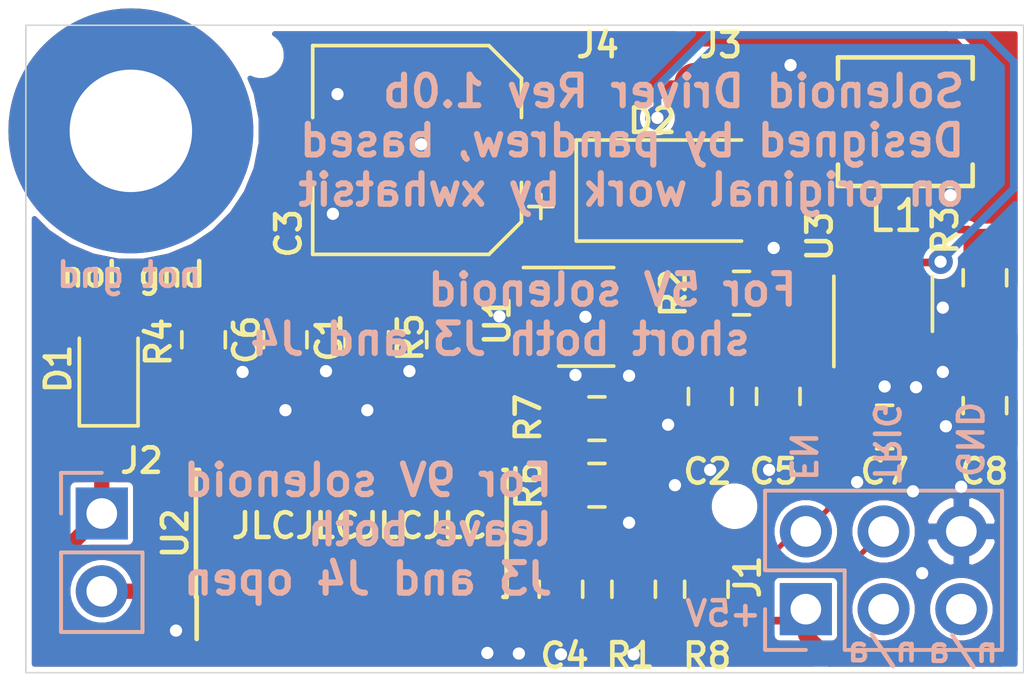
<source format=kicad_pcb>
(kicad_pcb (version 20171130) (host pcbnew 5.1.6+dfsg1-1~bpo10+1)

  (general
    (thickness 1.6)
    (drawings 16)
    (tracks 204)
    (zones 0)
    (modules 29)
    (nets 17)
  )

  (page A4)
  (layers
    (0 F.Cu signal)
    (31 B.Cu signal)
    (32 B.Adhes user hide)
    (33 F.Adhes user hide)
    (34 B.Paste user hide)
    (35 F.Paste user hide)
    (36 B.SilkS user)
    (37 F.SilkS user)
    (38 B.Mask user hide)
    (39 F.Mask user hide)
    (40 Dwgs.User user hide)
    (41 Cmts.User user hide)
    (42 Eco1.User user hide)
    (43 Eco2.User user hide)
    (44 Edge.Cuts user)
    (45 Margin user hide)
    (46 B.CrtYd user hide)
    (47 F.CrtYd user hide)
    (48 B.Fab user hide)
    (49 F.Fab user hide)
  )

  (setup
    (last_trace_width 0.17)
    (user_trace_width 0.25)
    (user_trace_width 0.5)
    (trace_clearance 0.17)
    (zone_clearance 0.17)
    (zone_45_only no)
    (trace_min 0.16)
    (via_size 0.8)
    (via_drill 0.4)
    (via_min_size 0.4)
    (via_min_drill 0.3)
    (uvia_size 0.3)
    (uvia_drill 0.1)
    (uvias_allowed no)
    (uvia_min_size 0.2)
    (uvia_min_drill 0.1)
    (edge_width 0.05)
    (segment_width 0.2)
    (pcb_text_width 0.3)
    (pcb_text_size 1.5 1.5)
    (mod_edge_width 0.12)
    (mod_text_size 1 1)
    (mod_text_width 0.15)
    (pad_size 1.524 1.524)
    (pad_drill 0.762)
    (pad_to_mask_clearance 0.05)
    (solder_mask_min_width 0.1)
    (aux_axis_origin 101.725 109.35)
    (visible_elements FFFFFF7F)
    (pcbplotparams
      (layerselection 0x010fc_ffffffff)
      (usegerberextensions false)
      (usegerberattributes true)
      (usegerberadvancedattributes true)
      (creategerberjobfile true)
      (excludeedgelayer true)
      (linewidth 0.100000)
      (plotframeref false)
      (viasonmask false)
      (mode 1)
      (useauxorigin true)
      (hpglpennumber 1)
      (hpglpenspeed 20)
      (hpglpendiameter 15.000000)
      (psnegative false)
      (psa4output false)
      (plotreference true)
      (plotvalue true)
      (plotinvisibletext false)
      (padsonsilk false)
      (subtractmaskfromsilk false)
      (outputformat 1)
      (mirror false)
      (drillshape 0)
      (scaleselection 1)
      (outputdirectory "./"))
  )

  (net 0 "")
  (net 1 GND)
  (net 2 +5V)
  (net 3 +9V)
  (net 4 "Net-(D1-Pad2)")
  (net 5 "Net-(D1-Pad1)")
  (net 6 "Net-(J1-Pad5)")
  (net 7 "Net-(J1-Pad3)")
  (net 8 "Net-(J2-Pad2)")
  (net 9 SWITCHING_NODE)
  (net 10 OC_NODE)
  (net 11 FB_NODE)
  (net 12 ENABLE)
  (net 13 LIMITED5V)
  (net 14 TRIGGER)
  (net 15 ILIMIT)
  (net 16 SMPS_EN)

  (net_class Default "This is the default net class."
    (clearance 0.17)
    (trace_width 0.17)
    (via_dia 0.8)
    (via_drill 0.4)
    (uvia_dia 0.3)
    (uvia_drill 0.1)
    (add_net +5V)
    (add_net +9V)
    (add_net ENABLE)
    (add_net FB_NODE)
    (add_net GND)
    (add_net ILIMIT)
    (add_net LIMITED5V)
    (add_net "Net-(D1-Pad1)")
    (add_net "Net-(D1-Pad2)")
    (add_net "Net-(J1-Pad3)")
    (add_net "Net-(J1-Pad5)")
    (add_net "Net-(J2-Pad2)")
    (add_net OC_NODE)
    (add_net SMPS_EN)
    (add_net SWITCHING_NODE)
    (add_net TRIGGER)
  )

  (module solenoid_driver_footprint_library:footprint_for_MWSA0402 (layer F.Cu) (tedit 5F4B129D) (tstamp 5F4B8E4B)
    (at 130.45 91.35 180)
    (path /5F3E518F)
    (attr smd)
    (fp_text reference L1 (at 0.30922 -3.07778) (layer F.SilkS)
      (effects (font (size 1 1) (thickness 0.15)))
    )
    (fp_text value 4.7uH (at 0.30922 -4.07778) (layer F.Fab)
      (effects (font (size 1 1) (thickness 0.15)))
    )
    (fp_line (start 2.2 -2.1) (end -2.2 -2.1) (layer F.SilkS) (width 0.15))
    (fp_line (start -2.2 2.1) (end 2.2 2.1) (layer F.SilkS) (width 0.15))
    (fp_line (start -2.2 -2.1) (end -2.2 -1.4) (layer F.SilkS) (width 0.15))
    (fp_line (start -2.2 2.1) (end -2.2 1.4) (layer F.SilkS) (width 0.15))
    (fp_line (start 2.2 2.1) (end 2.2 1.4) (layer F.SilkS) (width 0.15))
    (fp_line (start 2.2 -2.1) (end 2.2 -1.4) (layer F.SilkS) (width 0.15))
    (fp_line (start -2.4 -2.3) (end 2.4 -2.3) (layer F.CrtYd) (width 0.12))
    (fp_line (start 2.4 -2.3) (end 2.4 2.3) (layer F.CrtYd) (width 0.12))
    (fp_line (start 2.4 2.3) (end -2.4 2.3) (layer F.CrtYd) (width 0.12))
    (fp_line (start -2.4 2.3) (end -2.4 -2.3) (layer F.CrtYd) (width 0.12))
    (pad 2 smd rect (at 1.85 0 180) (size 1.5 2.5) (layers F.Cu F.Paste F.Mask)
      (net 9 SWITCHING_NODE))
    (pad 1 smd rect (at -1.85 0 180) (size 1.5 2.5) (layers F.Cu F.Paste F.Mask)
      (net 13 LIMITED5V))
  )

  (module solenoid_driver_footprint_library:tooling_hole (layer F.Cu) (tedit 5F3A67C4) (tstamp 5F729857)
    (at 124.87 103.91)
    (path /5F72F2B9)
    (fp_text reference H3 (at 0 -11.5) (layer F.SilkS) hide
      (effects (font (size 1 1) (thickness 0.15)))
    )
    (fp_text value ToolingHole (at 0 -12.5) (layer F.Fab) hide
      (effects (font (size 1 1) (thickness 0.15)))
    )
    (pad "" np_thru_hole circle (at 0 0) (size 1.152 1.152) (drill 1.152) (layers *.Cu *.Mask)
      (solder_mask_margin 0.148))
  )

  (module solenoid_driver_footprint_library:tooling_hole (layer F.Cu) (tedit 5F3A67C4) (tstamp 5F729852)
    (at 109.4 89.18)
    (path /5F72ED6C)
    (fp_text reference H2 (at 0 -11.5) (layer F.SilkS) hide
      (effects (font (size 1 1) (thickness 0.15)))
    )
    (fp_text value ToolingHole (at 0 -12.5) (layer F.Fab) hide
      (effects (font (size 1 1) (thickness 0.15)))
    )
    (pad "" np_thru_hole circle (at 0 0) (size 1.152 1.152) (drill 1.152) (layers *.Cu *.Mask)
      (solder_mask_margin 0.148))
  )

  (module Connector_PinHeader_2.54mm:PinHeader_2x03_P2.54mm_Vertical (layer F.Cu) (tedit 5F4BD887) (tstamp 5F4B8E25)
    (at 127.2 107.275 90)
    (descr "Through hole straight pin header, 2x03, 2.54mm pitch, double rows")
    (tags "Through hole pin header THT 2x03 2.54mm double row")
    (path /5F3C09FD)
    (fp_text reference J1 (at 1.055 -1.9 90 unlocked) (layer F.SilkS)
      (effects (font (size 0.8 0.8) (thickness 0.15)))
    )
    (fp_text value Conn_02x03_Odd_Even (at 1.27 7.41 90 unlocked) (layer F.Fab)
      (effects (font (size 0.8 0.8) (thickness 0.15)))
    )
    (fp_line (start -1.33 0) (end -1.33 -1.33) (layer B.SilkS) (width 0.12))
    (fp_line (start -1.33 1.27) (end 1.27 1.27) (layer B.SilkS) (width 0.12))
    (fp_line (start 1.27 1.27) (end 1.27 -1.33) (layer B.SilkS) (width 0.12))
    (fp_line (start -1.33 6.41) (end 3.87 6.41) (layer B.SilkS) (width 0.12))
    (fp_line (start -1.33 1.27) (end -1.33 6.41) (layer B.SilkS) (width 0.12))
    (fp_line (start 3.87 -1.33) (end 3.87 6.41) (layer B.SilkS) (width 0.12))
    (fp_line (start 1.27 -1.33) (end 3.87 -1.33) (layer F.SilkS) (width 0.12))
    (fp_line (start -1.33 -1.33) (end 0 -1.33) (layer B.SilkS) (width 0.12))
    (fp_line (start 0 -1.27) (end 3.81 -1.27) (layer F.Fab) (width 0.1))
    (fp_line (start 3.81 -1.27) (end 3.81 6.35) (layer F.Fab) (width 0.1))
    (fp_line (start 3.81 6.35) (end -1.27 6.35) (layer F.Fab) (width 0.1))
    (fp_line (start -1.27 6.35) (end -1.27 0) (layer F.Fab) (width 0.1))
    (fp_line (start -1.27 0) (end 0 -1.27) (layer F.Fab) (width 0.1))
    (fp_line (start -1.33 6.41) (end 3.87 6.41) (layer F.SilkS) (width 0.12))
    (fp_line (start -1.33 1.27) (end -1.33 6.41) (layer F.SilkS) (width 0.12))
    (fp_line (start 3.87 -1.33) (end 3.87 6.41) (layer F.SilkS) (width 0.12))
    (fp_line (start -1.33 1.27) (end 1.27 1.27) (layer F.SilkS) (width 0.12))
    (fp_line (start 1.27 1.27) (end 1.27 -1.33) (layer F.SilkS) (width 0.12))
    (fp_line (start 1.27 -1.33) (end 3.87 -1.33) (layer B.SilkS) (width 0.12))
    (fp_line (start -1.33 0) (end -1.33 -1.33) (layer F.SilkS) (width 0.12))
    (fp_line (start -1.33 -1.33) (end 0 -1.33) (layer F.SilkS) (width 0.12))
    (fp_line (start -1.8 -1.8) (end -1.8 6.85) (layer F.CrtYd) (width 0.05))
    (fp_line (start -1.8 6.85) (end 4.35 6.85) (layer F.CrtYd) (width 0.05))
    (fp_line (start 4.35 6.85) (end 4.35 -1.8) (layer F.CrtYd) (width 0.05))
    (fp_line (start 4.35 -1.8) (end -1.8 -1.8) (layer F.CrtYd) (width 0.05))
    (fp_text user %R (at 1.27 2.54 unlocked) (layer F.Fab)
      (effects (font (size 0.8 0.8) (thickness 0.15)))
    )
    (pad 6 thru_hole oval (at 2.54 5.08 90) (size 1.7 1.7) (drill 1) (layers *.Cu *.Mask)
      (net 1 GND))
    (pad 5 thru_hole oval (at 0 5.08 90) (size 1.7 1.7) (drill 1) (layers *.Cu *.Mask)
      (net 6 "Net-(J1-Pad5)"))
    (pad 4 thru_hole oval (at 2.54 2.54 90) (size 1.7 1.7) (drill 1) (layers *.Cu *.Mask)
      (net 14 TRIGGER))
    (pad 3 thru_hole oval (at 0 2.54 90) (size 1.7 1.7) (drill 1) (layers *.Cu *.Mask)
      (net 7 "Net-(J1-Pad3)"))
    (pad 2 thru_hole oval (at 2.54 0 90) (size 1.7 1.7) (drill 1) (layers *.Cu *.Mask)
      (net 12 ENABLE))
    (pad 1 thru_hole rect (at 0 0 90) (size 1.7 1.7) (drill 1) (layers *.Cu *.Mask)
      (net 2 +5V))
    (model ${KISYS3DMOD}/Connector_PinHeader_2.54mm.3dshapes/PinHeader_2x03_P2.54mm_Vertical.wrl
      (at (xyz 0 0 0))
      (scale (xyz 1 1 1))
      (rotate (xyz 0 0 0))
    )
  )

  (module Connector_PinHeader_2.54mm:PinHeader_1x02_P2.54mm_Vertical (layer F.Cu) (tedit 5F4BD825) (tstamp 5F4B8E3B)
    (at 104.2 104.15)
    (descr "Through hole straight pin header, 1x02, 2.54mm pitch, single row")
    (tags "Through hole pin header THT 1x02 2.54mm single row")
    (path /5F3CC808)
    (fp_text reference J2 (at 1.3 -1.725 unlocked) (layer F.SilkS)
      (effects (font (size 0.8 0.8) (thickness 0.15)))
    )
    (fp_text value Conn_01x02 (at 0 4.87 unlocked) (layer F.Fab)
      (effects (font (size 0.8 0.8) (thickness 0.15)))
    )
    (fp_line (start -1.33 3.87) (end 1.33 3.87) (layer B.SilkS) (width 0.12))
    (fp_line (start -1.33 1.27) (end -1.33 3.87) (layer F.SilkS) (width 0.12))
    (fp_line (start 1.33 1.27) (end 1.33 3.87) (layer B.SilkS) (width 0.12))
    (fp_line (start -1.33 1.27) (end 1.33 1.27) (layer B.SilkS) (width 0.12))
    (fp_line (start -1.33 0) (end -1.33 -1.33) (layer B.SilkS) (width 0.12))
    (fp_line (start -1.33 -1.33) (end 0 -1.33) (layer B.SilkS) (width 0.12))
    (fp_line (start -0.635 -1.27) (end 1.27 -1.27) (layer F.Fab) (width 0.1))
    (fp_line (start 1.27 -1.27) (end 1.27 3.81) (layer F.Fab) (width 0.1))
    (fp_line (start 1.27 3.81) (end -1.27 3.81) (layer F.Fab) (width 0.1))
    (fp_line (start -1.27 3.81) (end -1.27 -0.635) (layer F.Fab) (width 0.1))
    (fp_line (start -1.27 -0.635) (end -0.635 -1.27) (layer F.Fab) (width 0.1))
    (fp_line (start -1.33 3.87) (end 1.33 3.87) (layer F.SilkS) (width 0.12))
    (fp_line (start -1.33 1.27) (end -1.33 3.87) (layer B.SilkS) (width 0.12))
    (fp_line (start 1.33 1.27) (end 1.33 3.87) (layer F.SilkS) (width 0.12))
    (fp_line (start -1.33 1.27) (end 1.33 1.27) (layer F.SilkS) (width 0.12))
    (fp_line (start -1.33 0) (end -1.33 -1.33) (layer F.SilkS) (width 0.12))
    (fp_line (start -1.33 -1.33) (end 0 -1.33) (layer F.SilkS) (width 0.12))
    (fp_line (start -1.8 -1.8) (end -1.8 4.35) (layer F.CrtYd) (width 0.05))
    (fp_line (start -1.8 4.35) (end 1.8 4.35) (layer F.CrtYd) (width 0.05))
    (fp_line (start 1.8 4.35) (end 1.8 -1.8) (layer F.CrtYd) (width 0.05))
    (fp_line (start 1.8 -1.8) (end -1.8 -1.8) (layer F.CrtYd) (width 0.05))
    (fp_text user %R (at 0 1.27 90 unlocked) (layer F.Fab)
      (effects (font (size 0.8 0.8) (thickness 0.15)))
    )
    (pad 2 thru_hole oval (at 0 2.54) (size 1.7 1.7) (drill 1) (layers *.Cu *.Mask)
      (net 8 "Net-(J2-Pad2)"))
    (pad 1 thru_hole rect (at 0 0) (size 1.7 1.7) (drill 1) (layers *.Cu *.Mask)
      (net 3 +9V))
    (model ${KISYS3DMOD}/Connector_PinHeader_2.54mm.3dshapes/PinHeader_1x02_P2.54mm_Vertical.wrl
      (at (xyz 0 0 0))
      (scale (xyz 1 1 1))
      (rotate (xyz 0 0 0))
    )
  )

  (module Package_TO_SOT_SMD:SOT-23-6_Handsoldering (layer F.Cu) (tedit 5A02FF57) (tstamp 5F4BB961)
    (at 129.725 97.3 90)
    (descr "6-pin SOT-23 package, Handsoldering")
    (tags "SOT-23-6 Handsoldering")
    (path /5F4BE286)
    (attr smd)
    (fp_text reference U3 (at 2.2 -2.075 90 unlocked) (layer F.SilkS)
      (effects (font (size 0.8 0.8) (thickness 0.15)))
    )
    (fp_text value TPS2553DBVR (at 0 2.9 90 unlocked) (layer F.Fab)
      (effects (font (size 0.8 0.8) (thickness 0.15)))
    )
    (fp_line (start 0.9 -1.55) (end 0.9 1.55) (layer F.Fab) (width 0.1))
    (fp_line (start 0.9 1.55) (end -0.9 1.55) (layer F.Fab) (width 0.1))
    (fp_line (start -0.9 -0.9) (end -0.9 1.55) (layer F.Fab) (width 0.1))
    (fp_line (start 0.9 -1.55) (end -0.25 -1.55) (layer F.Fab) (width 0.1))
    (fp_line (start -0.9 -0.9) (end -0.25 -1.55) (layer F.Fab) (width 0.1))
    (fp_line (start -2.4 -1.8) (end 2.4 -1.8) (layer F.CrtYd) (width 0.05))
    (fp_line (start 2.4 -1.8) (end 2.4 1.8) (layer F.CrtYd) (width 0.05))
    (fp_line (start 2.4 1.8) (end -2.4 1.8) (layer F.CrtYd) (width 0.05))
    (fp_line (start -2.4 1.8) (end -2.4 -1.8) (layer F.CrtYd) (width 0.05))
    (fp_line (start 0.9 -1.61) (end -2.05 -1.61) (layer F.SilkS) (width 0.12))
    (fp_line (start -0.9 1.61) (end 0.9 1.61) (layer F.SilkS) (width 0.12))
    (fp_text user %R (at 0 0 unlocked) (layer F.Fab)
      (effects (font (size 0.8 0.8) (thickness 0.075)))
    )
    (pad 5 smd rect (at 1.35 0 90) (size 1.56 0.65) (layers F.Cu F.Paste F.Mask)
      (net 15 ILIMIT))
    (pad 6 smd rect (at 1.35 -0.95 90) (size 1.56 0.65) (layers F.Cu F.Paste F.Mask)
      (net 13 LIMITED5V))
    (pad 4 smd rect (at 1.35 0.95 90) (size 1.56 0.65) (layers F.Cu F.Paste F.Mask)
      (net 16 SMPS_EN))
    (pad 3 smd rect (at -1.35 0.95 90) (size 1.56 0.65) (layers F.Cu F.Paste F.Mask)
      (net 12 ENABLE))
    (pad 2 smd rect (at -1.35 0 90) (size 1.56 0.65) (layers F.Cu F.Paste F.Mask)
      (net 1 GND))
    (pad 1 smd rect (at -1.35 -0.95 90) (size 1.56 0.65) (layers F.Cu F.Paste F.Mask)
      (net 2 +5V))
    (model ${KISYS3DMOD}/Package_TO_SOT_SMD.3dshapes/SOT-23-6.wrl
      (at (xyz 0 0 0))
      (scale (xyz 1 1 1))
      (rotate (xyz 0 0 0))
    )
  )

  (module Package_SO:SOIC-16_3.9x9.9mm_P1.27mm (layer F.Cu) (tedit 5A02F2D3) (tstamp 5F4B8EEC)
    (at 112.35 104.8 90)
    (descr "16-Lead Plastic Small Outline (SL) - Narrow, 3.90 mm Body [SOIC] (see Microchip Packaging Specification 00000049BS.pdf)")
    (tags "SOIC 1.27")
    (path /5F3C21AB)
    (attr smd)
    (fp_text reference U2 (at 0 -5.75 90 unlocked) (layer F.SilkS)
      (effects (font (size 0.8 0.8) (thickness 0.15)))
    )
    (fp_text value ULN2003A (at 0 6 90 unlocked) (layer F.Fab)
      (effects (font (size 0.8 0.8) (thickness 0.15)))
    )
    (fp_line (start -0.95 -4.95) (end 1.95 -4.95) (layer F.Fab) (width 0.15))
    (fp_line (start 1.95 -4.95) (end 1.95 4.95) (layer F.Fab) (width 0.15))
    (fp_line (start 1.95 4.95) (end -1.95 4.95) (layer F.Fab) (width 0.15))
    (fp_line (start -1.95 4.95) (end -1.95 -3.95) (layer F.Fab) (width 0.15))
    (fp_line (start -1.95 -3.95) (end -0.95 -4.95) (layer F.Fab) (width 0.15))
    (fp_line (start -3.7 -5.25) (end -3.7 5.25) (layer F.CrtYd) (width 0.05))
    (fp_line (start 3.7 -5.25) (end 3.7 5.25) (layer F.CrtYd) (width 0.05))
    (fp_line (start -3.7 -5.25) (end 3.7 -5.25) (layer F.CrtYd) (width 0.05))
    (fp_line (start -3.7 5.25) (end 3.7 5.25) (layer F.CrtYd) (width 0.05))
    (fp_line (start -2.075 -5.075) (end -2.075 -5.05) (layer F.SilkS) (width 0.15))
    (fp_line (start 2.075 -5.075) (end 2.075 -4.97) (layer F.SilkS) (width 0.15))
    (fp_line (start 2.075 5.075) (end 2.075 4.97) (layer F.SilkS) (width 0.15))
    (fp_line (start -2.075 5.075) (end -2.075 4.97) (layer F.SilkS) (width 0.15))
    (fp_line (start -2.075 -5.075) (end 2.075 -5.075) (layer F.SilkS) (width 0.15))
    (fp_line (start -2.075 5.075) (end 2.075 5.075) (layer F.SilkS) (width 0.15))
    (fp_line (start -2.075 -5.05) (end -3.45 -5.05) (layer F.SilkS) (width 0.15))
    (fp_text user %R (at 0 0 90 unlocked) (layer F.Fab)
      (effects (font (size 0.8 0.8) (thickness 0.135)))
    )
    (pad 16 smd rect (at 2.7 -4.445 90) (size 1.5 0.6) (layers F.Cu F.Paste F.Mask)
      (net 5 "Net-(D1-Pad1)"))
    (pad 15 smd rect (at 2.7 -3.175 90) (size 1.5 0.6) (layers F.Cu F.Paste F.Mask)
      (net 8 "Net-(J2-Pad2)"))
    (pad 14 smd rect (at 2.7 -1.905 90) (size 1.5 0.6) (layers F.Cu F.Paste F.Mask)
      (net 8 "Net-(J2-Pad2)"))
    (pad 13 smd rect (at 2.7 -0.635 90) (size 1.5 0.6) (layers F.Cu F.Paste F.Mask)
      (net 8 "Net-(J2-Pad2)"))
    (pad 12 smd rect (at 2.7 0.635 90) (size 1.5 0.6) (layers F.Cu F.Paste F.Mask)
      (net 8 "Net-(J2-Pad2)"))
    (pad 11 smd rect (at 2.7 1.905 90) (size 1.5 0.6) (layers F.Cu F.Paste F.Mask)
      (net 8 "Net-(J2-Pad2)"))
    (pad 10 smd rect (at 2.7 3.175 90) (size 1.5 0.6) (layers F.Cu F.Paste F.Mask)
      (net 8 "Net-(J2-Pad2)"))
    (pad 9 smd rect (at 2.7 4.445 90) (size 1.5 0.6) (layers F.Cu F.Paste F.Mask)
      (net 3 +9V))
    (pad 8 smd rect (at -2.7 4.445 90) (size 1.5 0.6) (layers F.Cu F.Paste F.Mask)
      (net 1 GND))
    (pad 7 smd rect (at -2.7 3.175 90) (size 1.5 0.6) (layers F.Cu F.Paste F.Mask)
      (net 14 TRIGGER))
    (pad 6 smd rect (at -2.7 1.905 90) (size 1.5 0.6) (layers F.Cu F.Paste F.Mask)
      (net 14 TRIGGER))
    (pad 5 smd rect (at -2.7 0.635 90) (size 1.5 0.6) (layers F.Cu F.Paste F.Mask)
      (net 14 TRIGGER))
    (pad 4 smd rect (at -2.7 -0.635 90) (size 1.5 0.6) (layers F.Cu F.Paste F.Mask)
      (net 14 TRIGGER))
    (pad 3 smd rect (at -2.7 -1.905 90) (size 1.5 0.6) (layers F.Cu F.Paste F.Mask)
      (net 14 TRIGGER))
    (pad 2 smd rect (at -2.7 -3.175 90) (size 1.5 0.6) (layers F.Cu F.Paste F.Mask)
      (net 14 TRIGGER))
    (pad 1 smd rect (at -2.7 -4.445 90) (size 1.5 0.6) (layers F.Cu F.Paste F.Mask)
      (net 14 TRIGGER))
    (model ${KISYS3DMOD}/Package_SO.3dshapes/SOIC-16_3.9x9.9mm_P1.27mm.wrl
      (at (xyz 0 0 0))
      (scale (xyz 1 1 1))
      (rotate (xyz 0 0 0))
    )
  )

  (module solenoid_driver_footprint_library:shortable (layer F.Cu) (tedit 5F4BBD82) (tstamp 5F4C1C27)
    (at 120.4 90.125 180)
    (path /5F58FFDA)
    (fp_text reference J4 (at 0 1.275 unlocked) (layer F.SilkS)
      (effects (font (size 0.8 0.8) (thickness 0.15)))
    )
    (fp_text value Conn_01x02 (at 0.127 -2.794 unlocked) (layer F.Fab) hide
      (effects (font (size 0.8 0.8) (thickness 0.15)))
    )
    (pad 1 smd custom (at -0.827 0) (size 1.4 1.4) (layers F.Cu F.Mask)
      (net 13 LIMITED5V) (zone_connect 0)
      (options (clearance outline) (anchor circle))
      (primitives
        (gr_poly (pts
           (xy 0 -0.7) (xy -0.7 -0.7) (xy -0.7 0.7) (xy 0 0.7)) (width 0))
      ))
    (pad 2 smd custom (at 0.827 0 180) (size 1.4 1.4) (layers F.Cu F.Mask)
      (net 3 +9V) (zone_connect 0)
      (options (clearance outline) (anchor circle))
      (primitives
        (gr_poly (pts
           (xy 0 -0.7) (xy -0.7 -0.7) (xy -0.7 0.7) (xy 0 0.7)) (width 0))
      ))
  )

  (module solenoid_driver_footprint_library:shortable (layer F.Cu) (tedit 5F4BBD82) (tstamp 5F4C1C21)
    (at 124.425 90.125)
    (path /5F586917)
    (fp_text reference J3 (at 0 -1.275 unlocked) (layer F.SilkS)
      (effects (font (size 0.8 0.8) (thickness 0.15)))
    )
    (fp_text value Conn_01x02 (at 0.127 -2.794 unlocked) (layer F.Fab) hide
      (effects (font (size 0.8 0.8) (thickness 0.15)))
    )
    (pad 1 smd custom (at -0.827 0 180) (size 1.4 1.4) (layers F.Cu F.Mask)
      (net 16 SMPS_EN) (zone_connect 0)
      (options (clearance outline) (anchor circle))
      (primitives
        (gr_poly (pts
           (xy 0 -0.7) (xy -0.7 -0.7) (xy -0.7 0.7) (xy 0 0.7)) (width 0))
      ))
    (pad 2 smd custom (at 0.827 0) (size 1.4 1.4) (layers F.Cu F.Mask)
      (net 1 GND) (zone_connect 0)
      (options (clearance outline) (anchor circle))
      (primitives
        (gr_poly (pts
           (xy 0 -0.7) (xy -0.7 -0.7) (xy -0.7 0.7) (xy 0 0.7)) (width 0))
      ))
  )

  (module Resistor_SMD:R_0805_2012Metric_Pad1.15x1.40mm_HandSolder (layer F.Cu) (tedit 5B36C52B) (tstamp 5F4BB8D9)
    (at 123.95 106.625 90)
    (descr "Resistor SMD 0805 (2012 Metric), square (rectangular) end terminal, IPC_7351 nominal with elongated pad for handsoldering. (Body size source: https://docs.google.com/spreadsheets/d/1BsfQQcO9C6DZCsRaXUlFlo91Tg2WpOkGARC1WS5S8t0/edit?usp=sharing), generated with kicad-footprint-generator")
    (tags "resistor handsolder")
    (path /5F52F5C0)
    (attr smd)
    (fp_text reference R8 (at -2.175 0.025 unlocked) (layer F.SilkS)
      (effects (font (size 0.8 0.8) (thickness 0.15)))
    )
    (fp_text value 100k (at 0 1.65 90 unlocked) (layer F.Fab)
      (effects (font (size 0.8 0.8) (thickness 0.15)))
    )
    (fp_line (start 1.85 0.95) (end -1.85 0.95) (layer F.CrtYd) (width 0.05))
    (fp_line (start 1.85 -0.95) (end 1.85 0.95) (layer F.CrtYd) (width 0.05))
    (fp_line (start -1.85 -0.95) (end 1.85 -0.95) (layer F.CrtYd) (width 0.05))
    (fp_line (start -1.85 0.95) (end -1.85 -0.95) (layer F.CrtYd) (width 0.05))
    (fp_line (start -0.261252 0.71) (end 0.261252 0.71) (layer F.SilkS) (width 0.12))
    (fp_line (start -0.261252 -0.71) (end 0.261252 -0.71) (layer F.SilkS) (width 0.12))
    (fp_line (start 1 0.6) (end -1 0.6) (layer F.Fab) (width 0.1))
    (fp_line (start 1 -0.6) (end 1 0.6) (layer F.Fab) (width 0.1))
    (fp_line (start -1 -0.6) (end 1 -0.6) (layer F.Fab) (width 0.1))
    (fp_line (start -1 0.6) (end -1 -0.6) (layer F.Fab) (width 0.1))
    (fp_text user %R (at 0 0 90 unlocked) (layer F.Fab)
      (effects (font (size 0.8 0.8) (thickness 0.08)))
    )
    (pad 2 smd roundrect (at 1.025 0 90) (size 1.15 1.4) (layers F.Cu F.Paste F.Mask) (roundrect_rratio 0.217391)
      (net 16 SMPS_EN))
    (pad 1 smd roundrect (at -1.025 0 90) (size 1.15 1.4) (layers F.Cu F.Paste F.Mask) (roundrect_rratio 0.217391)
      (net 2 +5V))
    (model ${KISYS3DMOD}/Resistor_SMD.3dshapes/R_0805_2012Metric.wrl
      (at (xyz 0 0 0))
      (scale (xyz 1 1 1))
      (rotate (xyz 0 0 0))
    )
  )

  (module Resistor_SMD:R_0805_2012Metric_Pad1.15x1.40mm_HandSolder (layer F.Cu) (tedit 5B36C52B) (tstamp 5F4BB848)
    (at 133.05 96.45 270)
    (descr "Resistor SMD 0805 (2012 Metric), square (rectangular) end terminal, IPC_7351 nominal with elongated pad for handsoldering. (Body size source: https://docs.google.com/spreadsheets/d/1BsfQQcO9C6DZCsRaXUlFlo91Tg2WpOkGARC1WS5S8t0/edit?usp=sharing), generated with kicad-footprint-generator")
    (tags "resistor handsolder")
    (path /5F53B59B)
    (attr smd)
    (fp_text reference R3 (at -1.55 1.3 90 unlocked) (layer F.SilkS)
      (effects (font (size 0.8 0.8) (thickness 0.15)))
    )
    (fp_text value 62k (at 0 1.65 90 unlocked) (layer F.Fab)
      (effects (font (size 0.8 0.8) (thickness 0.15)))
    )
    (fp_line (start 1.85 0.95) (end -1.85 0.95) (layer F.CrtYd) (width 0.05))
    (fp_line (start 1.85 -0.95) (end 1.85 0.95) (layer F.CrtYd) (width 0.05))
    (fp_line (start -1.85 -0.95) (end 1.85 -0.95) (layer F.CrtYd) (width 0.05))
    (fp_line (start -1.85 0.95) (end -1.85 -0.95) (layer F.CrtYd) (width 0.05))
    (fp_line (start -0.261252 0.71) (end 0.261252 0.71) (layer F.SilkS) (width 0.12))
    (fp_line (start -0.261252 -0.71) (end 0.261252 -0.71) (layer F.SilkS) (width 0.12))
    (fp_line (start 1 0.6) (end -1 0.6) (layer F.Fab) (width 0.1))
    (fp_line (start 1 -0.6) (end 1 0.6) (layer F.Fab) (width 0.1))
    (fp_line (start -1 -0.6) (end 1 -0.6) (layer F.Fab) (width 0.1))
    (fp_line (start -1 0.6) (end -1 -0.6) (layer F.Fab) (width 0.1))
    (fp_text user %R (at 0 0 90 unlocked) (layer F.Fab)
      (effects (font (size 0.8 0.8) (thickness 0.08)))
    )
    (pad 2 smd roundrect (at 1.025 0 270) (size 1.15 1.4) (layers F.Cu F.Paste F.Mask) (roundrect_rratio 0.217391)
      (net 1 GND))
    (pad 1 smd roundrect (at -1.025 0 270) (size 1.15 1.4) (layers F.Cu F.Paste F.Mask) (roundrect_rratio 0.217391)
      (net 15 ILIMIT))
    (model ${KISYS3DMOD}/Resistor_SMD.3dshapes/R_0805_2012Metric.wrl
      (at (xyz 0 0 0))
      (scale (xyz 1 1 1))
      (rotate (xyz 0 0 0))
    )
  )

  (module Resistor_SMD:R_0805_2012Metric_Pad1.15x1.40mm_HandSolder (layer F.Cu) (tedit 5B36C52B) (tstamp 5F72A070)
    (at 121.575 106.625 270)
    (descr "Resistor SMD 0805 (2012 Metric), square (rectangular) end terminal, IPC_7351 nominal with elongated pad for handsoldering. (Body size source: https://docs.google.com/spreadsheets/d/1BsfQQcO9C6DZCsRaXUlFlo91Tg2WpOkGARC1WS5S8t0/edit?usp=sharing), generated with kicad-footprint-generator")
    (tags "resistor handsolder")
    (path /5F3BA5C5)
    (attr smd)
    (fp_text reference R1 (at 2.165 0.105 unlocked) (layer F.SilkS)
      (effects (font (size 0.8 0.8) (thickness 0.15)))
    )
    (fp_text value 100k (at 0 1.65 90 unlocked) (layer F.Fab)
      (effects (font (size 0.8 0.8) (thickness 0.15)))
    )
    (fp_line (start 1.85 0.95) (end -1.85 0.95) (layer F.CrtYd) (width 0.05))
    (fp_line (start 1.85 -0.95) (end 1.85 0.95) (layer F.CrtYd) (width 0.05))
    (fp_line (start -1.85 -0.95) (end 1.85 -0.95) (layer F.CrtYd) (width 0.05))
    (fp_line (start -1.85 0.95) (end -1.85 -0.95) (layer F.CrtYd) (width 0.05))
    (fp_line (start -0.261252 0.71) (end 0.261252 0.71) (layer F.SilkS) (width 0.12))
    (fp_line (start -0.261252 -0.71) (end 0.261252 -0.71) (layer F.SilkS) (width 0.12))
    (fp_line (start 1 0.6) (end -1 0.6) (layer F.Fab) (width 0.1))
    (fp_line (start 1 -0.6) (end 1 0.6) (layer F.Fab) (width 0.1))
    (fp_line (start -1 -0.6) (end 1 -0.6) (layer F.Fab) (width 0.1))
    (fp_line (start -1 0.6) (end -1 -0.6) (layer F.Fab) (width 0.1))
    (fp_text user %R (at 0 0 90 unlocked) (layer F.Fab)
      (effects (font (size 0.8 0.8) (thickness 0.08)))
    )
    (pad 2 smd roundrect (at 1.025 0 270) (size 1.15 1.4) (layers F.Cu F.Paste F.Mask) (roundrect_rratio 0.217391)
      (net 1 GND))
    (pad 1 smd roundrect (at -1.025 0 270) (size 1.15 1.4) (layers F.Cu F.Paste F.Mask) (roundrect_rratio 0.217391)
      (net 12 ENABLE))
    (model ${KISYS3DMOD}/Resistor_SMD.3dshapes/R_0805_2012Metric.wrl
      (at (xyz 0 0 0))
      (scale (xyz 1 1 1))
      (rotate (xyz 0 0 0))
    )
  )

  (module Capacitor_SMD:C_0805_2012Metric_Pad1.15x1.40mm_HandSolder (layer F.Cu) (tedit 5B36C52B) (tstamp 5F4C536F)
    (at 133.05 100.625 90)
    (descr "Capacitor SMD 0805 (2012 Metric), square (rectangular) end terminal, IPC_7351 nominal with elongated pad for handsoldering. (Body size source: https://docs.google.com/spreadsheets/d/1BsfQQcO9C6DZCsRaXUlFlo91Tg2WpOkGARC1WS5S8t0/edit?usp=sharing), generated with kicad-footprint-generator")
    (tags "capacitor handsolder")
    (path /5F4C0158)
    (attr smd)
    (fp_text reference C8 (at -2.15 -0.025 unlocked) (layer F.SilkS)
      (effects (font (size 0.8 0.8) (thickness 0.15)))
    )
    (fp_text value 100nF (at 0 1.65 90 unlocked) (layer F.Fab)
      (effects (font (size 0.8 0.8) (thickness 0.15)))
    )
    (fp_line (start 1.85 0.95) (end -1.85 0.95) (layer F.CrtYd) (width 0.05))
    (fp_line (start 1.85 -0.95) (end 1.85 0.95) (layer F.CrtYd) (width 0.05))
    (fp_line (start -1.85 -0.95) (end 1.85 -0.95) (layer F.CrtYd) (width 0.05))
    (fp_line (start -1.85 0.95) (end -1.85 -0.95) (layer F.CrtYd) (width 0.05))
    (fp_line (start -0.261252 0.71) (end 0.261252 0.71) (layer F.SilkS) (width 0.12))
    (fp_line (start -0.261252 -0.71) (end 0.261252 -0.71) (layer F.SilkS) (width 0.12))
    (fp_line (start 1 0.6) (end -1 0.6) (layer F.Fab) (width 0.1))
    (fp_line (start 1 -0.6) (end 1 0.6) (layer F.Fab) (width 0.1))
    (fp_line (start -1 -0.6) (end 1 -0.6) (layer F.Fab) (width 0.1))
    (fp_line (start -1 0.6) (end -1 -0.6) (layer F.Fab) (width 0.1))
    (fp_text user %R (at 0 0 90 unlocked) (layer F.Fab)
      (effects (font (size 0.8 0.8) (thickness 0.08)))
    )
    (pad 2 smd roundrect (at 1.025 0 90) (size 1.15 1.4) (layers F.Cu F.Paste F.Mask) (roundrect_rratio 0.217391)
      (net 1 GND))
    (pad 1 smd roundrect (at -1.025 0 90) (size 1.15 1.4) (layers F.Cu F.Paste F.Mask) (roundrect_rratio 0.217391)
      (net 2 +5V))
    (model ${KISYS3DMOD}/Capacitor_SMD.3dshapes/C_0805_2012Metric.wrl
      (at (xyz 0 0 0))
      (scale (xyz 1 1 1))
      (rotate (xyz 0 0 0))
    )
  )

  (module Capacitor_SMD:C_0805_2012Metric_Pad1.15x1.40mm_HandSolder (layer F.Cu) (tedit 5B36C52B) (tstamp 5F4BB717)
    (at 129.775 101.325)
    (descr "Capacitor SMD 0805 (2012 Metric), square (rectangular) end terminal, IPC_7351 nominal with elongated pad for handsoldering. (Body size source: https://docs.google.com/spreadsheets/d/1BsfQQcO9C6DZCsRaXUlFlo91Tg2WpOkGARC1WS5S8t0/edit?usp=sharing), generated with kicad-footprint-generator")
    (tags "capacitor handsolder")
    (path /5F4BF8F5)
    (attr smd)
    (fp_text reference C7 (at 0 1.45 unlocked) (layer F.SilkS)
      (effects (font (size 0.8 0.8) (thickness 0.15)))
    )
    (fp_text value 1uF (at 0 1.65 -180 unlocked) (layer F.Fab)
      (effects (font (size 0.8 0.8) (thickness 0.15)))
    )
    (fp_line (start 1.85 0.95) (end -1.85 0.95) (layer F.CrtYd) (width 0.05))
    (fp_line (start 1.85 -0.95) (end 1.85 0.95) (layer F.CrtYd) (width 0.05))
    (fp_line (start -1.85 -0.95) (end 1.85 -0.95) (layer F.CrtYd) (width 0.05))
    (fp_line (start -1.85 0.95) (end -1.85 -0.95) (layer F.CrtYd) (width 0.05))
    (fp_line (start -0.261252 0.71) (end 0.261252 0.71) (layer F.SilkS) (width 0.12))
    (fp_line (start -0.261252 -0.71) (end 0.261252 -0.71) (layer F.SilkS) (width 0.12))
    (fp_line (start 1 0.6) (end -1 0.6) (layer F.Fab) (width 0.1))
    (fp_line (start 1 -0.6) (end 1 0.6) (layer F.Fab) (width 0.1))
    (fp_line (start -1 -0.6) (end 1 -0.6) (layer F.Fab) (width 0.1))
    (fp_line (start -1 0.6) (end -1 -0.6) (layer F.Fab) (width 0.1))
    (fp_text user %R (at 0 0 -180 unlocked) (layer F.Fab)
      (effects (font (size 0.8 0.8) (thickness 0.08)))
    )
    (pad 2 smd roundrect (at 1.025 0) (size 1.15 1.4) (layers F.Cu F.Paste F.Mask) (roundrect_rratio 0.217391)
      (net 1 GND))
    (pad 1 smd roundrect (at -1.025 0) (size 1.15 1.4) (layers F.Cu F.Paste F.Mask) (roundrect_rratio 0.217391)
      (net 2 +5V))
    (model ${KISYS3DMOD}/Capacitor_SMD.3dshapes/C_0805_2012Metric.wrl
      (at (xyz 0 0 0))
      (scale (xyz 1 1 1))
      (rotate (xyz 0 0 0))
    )
  )

  (module MountingHole:MountingHole_4mm_Pad (layer F.Cu) (tedit 56D1B4CB) (tstamp 5F4BB868)
    (at 105.15 91.65)
    (descr "Mounting Hole 4mm")
    (tags "mounting hole 4mm")
    (path /5F68781D)
    (attr virtual)
    (fp_text reference H1 (at 0 -5 unlocked) (layer F.SilkS) hide
      (effects (font (size 0.8 0.8) (thickness 0.15)))
    )
    (fp_text value MountingHole (at 0 5 unlocked) (layer F.Fab)
      (effects (font (size 0.8 0.8) (thickness 0.15)))
    )
    (fp_circle (center 0 0) (end 4.25 0) (layer F.CrtYd) (width 0.05))
    (fp_circle (center 0 0) (end 4 0) (layer Cmts.User) (width 0.15))
    (fp_text user %R (at 0.3 0 unlocked) (layer F.Fab)
      (effects (font (size 0.8 0.8) (thickness 0.15)))
    )
    (pad 1 thru_hole circle (at 0 0) (size 8 8) (drill 4) (layers *.Cu *.Mask))
  )

  (module Package_TO_SOT_SMD:SOT-23-6_Handsoldering (layer F.Cu) (tedit 5A02FF57) (tstamp 5F4C35AD)
    (at 120.025 97.725)
    (descr "6-pin SOT-23 package, Handsoldering")
    (tags "SOT-23-6 Handsoldering")
    (path /5F4B3EFE)
    (attr smd)
    (fp_text reference U1 (at -2.905 0.125 90 unlocked) (layer F.SilkS)
      (effects (font (size 0.8 0.8) (thickness 0.15)))
    )
    (fp_text value FP6291 (at 0 2.9 unlocked) (layer F.Fab)
      (effects (font (size 0.8 0.8) (thickness 0.15)))
    )
    (fp_line (start -0.9 1.61) (end 0.9 1.61) (layer F.SilkS) (width 0.12))
    (fp_line (start 0.9 -1.61) (end -2.05 -1.61) (layer F.SilkS) (width 0.12))
    (fp_line (start -2.4 1.8) (end -2.4 -1.8) (layer F.CrtYd) (width 0.05))
    (fp_line (start 2.4 1.8) (end -2.4 1.8) (layer F.CrtYd) (width 0.05))
    (fp_line (start 2.4 -1.8) (end 2.4 1.8) (layer F.CrtYd) (width 0.05))
    (fp_line (start -2.4 -1.8) (end 2.4 -1.8) (layer F.CrtYd) (width 0.05))
    (fp_line (start -0.9 -0.9) (end -0.25 -1.55) (layer F.Fab) (width 0.1))
    (fp_line (start 0.9 -1.55) (end -0.25 -1.55) (layer F.Fab) (width 0.1))
    (fp_line (start -0.9 -0.9) (end -0.9 1.55) (layer F.Fab) (width 0.1))
    (fp_line (start 0.9 1.55) (end -0.9 1.55) (layer F.Fab) (width 0.1))
    (fp_line (start 0.9 -1.55) (end 0.9 1.55) (layer F.Fab) (width 0.1))
    (fp_text user %R (at 0 0 90 unlocked) (layer F.Fab)
      (effects (font (size 0.8 0.8) (thickness 0.075)))
    )
    (pad 5 smd rect (at 1.35 0) (size 1.56 0.65) (layers F.Cu F.Paste F.Mask)
      (net 13 LIMITED5V))
    (pad 6 smd rect (at 1.35 -0.95) (size 1.56 0.65) (layers F.Cu F.Paste F.Mask)
      (net 10 OC_NODE))
    (pad 4 smd rect (at 1.35 0.95) (size 1.56 0.65) (layers F.Cu F.Paste F.Mask)
      (net 16 SMPS_EN))
    (pad 3 smd rect (at -1.35 0.95) (size 1.56 0.65) (layers F.Cu F.Paste F.Mask)
      (net 11 FB_NODE))
    (pad 2 smd rect (at -1.35 0) (size 1.56 0.65) (layers F.Cu F.Paste F.Mask)
      (net 1 GND))
    (pad 1 smd rect (at -1.35 -0.95) (size 1.56 0.65) (layers F.Cu F.Paste F.Mask)
      (net 9 SWITCHING_NODE))
    (model ${KISYS3DMOD}/Package_TO_SOT_SMD.3dshapes/SOT-23-6.wrl
      (at (xyz 0 0 0))
      (scale (xyz 1 1 1))
      (rotate (xyz 0 0 0))
    )
  )

  (module Resistor_SMD:R_0805_2012Metric_Pad1.15x1.40mm_HandSolder (layer F.Cu) (tedit 5B36C52B) (tstamp 5F4B8EB1)
    (at 120.375 101.05)
    (descr "Resistor SMD 0805 (2012 Metric), square (rectangular) end terminal, IPC_7351 nominal with elongated pad for handsoldering. (Body size source: https://docs.google.com/spreadsheets/d/1BsfQQcO9C6DZCsRaXUlFlo91Tg2WpOkGARC1WS5S8t0/edit?usp=sharing), generated with kicad-footprint-generator")
    (tags "resistor handsolder")
    (path /5F435294)
    (attr smd)
    (fp_text reference R7 (at -2.25 -0.025 90 unlocked) (layer F.SilkS)
      (effects (font (size 0.8 0.8) (thickness 0.15)))
    )
    (fp_text value 56k (at 0 1.65 unlocked) (layer F.Fab)
      (effects (font (size 0.8 0.8) (thickness 0.15)))
    )
    (fp_line (start -1 0.6) (end -1 -0.6) (layer F.Fab) (width 0.1))
    (fp_line (start -1 -0.6) (end 1 -0.6) (layer F.Fab) (width 0.1))
    (fp_line (start 1 -0.6) (end 1 0.6) (layer F.Fab) (width 0.1))
    (fp_line (start 1 0.6) (end -1 0.6) (layer F.Fab) (width 0.1))
    (fp_line (start -0.261252 -0.71) (end 0.261252 -0.71) (layer F.SilkS) (width 0.12))
    (fp_line (start -0.261252 0.71) (end 0.261252 0.71) (layer F.SilkS) (width 0.12))
    (fp_line (start -1.85 0.95) (end -1.85 -0.95) (layer F.CrtYd) (width 0.05))
    (fp_line (start -1.85 -0.95) (end 1.85 -0.95) (layer F.CrtYd) (width 0.05))
    (fp_line (start 1.85 -0.95) (end 1.85 0.95) (layer F.CrtYd) (width 0.05))
    (fp_line (start 1.85 0.95) (end -1.85 0.95) (layer F.CrtYd) (width 0.05))
    (fp_text user %R (at 0 0 unlocked) (layer F.Fab)
      (effects (font (size 0.8 0.8) (thickness 0.08)))
    )
    (pad 2 smd roundrect (at 1.025 0) (size 1.15 1.4) (layers F.Cu F.Paste F.Mask) (roundrect_rratio 0.217391)
      (net 1 GND))
    (pad 1 smd roundrect (at -1.025 0) (size 1.15 1.4) (layers F.Cu F.Paste F.Mask) (roundrect_rratio 0.217391)
      (net 11 FB_NODE))
    (model ${KISYS3DMOD}/Resistor_SMD.3dshapes/R_0805_2012Metric.wrl
      (at (xyz 0 0 0))
      (scale (xyz 1 1 1))
      (rotate (xyz 0 0 0))
    )
  )

  (module Resistor_SMD:R_0805_2012Metric_Pad1.15x1.40mm_HandSolder (layer F.Cu) (tedit 5B36C52B) (tstamp 5F4B8EA0)
    (at 120.375 103.225)
    (descr "Resistor SMD 0805 (2012 Metric), square (rectangular) end terminal, IPC_7351 nominal with elongated pad for handsoldering. (Body size source: https://docs.google.com/spreadsheets/d/1BsfQQcO9C6DZCsRaXUlFlo91Tg2WpOkGARC1WS5S8t0/edit?usp=sharing), generated with kicad-footprint-generator")
    (tags "resistor handsolder")
    (path /5F3EE039)
    (attr smd)
    (fp_text reference R6 (at -2.225 0 90 unlocked) (layer F.SilkS)
      (effects (font (size 0.8 0.8) (thickness 0.15)))
    )
    (fp_text value 8k2 (at 0 1.65 -180 unlocked) (layer F.Fab)
      (effects (font (size 0.8 0.8) (thickness 0.15)))
    )
    (fp_line (start -1 0.6) (end -1 -0.6) (layer F.Fab) (width 0.1))
    (fp_line (start -1 -0.6) (end 1 -0.6) (layer F.Fab) (width 0.1))
    (fp_line (start 1 -0.6) (end 1 0.6) (layer F.Fab) (width 0.1))
    (fp_line (start 1 0.6) (end -1 0.6) (layer F.Fab) (width 0.1))
    (fp_line (start -0.261252 -0.71) (end 0.261252 -0.71) (layer F.SilkS) (width 0.12))
    (fp_line (start -0.261252 0.71) (end 0.261252 0.71) (layer F.SilkS) (width 0.12))
    (fp_line (start -1.85 0.95) (end -1.85 -0.95) (layer F.CrtYd) (width 0.05))
    (fp_line (start -1.85 -0.95) (end 1.85 -0.95) (layer F.CrtYd) (width 0.05))
    (fp_line (start 1.85 -0.95) (end 1.85 0.95) (layer F.CrtYd) (width 0.05))
    (fp_line (start 1.85 0.95) (end -1.85 0.95) (layer F.CrtYd) (width 0.05))
    (fp_text user %R (at 0 0 unlocked) (layer F.Fab)
      (effects (font (size 0.8 0.8) (thickness 0.08)))
    )
    (pad 2 smd roundrect (at 1.025 0) (size 1.15 1.4) (layers F.Cu F.Paste F.Mask) (roundrect_rratio 0.217391)
      (net 1 GND))
    (pad 1 smd roundrect (at -1.025 0) (size 1.15 1.4) (layers F.Cu F.Paste F.Mask) (roundrect_rratio 0.217391)
      (net 11 FB_NODE))
    (model ${KISYS3DMOD}/Resistor_SMD.3dshapes/R_0805_2012Metric.wrl
      (at (xyz 0 0 0))
      (scale (xyz 1 1 1))
      (rotate (xyz 0 0 0))
    )
  )

  (module Resistor_SMD:R_0805_2012Metric_Pad1.15x1.40mm_HandSolder (layer F.Cu) (tedit 5B36C52B) (tstamp 5F4BC0F9)
    (at 115.525 98.475 270)
    (descr "Resistor SMD 0805 (2012 Metric), square (rectangular) end terminal, IPC_7351 nominal with elongated pad for handsoldering. (Body size source: https://docs.google.com/spreadsheets/d/1BsfQQcO9C6DZCsRaXUlFlo91Tg2WpOkGARC1WS5S8t0/edit?usp=sharing), generated with kicad-footprint-generator")
    (tags "resistor handsolder")
    (path /5F3ED7F4)
    (attr smd)
    (fp_text reference R5 (at -0.075 1.25 90 unlocked) (layer F.SilkS)
      (effects (font (size 0.8 0.8) (thickness 0.15)))
    )
    (fp_text value 100k (at 0 1.65 90 unlocked) (layer F.Fab)
      (effects (font (size 0.8 0.8) (thickness 0.15)))
    )
    (fp_line (start -1 0.6) (end -1 -0.6) (layer F.Fab) (width 0.1))
    (fp_line (start -1 -0.6) (end 1 -0.6) (layer F.Fab) (width 0.1))
    (fp_line (start 1 -0.6) (end 1 0.6) (layer F.Fab) (width 0.1))
    (fp_line (start 1 0.6) (end -1 0.6) (layer F.Fab) (width 0.1))
    (fp_line (start -0.261252 -0.71) (end 0.261252 -0.71) (layer F.SilkS) (width 0.12))
    (fp_line (start -0.261252 0.71) (end 0.261252 0.71) (layer F.SilkS) (width 0.12))
    (fp_line (start -1.85 0.95) (end -1.85 -0.95) (layer F.CrtYd) (width 0.05))
    (fp_line (start -1.85 -0.95) (end 1.85 -0.95) (layer F.CrtYd) (width 0.05))
    (fp_line (start 1.85 -0.95) (end 1.85 0.95) (layer F.CrtYd) (width 0.05))
    (fp_line (start 1.85 0.95) (end -1.85 0.95) (layer F.CrtYd) (width 0.05))
    (fp_text user %R (at 0 0 90 unlocked) (layer F.Fab)
      (effects (font (size 0.8 0.8) (thickness 0.08)))
    )
    (pad 2 smd roundrect (at 1.025 0 270) (size 1.15 1.4) (layers F.Cu F.Paste F.Mask) (roundrect_rratio 0.217391)
      (net 11 FB_NODE))
    (pad 1 smd roundrect (at -1.025 0 270) (size 1.15 1.4) (layers F.Cu F.Paste F.Mask) (roundrect_rratio 0.217391)
      (net 3 +9V))
    (model ${KISYS3DMOD}/Resistor_SMD.3dshapes/R_0805_2012Metric.wrl
      (at (xyz 0 0 0))
      (scale (xyz 1 1 1))
      (rotate (xyz 0 0 0))
    )
  )

  (module Resistor_SMD:R_0805_2012Metric_Pad1.15x1.40mm_HandSolder (layer F.Cu) (tedit 5B36C52B) (tstamp 5F4B8E7E)
    (at 107.525 98.475 270)
    (descr "Resistor SMD 0805 (2012 Metric), square (rectangular) end terminal, IPC_7351 nominal with elongated pad for handsoldering. (Body size source: https://docs.google.com/spreadsheets/d/1BsfQQcO9C6DZCsRaXUlFlo91Tg2WpOkGARC1WS5S8t0/edit?usp=sharing), generated with kicad-footprint-generator")
    (tags "resistor handsolder")
    (path /5F3C8A34)
    (attr smd)
    (fp_text reference R4 (at 0.075 1.475 90 unlocked) (layer F.SilkS)
      (effects (font (size 0.8 0.8) (thickness 0.15)))
    )
    (fp_text value 470 (at 0 1.65 90 unlocked) (layer F.Fab)
      (effects (font (size 0.8 0.8) (thickness 0.15)))
    )
    (fp_line (start -1 0.6) (end -1 -0.6) (layer F.Fab) (width 0.1))
    (fp_line (start -1 -0.6) (end 1 -0.6) (layer F.Fab) (width 0.1))
    (fp_line (start 1 -0.6) (end 1 0.6) (layer F.Fab) (width 0.1))
    (fp_line (start 1 0.6) (end -1 0.6) (layer F.Fab) (width 0.1))
    (fp_line (start -0.261252 -0.71) (end 0.261252 -0.71) (layer F.SilkS) (width 0.12))
    (fp_line (start -0.261252 0.71) (end 0.261252 0.71) (layer F.SilkS) (width 0.12))
    (fp_line (start -1.85 0.95) (end -1.85 -0.95) (layer F.CrtYd) (width 0.05))
    (fp_line (start -1.85 -0.95) (end 1.85 -0.95) (layer F.CrtYd) (width 0.05))
    (fp_line (start 1.85 -0.95) (end 1.85 0.95) (layer F.CrtYd) (width 0.05))
    (fp_line (start 1.85 0.95) (end -1.85 0.95) (layer F.CrtYd) (width 0.05))
    (fp_text user %R (at 0 0 90 unlocked) (layer F.Fab)
      (effects (font (size 0.8 0.8) (thickness 0.08)))
    )
    (pad 2 smd roundrect (at 1.025 0 270) (size 1.15 1.4) (layers F.Cu F.Paste F.Mask) (roundrect_rratio 0.217391)
      (net 4 "Net-(D1-Pad2)"))
    (pad 1 smd roundrect (at -1.025 0 270) (size 1.15 1.4) (layers F.Cu F.Paste F.Mask) (roundrect_rratio 0.217391)
      (net 3 +9V))
    (model ${KISYS3DMOD}/Resistor_SMD.3dshapes/R_0805_2012Metric.wrl
      (at (xyz 0 0 0))
      (scale (xyz 1 1 1))
      (rotate (xyz 0 0 0))
    )
  )

  (module Resistor_SMD:R_0805_2012Metric_Pad1.15x1.40mm_HandSolder (layer F.Cu) (tedit 5B36C52B) (tstamp 5F4B8E6D)
    (at 125.1 96.95)
    (descr "Resistor SMD 0805 (2012 Metric), square (rectangular) end terminal, IPC_7351 nominal with elongated pad for handsoldering. (Body size source: https://docs.google.com/spreadsheets/d/1BsfQQcO9C6DZCsRaXUlFlo91Tg2WpOkGARC1WS5S8t0/edit?usp=sharing), generated with kicad-footprint-generator")
    (tags "resistor handsolder")
    (path /5F533F21)
    (attr smd)
    (fp_text reference R2 (at -2.225 0 90 unlocked) (layer F.SilkS)
      (effects (font (size 0.8 0.8) (thickness 0.15)))
    )
    (fp_text value 100k (at 0 1.65 unlocked) (layer F.Fab)
      (effects (font (size 0.8 0.8) (thickness 0.15)))
    )
    (fp_line (start -1 0.6) (end -1 -0.6) (layer F.Fab) (width 0.1))
    (fp_line (start -1 -0.6) (end 1 -0.6) (layer F.Fab) (width 0.1))
    (fp_line (start 1 -0.6) (end 1 0.6) (layer F.Fab) (width 0.1))
    (fp_line (start 1 0.6) (end -1 0.6) (layer F.Fab) (width 0.1))
    (fp_line (start -0.261252 -0.71) (end 0.261252 -0.71) (layer F.SilkS) (width 0.12))
    (fp_line (start -0.261252 0.71) (end 0.261252 0.71) (layer F.SilkS) (width 0.12))
    (fp_line (start -1.85 0.95) (end -1.85 -0.95) (layer F.CrtYd) (width 0.05))
    (fp_line (start -1.85 -0.95) (end 1.85 -0.95) (layer F.CrtYd) (width 0.05))
    (fp_line (start 1.85 -0.95) (end 1.85 0.95) (layer F.CrtYd) (width 0.05))
    (fp_line (start 1.85 0.95) (end -1.85 0.95) (layer F.CrtYd) (width 0.05))
    (fp_text user %R (at 0 0 unlocked) (layer F.Fab)
      (effects (font (size 0.8 0.8) (thickness 0.08)))
    )
    (pad 2 smd roundrect (at 1.025 0) (size 1.15 1.4) (layers F.Cu F.Paste F.Mask) (roundrect_rratio 0.217391)
      (net 1 GND))
    (pad 1 smd roundrect (at -1.025 0) (size 1.15 1.4) (layers F.Cu F.Paste F.Mask) (roundrect_rratio 0.217391)
      (net 10 OC_NODE))
    (model ${KISYS3DMOD}/Resistor_SMD.3dshapes/R_0805_2012Metric.wrl
      (at (xyz 0 0 0))
      (scale (xyz 1 1 1))
      (rotate (xyz 0 0 0))
    )
  )

  (module Diode_SMD:D_SMA (layer F.Cu) (tedit 586432E5) (tstamp 5F4C0D8C)
    (at 123.1 93.6)
    (descr "Diode SMA (DO-214AC)")
    (tags "Diode SMA (DO-214AC)")
    (path /5F3EA92A)
    (attr smd)
    (fp_text reference D2 (at -0.92 -2.28 unlocked) (layer F.SilkS)
      (effects (font (size 0.8 0.8) (thickness 0.15)))
    )
    (fp_text value D_Schottky (at 0 2.6 unlocked) (layer F.Fab)
      (effects (font (size 0.8 0.8) (thickness 0.15)))
    )
    (fp_line (start -3.4 -1.65) (end -3.4 1.65) (layer F.SilkS) (width 0.12))
    (fp_line (start 2.3 1.5) (end -2.3 1.5) (layer F.Fab) (width 0.1))
    (fp_line (start -2.3 1.5) (end -2.3 -1.5) (layer F.Fab) (width 0.1))
    (fp_line (start 2.3 -1.5) (end 2.3 1.5) (layer F.Fab) (width 0.1))
    (fp_line (start 2.3 -1.5) (end -2.3 -1.5) (layer F.Fab) (width 0.1))
    (fp_line (start -3.5 -1.75) (end 3.5 -1.75) (layer F.CrtYd) (width 0.05))
    (fp_line (start 3.5 -1.75) (end 3.5 1.75) (layer F.CrtYd) (width 0.05))
    (fp_line (start 3.5 1.75) (end -3.5 1.75) (layer F.CrtYd) (width 0.05))
    (fp_line (start -3.5 1.75) (end -3.5 -1.75) (layer F.CrtYd) (width 0.05))
    (fp_line (start -0.64944 0.00102) (end -1.55114 0.00102) (layer F.Fab) (width 0.1))
    (fp_line (start 0.50118 0.00102) (end 1.4994 0.00102) (layer F.Fab) (width 0.1))
    (fp_line (start -0.64944 -0.79908) (end -0.64944 0.80112) (layer F.Fab) (width 0.1))
    (fp_line (start 0.50118 0.75032) (end 0.50118 -0.79908) (layer F.Fab) (width 0.1))
    (fp_line (start -0.64944 0.00102) (end 0.50118 0.75032) (layer F.Fab) (width 0.1))
    (fp_line (start -0.64944 0.00102) (end 0.50118 -0.79908) (layer F.Fab) (width 0.1))
    (fp_line (start -3.4 1.65) (end 2 1.65) (layer F.SilkS) (width 0.12))
    (fp_line (start -3.4 -1.65) (end 2 -1.65) (layer F.SilkS) (width 0.12))
    (fp_text user %R (at 0 -2.5 unlocked) (layer F.Fab)
      (effects (font (size 0.8 0.8) (thickness 0.15)))
    )
    (pad 2 smd rect (at 2 0) (size 2.5 1.8) (layers F.Cu F.Paste F.Mask)
      (net 9 SWITCHING_NODE))
    (pad 1 smd rect (at -2 0) (size 2.5 1.8) (layers F.Cu F.Paste F.Mask)
      (net 3 +9V))
    (model ${KISYS3DMOD}/Diode_SMD.3dshapes/D_SMA.wrl
      (at (xyz 0 0 0))
      (scale (xyz 1 1 1))
      (rotate (xyz 0 0 0))
    )
  )

  (module LED_SMD:LED_0805_2012Metric_Pad1.15x1.40mm_HandSolder (layer F.Cu) (tedit 5B4B45C9) (tstamp 5F4BD074)
    (at 104.425 99.425 90)
    (descr "LED SMD 0805 (2012 Metric), square (rectangular) end terminal, IPC_7351 nominal, (Body size source: https://docs.google.com/spreadsheets/d/1BsfQQcO9C6DZCsRaXUlFlo91Tg2WpOkGARC1WS5S8t0/edit?usp=sharing), generated with kicad-footprint-generator")
    (tags "LED handsolder")
    (path /5F3C7337)
    (attr smd)
    (fp_text reference D1 (at 0 -1.65 90 unlocked) (layer F.SilkS)
      (effects (font (size 0.8 0.8) (thickness 0.15)))
    )
    (fp_text value LED (at 0 1.65 90 unlocked) (layer F.Fab)
      (effects (font (size 0.8 0.8) (thickness 0.15)))
    )
    (fp_line (start 1 -0.6) (end -0.7 -0.6) (layer F.Fab) (width 0.1))
    (fp_line (start -0.7 -0.6) (end -1 -0.3) (layer F.Fab) (width 0.1))
    (fp_line (start -1 -0.3) (end -1 0.6) (layer F.Fab) (width 0.1))
    (fp_line (start -1 0.6) (end 1 0.6) (layer F.Fab) (width 0.1))
    (fp_line (start 1 0.6) (end 1 -0.6) (layer F.Fab) (width 0.1))
    (fp_line (start 1 -0.96) (end -1.86 -0.96) (layer F.SilkS) (width 0.12))
    (fp_line (start -1.86 -0.96) (end -1.86 0.96) (layer F.SilkS) (width 0.12))
    (fp_line (start -1.86 0.96) (end 1 0.96) (layer F.SilkS) (width 0.12))
    (fp_line (start -1.85 0.95) (end -1.85 -0.95) (layer F.CrtYd) (width 0.05))
    (fp_line (start -1.85 -0.95) (end 1.85 -0.95) (layer F.CrtYd) (width 0.05))
    (fp_line (start 1.85 -0.95) (end 1.85 0.95) (layer F.CrtYd) (width 0.05))
    (fp_line (start 1.85 0.95) (end -1.85 0.95) (layer F.CrtYd) (width 0.05))
    (fp_text user %R (at 0 0 90 unlocked) (layer F.Fab)
      (effects (font (size 0.8 0.8) (thickness 0.08)))
    )
    (pad 2 smd roundrect (at 1.025 0 90) (size 1.15 1.4) (layers F.Cu F.Paste F.Mask) (roundrect_rratio 0.217391)
      (net 4 "Net-(D1-Pad2)"))
    (pad 1 smd roundrect (at -1.025 0 90) (size 1.15 1.4) (layers F.Cu F.Paste F.Mask) (roundrect_rratio 0.217391)
      (net 5 "Net-(D1-Pad1)"))
    (model ${KISYS3DMOD}/LED_SMD.3dshapes/LED_0805_2012Metric.wrl
      (at (xyz 0 0 0))
      (scale (xyz 1 1 1))
      (rotate (xyz 0 0 0))
    )
  )

  (module Capacitor_SMD:C_0805_2012Metric_Pad1.15x1.40mm_HandSolder (layer F.Cu) (tedit 5B36C52B) (tstamp 5F4B8DDE)
    (at 110.191666 98.475 270)
    (descr "Capacitor SMD 0805 (2012 Metric), square (rectangular) end terminal, IPC_7351 nominal with elongated pad for handsoldering. (Body size source: https://docs.google.com/spreadsheets/d/1BsfQQcO9C6DZCsRaXUlFlo91Tg2WpOkGARC1WS5S8t0/edit?usp=sharing), generated with kicad-footprint-generator")
    (tags "capacitor handsolder")
    (path /5F42E419)
    (attr smd)
    (fp_text reference C6 (at 0 1.266666 90 unlocked) (layer F.SilkS)
      (effects (font (size 0.8 0.8) (thickness 0.15)))
    )
    (fp_text value 22uF (at 0 1.65 90 unlocked) (layer F.Fab)
      (effects (font (size 0.8 0.8) (thickness 0.15)))
    )
    (fp_line (start -1 0.6) (end -1 -0.6) (layer F.Fab) (width 0.1))
    (fp_line (start -1 -0.6) (end 1 -0.6) (layer F.Fab) (width 0.1))
    (fp_line (start 1 -0.6) (end 1 0.6) (layer F.Fab) (width 0.1))
    (fp_line (start 1 0.6) (end -1 0.6) (layer F.Fab) (width 0.1))
    (fp_line (start -0.261252 -0.71) (end 0.261252 -0.71) (layer F.SilkS) (width 0.12))
    (fp_line (start -0.261252 0.71) (end 0.261252 0.71) (layer F.SilkS) (width 0.12))
    (fp_line (start -1.85 0.95) (end -1.85 -0.95) (layer F.CrtYd) (width 0.05))
    (fp_line (start -1.85 -0.95) (end 1.85 -0.95) (layer F.CrtYd) (width 0.05))
    (fp_line (start 1.85 -0.95) (end 1.85 0.95) (layer F.CrtYd) (width 0.05))
    (fp_line (start 1.85 0.95) (end -1.85 0.95) (layer F.CrtYd) (width 0.05))
    (fp_text user %R (at 0 0 90 unlocked) (layer F.Fab)
      (effects (font (size 0.8 0.8) (thickness 0.08)))
    )
    (pad 2 smd roundrect (at 1.025 0 270) (size 1.15 1.4) (layers F.Cu F.Paste F.Mask) (roundrect_rratio 0.217391)
      (net 1 GND))
    (pad 1 smd roundrect (at -1.025 0 270) (size 1.15 1.4) (layers F.Cu F.Paste F.Mask) (roundrect_rratio 0.217391)
      (net 3 +9V))
    (model ${KISYS3DMOD}/Capacitor_SMD.3dshapes/C_0805_2012Metric.wrl
      (at (xyz 0 0 0))
      (scale (xyz 1 1 1))
      (rotate (xyz 0 0 0))
    )
  )

  (module Capacitor_SMD:C_0805_2012Metric_Pad1.15x1.40mm_HandSolder (layer F.Cu) (tedit 5B36C52B) (tstamp 5F4B8DCD)
    (at 126.3 100.325 270)
    (descr "Capacitor SMD 0805 (2012 Metric), square (rectangular) end terminal, IPC_7351 nominal with elongated pad for handsoldering. (Body size source: https://docs.google.com/spreadsheets/d/1BsfQQcO9C6DZCsRaXUlFlo91Tg2WpOkGARC1WS5S8t0/edit?usp=sharing), generated with kicad-footprint-generator")
    (tags "capacitor handsolder")
    (path /5F3F569A)
    (attr smd)
    (fp_text reference C5 (at 2.45 0.15 unlocked) (layer F.SilkS)
      (effects (font (size 0.8 0.8) (thickness 0.15)))
    )
    (fp_text value 22uF (at 0 1.65 90 unlocked) (layer F.Fab)
      (effects (font (size 0.8 0.8) (thickness 0.15)))
    )
    (fp_line (start -1 0.6) (end -1 -0.6) (layer F.Fab) (width 0.1))
    (fp_line (start -1 -0.6) (end 1 -0.6) (layer F.Fab) (width 0.1))
    (fp_line (start 1 -0.6) (end 1 0.6) (layer F.Fab) (width 0.1))
    (fp_line (start 1 0.6) (end -1 0.6) (layer F.Fab) (width 0.1))
    (fp_line (start -0.261252 -0.71) (end 0.261252 -0.71) (layer F.SilkS) (width 0.12))
    (fp_line (start -0.261252 0.71) (end 0.261252 0.71) (layer F.SilkS) (width 0.12))
    (fp_line (start -1.85 0.95) (end -1.85 -0.95) (layer F.CrtYd) (width 0.05))
    (fp_line (start -1.85 -0.95) (end 1.85 -0.95) (layer F.CrtYd) (width 0.05))
    (fp_line (start 1.85 -0.95) (end 1.85 0.95) (layer F.CrtYd) (width 0.05))
    (fp_line (start 1.85 0.95) (end -1.85 0.95) (layer F.CrtYd) (width 0.05))
    (fp_text user %R (at 0 0 90 unlocked) (layer F.Fab)
      (effects (font (size 0.8 0.8) (thickness 0.08)))
    )
    (pad 2 smd roundrect (at 1.025 0 270) (size 1.15 1.4) (layers F.Cu F.Paste F.Mask) (roundrect_rratio 0.217391)
      (net 1 GND))
    (pad 1 smd roundrect (at -1.025 0 270) (size 1.15 1.4) (layers F.Cu F.Paste F.Mask) (roundrect_rratio 0.217391)
      (net 13 LIMITED5V))
    (model ${KISYS3DMOD}/Capacitor_SMD.3dshapes/C_0805_2012Metric.wrl
      (at (xyz 0 0 0))
      (scale (xyz 1 1 1))
      (rotate (xyz 0 0 0))
    )
  )

  (module Capacitor_SMD:C_0805_2012Metric_Pad1.15x1.40mm_HandSolder (layer F.Cu) (tedit 5B36C52B) (tstamp 5F4B8DBC)
    (at 119.2 106.625 270)
    (descr "Capacitor SMD 0805 (2012 Metric), square (rectangular) end terminal, IPC_7351 nominal with elongated pad for handsoldering. (Body size source: https://docs.google.com/spreadsheets/d/1BsfQQcO9C6DZCsRaXUlFlo91Tg2WpOkGARC1WS5S8t0/edit?usp=sharing), generated with kicad-footprint-generator")
    (tags "capacitor handsolder")
    (path /5F40152F)
    (attr smd)
    (fp_text reference C4 (at 2.175 -0.12 unlocked) (layer F.SilkS)
      (effects (font (size 0.8 0.8) (thickness 0.15)))
    )
    (fp_text value 100nF (at 0 1.65 90 unlocked) (layer F.Fab)
      (effects (font (size 0.8 0.8) (thickness 0.15)))
    )
    (fp_line (start -1 0.6) (end -1 -0.6) (layer F.Fab) (width 0.1))
    (fp_line (start -1 -0.6) (end 1 -0.6) (layer F.Fab) (width 0.1))
    (fp_line (start 1 -0.6) (end 1 0.6) (layer F.Fab) (width 0.1))
    (fp_line (start 1 0.6) (end -1 0.6) (layer F.Fab) (width 0.1))
    (fp_line (start -0.261252 -0.71) (end 0.261252 -0.71) (layer F.SilkS) (width 0.12))
    (fp_line (start -0.261252 0.71) (end 0.261252 0.71) (layer F.SilkS) (width 0.12))
    (fp_line (start -1.85 0.95) (end -1.85 -0.95) (layer F.CrtYd) (width 0.05))
    (fp_line (start -1.85 -0.95) (end 1.85 -0.95) (layer F.CrtYd) (width 0.05))
    (fp_line (start 1.85 -0.95) (end 1.85 0.95) (layer F.CrtYd) (width 0.05))
    (fp_line (start 1.85 0.95) (end -1.85 0.95) (layer F.CrtYd) (width 0.05))
    (fp_text user %R (at 0 0 90 unlocked) (layer F.Fab)
      (effects (font (size 0.8 0.8) (thickness 0.08)))
    )
    (pad 2 smd roundrect (at 1.025 0 270) (size 1.15 1.4) (layers F.Cu F.Paste F.Mask) (roundrect_rratio 0.217391)
      (net 1 GND))
    (pad 1 smd roundrect (at -1.025 0 270) (size 1.15 1.4) (layers F.Cu F.Paste F.Mask) (roundrect_rratio 0.217391)
      (net 3 +9V))
    (model ${KISYS3DMOD}/Capacitor_SMD.3dshapes/C_0805_2012Metric.wrl
      (at (xyz 0 0 0))
      (scale (xyz 1 1 1))
      (rotate (xyz 0 0 0))
    )
  )

  (module Capacitor_SMD:CP_Elec_6.3x7.7 (layer F.Cu) (tedit 5BCA39D0) (tstamp 5F4B8DAB)
    (at 114.5 92.275 180)
    (descr "SMD capacitor, aluminum electrolytic, Nichicon, 6.3x7.7mm")
    (tags "capacitor electrolytic")
    (path /5F3D42C0)
    (attr smd)
    (fp_text reference C3 (at 4.2 -2.725 90 unlocked) (layer F.SilkS)
      (effects (font (size 0.8 0.8) (thickness 0.15)))
    )
    (fp_text value 220uF (at 0 4.35 unlocked) (layer F.Fab)
      (effects (font (size 0.8 0.8) (thickness 0.15)))
    )
    (fp_circle (center 0 0) (end 3.15 0) (layer F.Fab) (width 0.1))
    (fp_line (start 3.3 -3.3) (end 3.3 3.3) (layer F.Fab) (width 0.1))
    (fp_line (start -2.3 -3.3) (end 3.3 -3.3) (layer F.Fab) (width 0.1))
    (fp_line (start -2.3 3.3) (end 3.3 3.3) (layer F.Fab) (width 0.1))
    (fp_line (start -3.3 -2.3) (end -3.3 2.3) (layer F.Fab) (width 0.1))
    (fp_line (start -3.3 -2.3) (end -2.3 -3.3) (layer F.Fab) (width 0.1))
    (fp_line (start -3.3 2.3) (end -2.3 3.3) (layer F.Fab) (width 0.1))
    (fp_line (start -2.704838 -1.33) (end -2.074838 -1.33) (layer F.Fab) (width 0.1))
    (fp_line (start -2.389838 -1.645) (end -2.389838 -1.015) (layer F.Fab) (width 0.1))
    (fp_line (start 3.41 3.41) (end 3.41 1.06) (layer F.SilkS) (width 0.12))
    (fp_line (start 3.41 -3.41) (end 3.41 -1.06) (layer F.SilkS) (width 0.12))
    (fp_line (start -2.345563 -3.41) (end 3.41 -3.41) (layer F.SilkS) (width 0.12))
    (fp_line (start -2.345563 3.41) (end 3.41 3.41) (layer F.SilkS) (width 0.12))
    (fp_line (start -3.41 2.345563) (end -3.41 1.06) (layer F.SilkS) (width 0.12))
    (fp_line (start -3.41 -2.345563) (end -3.41 -1.06) (layer F.SilkS) (width 0.12))
    (fp_line (start -3.41 -2.345563) (end -2.345563 -3.41) (layer F.SilkS) (width 0.12))
    (fp_line (start -3.41 2.345563) (end -2.345563 3.41) (layer F.SilkS) (width 0.12))
    (fp_line (start -4.4375 -1.8475) (end -3.65 -1.8475) (layer F.SilkS) (width 0.12))
    (fp_line (start -4.04375 -2.24125) (end -4.04375 -1.45375) (layer F.SilkS) (width 0.12))
    (fp_line (start 3.55 -3.55) (end 3.55 -1.05) (layer F.CrtYd) (width 0.05))
    (fp_line (start 3.55 -1.05) (end 4.7 -1.05) (layer F.CrtYd) (width 0.05))
    (fp_line (start 4.7 -1.05) (end 4.7 1.05) (layer F.CrtYd) (width 0.05))
    (fp_line (start 4.7 1.05) (end 3.55 1.05) (layer F.CrtYd) (width 0.05))
    (fp_line (start 3.55 1.05) (end 3.55 3.55) (layer F.CrtYd) (width 0.05))
    (fp_line (start -2.4 3.55) (end 3.55 3.55) (layer F.CrtYd) (width 0.05))
    (fp_line (start -2.4 -3.55) (end 3.55 -3.55) (layer F.CrtYd) (width 0.05))
    (fp_line (start -3.55 2.4) (end -2.4 3.55) (layer F.CrtYd) (width 0.05))
    (fp_line (start -3.55 -2.4) (end -2.4 -3.55) (layer F.CrtYd) (width 0.05))
    (fp_line (start -3.55 -2.4) (end -3.55 -1.05) (layer F.CrtYd) (width 0.05))
    (fp_line (start -3.55 1.05) (end -3.55 2.4) (layer F.CrtYd) (width 0.05))
    (fp_line (start -3.55 -1.05) (end -4.7 -1.05) (layer F.CrtYd) (width 0.05))
    (fp_line (start -4.7 -1.05) (end -4.7 1.05) (layer F.CrtYd) (width 0.05))
    (fp_line (start -4.7 1.05) (end -3.55 1.05) (layer F.CrtYd) (width 0.05))
    (fp_text user %R (at 0 0 unlocked) (layer F.Fab)
      (effects (font (size 0.8 0.8) (thickness 0.15)))
    )
    (pad 2 smd roundrect (at 2.7 0 180) (size 3.5 1.6) (layers F.Cu F.Paste F.Mask) (roundrect_rratio 0.15625)
      (net 1 GND))
    (pad 1 smd roundrect (at -2.7 0 180) (size 3.5 1.6) (layers F.Cu F.Paste F.Mask) (roundrect_rratio 0.15625)
      (net 3 +9V))
    (model ${KISYS3DMOD}/Capacitor_SMD.3dshapes/CP_Elec_6.3x7.7.wrl
      (at (xyz 0 0 0))
      (scale (xyz 1 1 1))
      (rotate (xyz 0 0 0))
    )
  )

  (module Capacitor_SMD:C_0805_2012Metric_Pad1.15x1.40mm_HandSolder (layer F.Cu) (tedit 5B36C52B) (tstamp 5F4B8D83)
    (at 124.075 100.325 270)
    (descr "Capacitor SMD 0805 (2012 Metric), square (rectangular) end terminal, IPC_7351 nominal with elongated pad for handsoldering. (Body size source: https://docs.google.com/spreadsheets/d/1BsfQQcO9C6DZCsRaXUlFlo91Tg2WpOkGARC1WS5S8t0/edit?usp=sharing), generated with kicad-footprint-generator")
    (tags "capacitor handsolder")
    (path /5F3BF9CD)
    (attr smd)
    (fp_text reference C2 (at 2.455 0.085 unlocked) (layer F.SilkS)
      (effects (font (size 0.8 0.8) (thickness 0.15)))
    )
    (fp_text value 100nF (at 0 1.65 90 unlocked) (layer F.Fab)
      (effects (font (size 0.8 0.8) (thickness 0.15)))
    )
    (fp_line (start -1 0.6) (end -1 -0.6) (layer F.Fab) (width 0.1))
    (fp_line (start -1 -0.6) (end 1 -0.6) (layer F.Fab) (width 0.1))
    (fp_line (start 1 -0.6) (end 1 0.6) (layer F.Fab) (width 0.1))
    (fp_line (start 1 0.6) (end -1 0.6) (layer F.Fab) (width 0.1))
    (fp_line (start -0.261252 -0.71) (end 0.261252 -0.71) (layer F.SilkS) (width 0.12))
    (fp_line (start -0.261252 0.71) (end 0.261252 0.71) (layer F.SilkS) (width 0.12))
    (fp_line (start -1.85 0.95) (end -1.85 -0.95) (layer F.CrtYd) (width 0.05))
    (fp_line (start -1.85 -0.95) (end 1.85 -0.95) (layer F.CrtYd) (width 0.05))
    (fp_line (start 1.85 -0.95) (end 1.85 0.95) (layer F.CrtYd) (width 0.05))
    (fp_line (start 1.85 0.95) (end -1.85 0.95) (layer F.CrtYd) (width 0.05))
    (fp_text user %R (at 0 0 90 unlocked) (layer F.Fab)
      (effects (font (size 0.8 0.8) (thickness 0.08)))
    )
    (pad 2 smd roundrect (at 1.025 0 270) (size 1.15 1.4) (layers F.Cu F.Paste F.Mask) (roundrect_rratio 0.217391)
      (net 1 GND))
    (pad 1 smd roundrect (at -1.025 0 270) (size 1.15 1.4) (layers F.Cu F.Paste F.Mask) (roundrect_rratio 0.217391)
      (net 13 LIMITED5V))
    (model ${KISYS3DMOD}/Capacitor_SMD.3dshapes/C_0805_2012Metric.wrl
      (at (xyz 0 0 0))
      (scale (xyz 1 1 1))
      (rotate (xyz 0 0 0))
    )
  )

  (module Capacitor_SMD:C_0805_2012Metric_Pad1.15x1.40mm_HandSolder (layer F.Cu) (tedit 5B36C52B) (tstamp 5F4B9BF3)
    (at 112.858332 98.475 270)
    (descr "Capacitor SMD 0805 (2012 Metric), square (rectangular) end terminal, IPC_7351 nominal with elongated pad for handsoldering. (Body size source: https://docs.google.com/spreadsheets/d/1BsfQQcO9C6DZCsRaXUlFlo91Tg2WpOkGARC1WS5S8t0/edit?usp=sharing), generated with kicad-footprint-generator")
    (tags "capacitor handsolder")
    (path /5F63852C)
    (attr smd)
    (fp_text reference C1 (at -0.075 1.233332 90 unlocked) (layer F.SilkS)
      (effects (font (size 0.8 0.8) (thickness 0.15)))
    )
    (fp_text value 100nF (at 0 1.65 90 unlocked) (layer F.Fab)
      (effects (font (size 0.8 0.8) (thickness 0.15)))
    )
    (fp_line (start -1 0.6) (end -1 -0.6) (layer F.Fab) (width 0.1))
    (fp_line (start -1 -0.6) (end 1 -0.6) (layer F.Fab) (width 0.1))
    (fp_line (start 1 -0.6) (end 1 0.6) (layer F.Fab) (width 0.1))
    (fp_line (start 1 0.6) (end -1 0.6) (layer F.Fab) (width 0.1))
    (fp_line (start -0.261252 -0.71) (end 0.261252 -0.71) (layer F.SilkS) (width 0.12))
    (fp_line (start -0.261252 0.71) (end 0.261252 0.71) (layer F.SilkS) (width 0.12))
    (fp_line (start -1.85 0.95) (end -1.85 -0.95) (layer F.CrtYd) (width 0.05))
    (fp_line (start -1.85 -0.95) (end 1.85 -0.95) (layer F.CrtYd) (width 0.05))
    (fp_line (start 1.85 -0.95) (end 1.85 0.95) (layer F.CrtYd) (width 0.05))
    (fp_line (start 1.85 0.95) (end -1.85 0.95) (layer F.CrtYd) (width 0.05))
    (fp_text user %R (at 0 0 90 unlocked) (layer F.Fab)
      (effects (font (size 0.8 0.8) (thickness 0.08)))
    )
    (pad 2 smd roundrect (at 1.025 0 270) (size 1.15 1.4) (layers F.Cu F.Paste F.Mask) (roundrect_rratio 0.217391)
      (net 1 GND))
    (pad 1 smd roundrect (at -1.025 0 270) (size 1.15 1.4) (layers F.Cu F.Paste F.Mask) (roundrect_rratio 0.217391)
      (net 3 +9V))
    (model ${KISYS3DMOD}/Capacitor_SMD.3dshapes/C_0805_2012Metric.wrl
      (at (xyz 0 0 0))
      (scale (xyz 1 1 1))
      (rotate (xyz 0 0 0))
    )
  )

  (gr_text "not gnd" (at 105.23 96.34) (layer F.SilkS) (tstamp 5F72A619)
    (effects (font (size 0.8 0.8) (thickness 0.15)))
  )
  (gr_text "not gnd" (at 105.09 96.35) (layer B.SilkS) (tstamp 5F72A611)
    (effects (font (size 0.8 0.8) (thickness 0.15)) (justify mirror))
  )
  (gr_text n/a (at 129.7 108.58) (layer B.SilkS) (tstamp 5F72A501)
    (effects (font (size 0.8 0.8) (thickness 0.15)) (justify mirror))
  )
  (gr_text n/a (at 132.33 108.6) (layer B.SilkS) (tstamp 5F72A4F4)
    (effects (font (size 0.8 0.8) (thickness 0.15)) (justify mirror))
  )
  (gr_text EN (at 127.1 102.29 270) (layer B.SilkS) (tstamp 5F72A4EE)
    (effects (font (size 0.8 0.8) (thickness 0.15)) (justify mirror))
  )
  (gr_text TRIG (at 129.82 101.85 270) (layer B.SilkS) (tstamp 5F72A4E9)
    (effects (font (size 0.8 0.8) (thickness 0.15)) (justify mirror))
  )
  (gr_text GND (at 132.53 101.73 270) (layer B.SilkS) (tstamp 5F72A4D6)
    (effects (font (size 0.8 0.8) (thickness 0.15)) (justify mirror))
  )
  (gr_text +5V (at 124.5 107.42) (layer B.SilkS)
    (effects (font (size 0.8 0.8) (thickness 0.15)) (justify mirror))
  )
  (gr_text "Solenoid Driver Rev 1.0b\nDesigned by pandrew, based\non original work by xwhatsit" (at 132.49 91.97) (layer B.SilkS) (tstamp 5F72A1CF)
    (effects (font (size 1 1) (thickness 0.2)) (justify left mirror))
  )
  (gr_text JLCJLCJLCJLC (at 112.62 104.55) (layer F.SilkS)
    (effects (font (size 0.81 0.81) (thickness 0.15)))
  )
  (gr_text "For 9V solenoid\nleave both \nJ3 and J4 open\n" (at 119.025 104.675) (layer B.SilkS) (tstamp 5F4C9149)
    (effects (font (size 1 1) (thickness 0.2)) (justify left mirror))
  )
  (gr_text "For 5V solenoid\n  short both J3 and J4\n" (at 127.01 97.65) (layer B.SilkS)
    (effects (font (size 1 1) (thickness 0.2)) (justify left mirror))
  )
  (gr_line (start 101.72 109.35) (end 101.72 88.2) (layer Edge.Cuts) (width 0.05) (tstamp 5F4BA63C))
  (gr_line (start 134.315 109.35) (end 101.72 109.35) (layer Edge.Cuts) (width 0.05))
  (gr_line (start 134.315 88.2) (end 134.315 109.35) (layer Edge.Cuts) (width 0.05))
  (gr_line (start 101.72 88.2) (end 134.315 88.2) (layer Edge.Cuts) (width 0.05))

  (segment (start 116.795 107.5) (end 116.795 108.090002) (width 0.5) (layer F.Cu) (net 1))
  (segment (start 116.795 107.5) (end 116.795 108.705) (width 0.5) (layer F.Cu) (net 1))
  (segment (start 116.795 108.75) (end 116.795 108.75) (width 0.5) (layer F.Cu) (net 1) (tstamp 5F4BCC9A))
  (segment (start 116.795 108.705) (end 116.795 108.75) (width 0.5) (layer F.Cu) (net 1) (tstamp 5F4BD112))
  (via (at 116.795 108.705) (size 0.8) (drill 0.4) (layers F.Cu B.Cu) (net 1))
  (segment (start 102.19501 107.909973) (end 102.19501 97.47999) (width 0.5) (layer F.Cu) (net 1))
  (segment (start 102.975048 108.690011) (end 102.19501 107.909973) (width 0.5) (layer F.Cu) (net 1))
  (segment (start 107.249998 108.705) (end 107.235009 108.690011) (width 0.5) (layer F.Cu) (net 1))
  (segment (start 107.235009 108.690011) (end 102.975048 108.690011) (width 0.5) (layer F.Cu) (net 1))
  (segment (start 116.795 108.705) (end 107.249998 108.705) (width 0.5) (layer F.Cu) (net 1))
  (segment (start 103.574999 96.100001) (end 107.386001 96.100001) (width 0.5) (layer F.Cu) (net 1))
  (segment (start 102.19501 97.47999) (end 103.574999 96.100001) (width 0.5) (layer F.Cu) (net 1))
  (segment (start 111.211002 92.275) (end 111.8 92.275) (width 0.5) (layer F.Cu) (net 1))
  (segment (start 121.5 102.9) (end 121.875 102.9) (width 0.25) (layer F.Cu) (net 1))
  (segment (start 129.725 99.561002) (end 130.013999 99.850001) (width 0.5) (layer F.Cu) (net 1))
  (segment (start 129.725 98.65) (end 129.725 99.561002) (width 0.5) (layer F.Cu) (net 1))
  (segment (start 130.013999 99.850001) (end 131.050001 99.850001) (width 0.5) (layer F.Cu) (net 1))
  (segment (start 130.538998 101.325) (end 130.8 101.325) (width 0.5) (layer F.Cu) (net 1))
  (segment (start 131.125 101.65) (end 130.8 101.325) (width 0.5) (layer F.Cu) (net 1))
  (segment (start 130.47254 101.325) (end 130.8 101.325) (width 0.5) (layer F.Cu) (net 1))
  (via (at 111.9 90.45) (size 0.8) (drill 0.4) (layers F.Cu B.Cu) (net 1))
  (via (at 114.63 92.09) (size 0.8) (drill 0.4) (layers F.Cu B.Cu) (net 1))
  (via (at 111.75 94.36) (size 0.8) (drill 0.4) (layers F.Cu B.Cu) (net 1))
  (segment (start 125.252 90.125) (end 126.654999 90.125) (width 0.25) (layer F.Cu) (net 1))
  (via (at 130.7 103.425) (size 0.8) (drill 0.4) (layers F.Cu B.Cu) (net 1))
  (via (at 128.875 103.125) (size 0.8) (drill 0.4) (layers F.Cu B.Cu) (net 1))
  (via (at 131.675 99.525) (size 0.8) (drill 0.4) (layers F.Cu B.Cu) (net 1))
  (via (at 131.675 97.425) (size 0.8) (drill 0.4) (layers F.Cu B.Cu) (net 1))
  (via (at 131.925 93.75) (size 0.8) (drill 0.4) (layers F.Cu B.Cu) (net 1))
  (via (at 132.275 103.275) (size 0.8) (drill 0.4) (layers F.Cu B.Cu) (net 1))
  (via (at 112.875 100.775) (size 0.8) (drill 0.4) (layers F.Cu B.Cu) (net 1))
  (via (at 114.25 99.5) (size 0.8) (drill 0.4) (layers F.Cu B.Cu) (net 1))
  (via (at 111.525 99.5) (size 0.8) (drill 0.4) (layers F.Cu B.Cu) (net 1))
  (via (at 110.2 100.775) (size 0.8) (drill 0.4) (layers F.Cu B.Cu) (net 1))
  (via (at 108.8 99.525) (size 0.8) (drill 0.4) (layers F.Cu B.Cu) (net 1))
  (via (at 117.825 108.725) (size 0.8) (drill 0.4) (layers F.Cu B.Cu) (net 1))
  (via (at 106.625 107.975) (size 0.8) (drill 0.4) (layers F.Cu B.Cu) (net 1))
  (via (at 122.925 103.225) (size 0.8) (drill 0.4) (layers F.Cu B.Cu) (net 1))
  (via (at 121.425 104.45) (size 0.8) (drill 0.4) (layers F.Cu B.Cu) (net 1))
  (via (at 122.7 101.25) (size 0.8) (drill 0.4) (layers F.Cu B.Cu) (net 1))
  (via (at 120 97.725) (size 0.8) (drill 0.4) (layers F.Cu B.Cu) (net 1))
  (via (at 117.19 97.71) (size 0.8) (drill 0.4) (layers F.Cu B.Cu) (net 1))
  (via (at 124.075 102.725) (size 0.8) (drill 0.4) (layers F.Cu B.Cu) (net 1))
  (via (at 126 102.725) (size 0.8) (drill 0.4) (layers F.Cu B.Cu) (net 1))
  (via (at 131.775 101.3) (size 0.8) (drill 0.4) (layers F.Cu B.Cu) (net 1))
  (via (at 131 106.1) (size 0.8) (drill 0.4) (layers F.Cu B.Cu) (net 1))
  (via (at 121.425 99.65) (size 0.8) (drill 0.4) (layers F.Cu B.Cu) (net 1))
  (via (at 119.675 99.625) (size 0.8) (drill 0.4) (layers F.Cu B.Cu) (net 1))
  (via (at 126.15 95.475) (size 0.8) (drill 0.4) (layers F.Cu B.Cu) (net 1))
  (via (at 126.7 89.5) (size 0.8) (drill 0.4) (layers F.Cu B.Cu) (net 1))
  (via (at 129.775 100) (size 0.8) (drill 0.4) (layers F.Cu B.Cu) (net 1))
  (via (at 130.8 100.025) (size 0.8) (drill 0.4) (layers F.Cu B.Cu) (net 1) (tstamp 5F4C2E17))
  (via (at 121.575 108.75) (size 0.8) (drill 0.4) (layers F.Cu B.Cu) (net 1) (tstamp 5F72A049))
  (via (at 119.2 108.75) (size 0.8) (drill 0.4) (layers F.Cu B.Cu) (net 1) (tstamp 5F4C2ECA))
  (segment (start 126.825 107.65) (end 127.2 107.275) (width 0.25) (layer F.Cu) (net 2))
  (segment (start 123.95 107.65) (end 126.825 107.65) (width 0.25) (layer F.Cu) (net 2))
  (segment (start 133.86999 102.46999) (end 133.05 101.65) (width 0.5) (layer F.Cu) (net 2))
  (segment (start 133.86999 108.58001) (end 133.86999 102.46999) (width 0.5) (layer F.Cu) (net 2))
  (segment (start 133.54501 108.90499) (end 133.86999 108.58001) (width 0.5) (layer F.Cu) (net 2))
  (segment (start 127.97999 108.90499) (end 133.54501 108.90499) (width 0.5) (layer F.Cu) (net 2))
  (segment (start 127.2 108.125) (end 127.97999 108.90499) (width 0.5) (layer F.Cu) (net 2))
  (segment (start 127.2 107.275) (end 127.2 108.125) (width 0.5) (layer F.Cu) (net 2))
  (segment (start 128.775 98.65) (end 128.775 99.62746) (width 0.5) (layer F.Cu) (net 2))
  (segment (start 128.775 101.3) (end 128.75 101.325) (width 0.5) (layer F.Cu) (net 2))
  (segment (start 128.775 98.65) (end 128.775 101.3) (width 0.5) (layer F.Cu) (net 2))
  (segment (start 132.25499 102.44501) (end 133.05 101.65) (width 0.5) (layer F.Cu) (net 2))
  (segment (start 129.87001 102.44501) (end 132.25499 102.44501) (width 0.5) (layer F.Cu) (net 2))
  (segment (start 128.75 101.325) (end 129.87001 102.44501) (width 0.5) (layer F.Cu) (net 2))
  (segment (start 119.775 92.275) (end 121.1 93.6) (width 0.5) (layer F.Cu) (net 3))
  (segment (start 117.2 92.275) (end 119.775 92.275) (width 0.5) (layer F.Cu) (net 3))
  (segment (start 107.525 97.45) (end 107.39999 97.32499) (width 0.5) (layer F.Cu) (net 3))
  (segment (start 116.795 102.1) (end 116.795 102.52) (width 0.5) (layer F.Cu) (net 3))
  (segment (start 115.525 97.45) (end 107.525 97.45) (width 0.5) (layer F.Cu) (net 3))
  (segment (start 106.875011 96.800011) (end 107.525 97.45) (width 0.5) (layer F.Cu) (net 3))
  (segment (start 103.864951 96.800011) (end 106.875011 96.800011) (width 0.5) (layer F.Cu) (net 3))
  (segment (start 102.89502 97.769942) (end 103.864951 96.800011) (width 0.5) (layer F.Cu) (net 3))
  (segment (start 102.89502 101.49502) (end 102.89502 97.769942) (width 0.5) (layer F.Cu) (net 3))
  (segment (start 104.2 102.8) (end 102.89502 101.49502) (width 0.5) (layer F.Cu) (net 3))
  (segment (start 104.2 104.15) (end 104.2 102.8) (width 0.5) (layer F.Cu) (net 3))
  (segment (start 117.2 95.775) (end 115.525 97.45) (width 0.5) (layer F.Cu) (net 3))
  (segment (start 117.2 92.275) (end 117.2 95.775) (width 0.5) (layer F.Cu) (net 3))
  (segment (start 116.795 102.1) (end 116.795 103.195) (width 0.5) (layer F.Cu) (net 3))
  (segment (start 117.2 90.75) (end 117.2 92.275) (width 0.5) (layer F.Cu) (net 3))
  (segment (start 117.825 90.125) (end 117.2 90.75) (width 0.5) (layer F.Cu) (net 3))
  (segment (start 119.573 90.125) (end 117.825 90.125) (width 0.5) (layer F.Cu) (net 3))
  (segment (start 115.625 105.725) (end 116.795 104.555) (width 0.5) (layer F.Cu) (net 3))
  (segment (start 107.357043 105.725) (end 115.625 105.725) (width 0.5) (layer F.Cu) (net 3))
  (segment (start 105.092042 107.990001) (end 107.357043 105.725) (width 0.5) (layer F.Cu) (net 3))
  (segment (start 103.265001 107.990001) (end 105.092042 107.990001) (width 0.5) (layer F.Cu) (net 3))
  (segment (start 102.899999 107.624999) (end 103.265001 107.990001) (width 0.5) (layer F.Cu) (net 3))
  (segment (start 102.899999 105.450001) (end 102.899999 107.624999) (width 0.5) (layer F.Cu) (net 3))
  (segment (start 104.2 104.15) (end 102.899999 105.450001) (width 0.5) (layer F.Cu) (net 3))
  (segment (start 117.475 103.875) (end 116.795 104.555) (width 0.5) (layer F.Cu) (net 3))
  (segment (start 116.795 103.195) (end 117.475 103.875) (width 0.5) (layer F.Cu) (net 3))
  (segment (start 117.475 103.875) (end 119.2 105.6) (width 0.5) (layer F.Cu) (net 3))
  (segment (start 117.025 103.875) (end 116.795 104.105) (width 0.5) (layer F.Cu) (net 3))
  (segment (start 117.475 103.875) (end 117.025 103.875) (width 0.5) (layer F.Cu) (net 3))
  (segment (start 116.795 104.105) (end 116.795 102.1) (width 0.5) (layer F.Cu) (net 3))
  (segment (start 116.795 104.555) (end 116.795 104.105) (width 0.5) (layer F.Cu) (net 3))
  (segment (start 106.425 98.4) (end 107.525 99.5) (width 0.25) (layer F.Cu) (net 4))
  (segment (start 104.425 98.4) (end 106.425 98.4) (width 0.25) (layer F.Cu) (net 4))
  (segment (start 106.075 102.1) (end 104.425 100.45) (width 0.25) (layer F.Cu) (net 5))
  (segment (start 107.905 102.1) (end 106.075 102.1) (width 0.25) (layer F.Cu) (net 5))
  (segment (start 109.175 102.917081) (end 109.175 102.1) (width 0.5) (layer F.Cu) (net 8))
  (segment (start 105.402081 106.69) (end 109.175 102.917081) (width 0.5) (layer F.Cu) (net 8))
  (segment (start 104.2 106.69) (end 105.402081 106.69) (width 0.5) (layer F.Cu) (net 8))
  (segment (start 109.175 102.1) (end 115.525 102.1) (width 0.5) (layer F.Cu) (net 8))
  (segment (start 125.9 93.6) (end 128.15 91.35) (width 0.5) (layer F.Cu) (net 9))
  (segment (start 125.1 93.6) (end 125.9 93.6) (width 0.5) (layer F.Cu) (net 9))
  (segment (start 125.1 93.6) (end 123.749999 94.950001) (width 0.5) (layer F.Cu) (net 9))
  (segment (start 120.499999 94.950001) (end 118.675 96.775) (width 0.5) (layer F.Cu) (net 9))
  (segment (start 123.749999 94.950001) (end 120.499999 94.950001) (width 0.5) (layer F.Cu) (net 9))
  (segment (start 123.9 96.775) (end 124.075 96.95) (width 0.25) (layer F.Cu) (net 10))
  (segment (start 121.375 96.775) (end 123.9 96.775) (width 0.25) (layer F.Cu) (net 10))
  (segment (start 118.675 100.375) (end 119.35 101.05) (width 0.25) (layer F.Cu) (net 11))
  (segment (start 118.675 98.675) (end 118.675 100.375) (width 0.25) (layer F.Cu) (net 11))
  (segment (start 119.35 101.05) (end 119.35 103.225) (width 0.25) (layer F.Cu) (net 11))
  (segment (start 117.85 99.5) (end 118.675 98.675) (width 0.25) (layer F.Cu) (net 11))
  (segment (start 115.525 99.5) (end 117.85 99.5) (width 0.25) (layer F.Cu) (net 11))
  (segment (start 121.575 105.6) (end 122.45498 106.47998) (width 0.17) (layer F.Cu) (net 12))
  (segment (start 126.849134 104.735) (end 127.2 104.735) (width 0.17) (layer F.Cu) (net 12))
  (segment (start 125.104154 106.47998) (end 126.849134 104.735) (width 0.17) (layer F.Cu) (net 12))
  (segment (start 122.45498 106.47998) (end 125.104154 106.47998) (width 0.17) (layer F.Cu) (net 12))
  (segment (start 127.91999 104.01501) (end 127.2 104.735) (width 0.17) (layer F.Cu) (net 12))
  (segment (start 127.91999 102.16999) (end 127.91999 104.01501) (width 0.17) (layer F.Cu) (net 12))
  (segment (start 127.91999 102.16999) (end 127.91999 102.26999) (width 0.17) (layer F.Cu) (net 12))
  (segment (start 128.1 100.485806) (end 127.91999 100.665816) (width 0.17) (layer F.Cu) (net 12))
  (segment (start 127.91999 100.665816) (end 127.91999 102.16999) (width 0.17) (layer F.Cu) (net 12))
  (segment (start 130.254001 97.614999) (end 128.245999 97.614999) (width 0.17) (layer F.Cu) (net 12))
  (segment (start 130.675 98.035998) (end 130.254001 97.614999) (width 0.17) (layer F.Cu) (net 12))
  (segment (start 128.1 97.760998) (end 128.1 100.485806) (width 0.17) (layer F.Cu) (net 12))
  (segment (start 128.245999 97.614999) (end 128.1 97.760998) (width 0.17) (layer F.Cu) (net 12))
  (segment (start 130.675 98.65) (end 130.675 98.035998) (width 0.17) (layer F.Cu) (net 12))
  (segment (start 132.75 91.35) (end 132.75 91.4) (width 0.5) (layer F.Cu) (net 13))
  (segment (start 122.5 97.725) (end 124.075 99.3) (width 0.5) (layer F.Cu) (net 13))
  (segment (start 121.375 97.725) (end 122.5 97.725) (width 0.5) (layer F.Cu) (net 13))
  (segment (start 124.075 99.3) (end 126.3 99.3) (width 0.5) (layer F.Cu) (net 13))
  (segment (start 131.79501 88.64501) (end 132.75 89.6) (width 0.5) (layer F.Cu) (net 13))
  (segment (start 132.75 89.6) (end 132.75 91.35) (width 0.5) (layer F.Cu) (net 13))
  (segment (start 123.498823 88.64501) (end 131.79501 88.64501) (width 0.5) (layer F.Cu) (net 13))
  (segment (start 128.775 96.25) (end 128.775 95.95) (width 0.5) (layer F.Cu) (net 13))
  (segment (start 127.12001 96.77999) (end 127.12001 97.67753) (width 0.5) (layer F.Cu) (net 13))
  (segment (start 127.95 95.95) (end 127.12001 96.77999) (width 0.5) (layer F.Cu) (net 13))
  (segment (start 128.775 95.95) (end 127.95 95.95) (width 0.5) (layer F.Cu) (net 13))
  (segment (start 126.3 98.49754) (end 126.3 99.3) (width 0.5) (layer F.Cu) (net 13))
  (segment (start 127.12001 97.67753) (end 126.3 98.49754) (width 0.5) (layer F.Cu) (net 13))
  (segment (start 128.775 95.038998) (end 132.463998 91.35) (width 0.5) (layer F.Cu) (net 13))
  (segment (start 132.463998 91.35) (end 132.75 91.35) (width 0.5) (layer F.Cu) (net 13))
  (segment (start 128.775 95.95) (end 128.775 95.038998) (width 0.5) (layer F.Cu) (net 13))
  (segment (start 121.227 90.125) (end 122.018833 90.125) (width 0.5) (layer F.Cu) (net 13))
  (segment (start 122.018833 90.125) (end 123.498823 88.64501) (width 0.5) (layer F.Cu) (net 13))
  (segment (start 107.905 107.5) (end 115.525 107.5) (width 0.5) (layer F.Cu) (net 14))
  (segment (start 115.525 107.5) (end 115.525 107.125) (width 0.25) (layer F.Cu) (net 14))
  (segment (start 115.525 107.5) (end 115.525 107.206998) (width 0.25) (layer F.Cu) (net 14))
  (segment (start 115.525 107.5) (end 115.525 107.025) (width 0.16) (layer F.Cu) (net 14))
  (segment (start 115.525 107.5) (end 115.525 107.05) (width 0.17) (layer F.Cu) (net 14))
  (segment (start 116.080001 106.494999) (end 117.344999 106.494999) (width 0.17) (layer F.Cu) (net 14))
  (segment (start 115.525 107.05) (end 116.080001 106.494999) (width 0.17) (layer F.Cu) (net 14))
  (segment (start 117.344999 106.494999) (end 117.66999 106.81999) (width 0.17) (layer F.Cu) (net 14))
  (segment (start 117.66999 106.81999) (end 125.24499 106.81999) (width 0.17) (layer F.Cu) (net 14))
  (segment (start 125.24499 106.81999) (end 125.894981 106.169999) (width 0.17) (layer F.Cu) (net 14))
  (segment (start 128.305001 106.169999) (end 129.74 104.735) (width 0.17) (layer F.Cu) (net 14))
  (segment (start 125.894981 106.169999) (end 128.305001 106.169999) (width 0.17) (layer F.Cu) (net 14))
  (segment (start 129.725 95.263998) (end 130.113998 94.875) (width 0.25) (layer F.Cu) (net 15))
  (segment (start 129.725 95.95) (end 129.725 95.263998) (width 0.25) (layer F.Cu) (net 15))
  (segment (start 132.5 94.875) (end 133.05 95.425) (width 0.25) (layer F.Cu) (net 15))
  (segment (start 130.113998 94.875) (end 132.5 94.875) (width 0.25) (layer F.Cu) (net 15))
  (segment (start 121.375 98.675) (end 120.760998 98.675) (width 0.17) (layer F.Cu) (net 16))
  (segment (start 121.375 98.675) (end 121.86181 98.675) (width 0.25) (layer F.Cu) (net 16))
  (segment (start 128.298582 97.025001) (end 130.286001 97.025001) (width 0.25) (layer F.Cu) (net 16))
  (segment (start 127.71999 97.603593) (end 128.298582 97.025001) (width 0.25) (layer F.Cu) (net 16))
  (segment (start 130.675 96.636002) (end 130.675 95.95) (width 0.25) (layer F.Cu) (net 16))
  (segment (start 130.286001 97.025001) (end 130.675 96.636002) (width 0.25) (layer F.Cu) (net 16))
  (segment (start 123.399248 100.17001) (end 126.975752 100.17001) (width 0.25) (layer F.Cu) (net 16))
  (segment (start 121.904238 98.675) (end 123.399248 100.17001) (width 0.25) (layer F.Cu) (net 16))
  (segment (start 121.375 98.675) (end 121.904238 98.675) (width 0.25) (layer F.Cu) (net 16))
  (segment (start 123.95 105.6) (end 124.65 105.6) (width 0.25) (layer F.Cu) (net 16))
  (segment (start 127.53998 102.71002) (end 127.53998 100.508411) (width 0.25) (layer F.Cu) (net 16))
  (segment (start 124.65 105.6) (end 127.53998 102.71002) (width 0.25) (layer F.Cu) (net 16))
  (segment (start 127.53998 100.508411) (end 127.71999 100.328401) (width 0.25) (layer F.Cu) (net 16))
  (segment (start 127.71999 98.63001) (end 127.71999 97.603593) (width 0.25) (layer F.Cu) (net 16))
  (segment (start 127.71999 99.425772) (end 127.71999 98.63001) (width 0.25) (layer F.Cu) (net 16))
  (segment (start 127.447881 99.772881) (end 127.71999 100.04499) (width 0.25) (layer F.Cu) (net 16))
  (segment (start 127.447881 99.697881) (end 127.447881 99.772881) (width 0.25) (layer F.Cu) (net 16))
  (segment (start 127.71999 100.328401) (end 127.71999 100.04499) (width 0.25) (layer F.Cu) (net 16))
  (segment (start 126.975752 100.17001) (end 127.447881 99.697881) (width 0.25) (layer F.Cu) (net 16))
  (segment (start 127.447881 99.697881) (end 127.71999 99.425772) (width 0.25) (layer F.Cu) (net 16))
  (segment (start 127.647881 99.697881) (end 127.71999 99.76999) (width 0.25) (layer F.Cu) (net 16))
  (segment (start 127.447881 99.697881) (end 127.647881 99.697881) (width 0.25) (layer F.Cu) (net 16))
  (segment (start 127.71999 99.76999) (end 127.71999 98.63001) (width 0.25) (layer F.Cu) (net 16))
  (segment (start 127.71999 100.04499) (end 127.71999 99.76999) (width 0.25) (layer F.Cu) (net 16))
  (via (at 131.6 95.925) (size 0.8) (drill 0.4) (layers F.Cu B.Cu) (net 16))
  (segment (start 131.575 95.95) (end 131.6 95.925) (width 0.25) (layer F.Cu) (net 16))
  (segment (start 130.675 95.95) (end 131.575 95.95) (width 0.25) (layer F.Cu) (net 16))
  (segment (start 131.6 95.925) (end 133.99499 93.53001) (width 0.25) (layer B.Cu) (net 16))
  (segment (start 133.99499 89.39499) (end 133.12001 88.52001) (width 0.25) (layer B.Cu) (net 16))
  (segment (start 133.99499 93.53001) (end 133.99499 89.39499) (width 0.25) (layer B.Cu) (net 16))
  (segment (start 133.12001 88.52001) (end 124.02999 88.52001) (width 0.25) (layer B.Cu) (net 16))
  (via (at 122.35 91.225) (size 0.8) (drill 0.4) (layers F.Cu B.Cu) (net 16))
  (segment (start 122.35 90.2) (end 122.35 91.225) (width 0.25) (layer B.Cu) (net 16))
  (segment (start 124.02999 88.52001) (end 122.35 90.2) (width 0.25) (layer B.Cu) (net 16))
  (segment (start 123.598 90.125) (end 122.789593 90.125) (width 0.25) (layer F.Cu) (net 16))
  (segment (start 122.35 90.564593) (end 122.35 91.225) (width 0.25) (layer F.Cu) (net 16))
  (segment (start 122.789593 90.125) (end 122.35 90.564593) (width 0.25) (layer F.Cu) (net 16))

  (zone (net 1) (net_name GND) (layer F.Cu) (tstamp 5F4C2F65) (hatch edge 0.508)
    (connect_pads (clearance 0.17))
    (min_thickness 0.17)
    (fill yes (arc_segments 32) (thermal_gap 0.3) (thermal_bridge_width 0.508))
    (polygon
      (pts
        (xy 134.325 109.35) (xy 101.725 109.35) (xy 101.725 88.2) (xy 134.325 88.2)
      )
    )
    (filled_polygon
      (pts
        (xy 121.939604 89.490052) (xy 121.85226 89.402708) (xy 121.813432 89.370843) (xy 121.699335 89.294605) (xy 121.655034 89.270925)
        (xy 121.528255 89.218412) (xy 121.480188 89.203831) (xy 121.345601 89.17706) (xy 121.295612 89.172137) (xy 121.26123 89.172137)
        (xy 121.227 89.168766) (xy 120.527 89.168766) (xy 120.477011 89.173689) (xy 120.428943 89.188271) (xy 120.4 89.203741)
        (xy 120.371057 89.188271) (xy 120.322989 89.173689) (xy 120.273 89.168766) (xy 119.573 89.168766) (xy 119.53877 89.172137)
        (xy 119.504388 89.172137) (xy 119.454399 89.17706) (xy 119.319812 89.203831) (xy 119.271745 89.218412) (xy 119.144966 89.270925)
        (xy 119.100665 89.294605) (xy 118.986568 89.370843) (xy 118.94774 89.402708) (xy 118.850708 89.49974) (xy 118.818843 89.538568)
        (xy 118.764431 89.62) (xy 117.849791 89.62) (xy 117.824999 89.617558) (xy 117.800207 89.62) (xy 117.800195 89.62)
        (xy 117.726003 89.627307) (xy 117.63081 89.656184) (xy 117.589972 89.678013) (xy 117.543079 89.703077) (xy 117.48545 89.750372)
        (xy 117.485446 89.750376) (xy 117.466184 89.766184) (xy 117.450376 89.785446) (xy 116.860451 90.375372) (xy 116.841184 90.391184)
        (xy 116.778077 90.46808) (xy 116.731184 90.555811) (xy 116.702307 90.651004) (xy 116.695 90.725196) (xy 116.695 90.725205)
        (xy 116.692558 90.75) (xy 116.695 90.774795) (xy 116.695 91.218767) (xy 115.7 91.218767) (xy 115.601239 91.228494)
        (xy 115.506273 91.257302) (xy 115.418752 91.304083) (xy 115.342039 91.367039) (xy 115.279083 91.443752) (xy 115.232302 91.531273)
        (xy 115.203494 91.626239) (xy 115.193767 91.725) (xy 115.193767 92.825) (xy 115.203494 92.923761) (xy 115.232302 93.018727)
        (xy 115.279083 93.106248) (xy 115.342039 93.182961) (xy 115.418752 93.245917) (xy 115.506273 93.292698) (xy 115.601239 93.321506)
        (xy 115.7 93.331233) (xy 116.695 93.331233) (xy 116.695001 95.565822) (xy 115.642056 96.618767) (xy 115.074999 96.618767)
        (xy 114.976238 96.628494) (xy 114.881272 96.657302) (xy 114.793752 96.704082) (xy 114.717039 96.767039) (xy 114.654082 96.843752)
        (xy 114.607302 96.931272) (xy 114.603138 96.945) (xy 113.780194 96.945) (xy 113.77603 96.931272) (xy 113.72925 96.843752)
        (xy 113.666293 96.767039) (xy 113.58958 96.704082) (xy 113.50206 96.657302) (xy 113.407094 96.628494) (xy 113.308333 96.618767)
        (xy 112.408331 96.618767) (xy 112.30957 96.628494) (xy 112.214604 96.657302) (xy 112.127084 96.704082) (xy 112.050371 96.767039)
        (xy 111.987414 96.843752) (xy 111.940634 96.931272) (xy 111.93647 96.945) (xy 111.113528 96.945) (xy 111.109364 96.931272)
        (xy 111.062584 96.843752) (xy 110.999627 96.767039) (xy 110.922914 96.704082) (xy 110.835394 96.657302) (xy 110.740428 96.628494)
        (xy 110.641667 96.618767) (xy 109.741665 96.618767) (xy 109.642904 96.628494) (xy 109.547938 96.657302) (xy 109.460418 96.704082)
        (xy 109.383705 96.767039) (xy 109.320748 96.843752) (xy 109.273968 96.931272) (xy 109.269804 96.945) (xy 108.446862 96.945)
        (xy 108.442698 96.931272) (xy 108.395918 96.843752) (xy 108.332961 96.767039) (xy 108.256248 96.704082) (xy 108.168728 96.657302)
        (xy 108.073762 96.628494) (xy 107.975001 96.618767) (xy 107.407944 96.618767) (xy 107.249639 96.460462) (xy 107.233827 96.441195)
        (xy 107.156931 96.378088) (xy 107.069201 96.331195) (xy 106.974008 96.302318) (xy 106.899816 96.295011) (xy 106.899806 96.295011)
        (xy 106.875011 96.292569) (xy 106.850216 96.295011) (xy 103.889746 96.295011) (xy 103.864951 96.292569) (xy 103.840156 96.295011)
        (xy 103.840146 96.295011) (xy 103.765954 96.302318) (xy 103.6747 96.33) (xy 103.670761 96.331195) (xy 103.58303 96.378088)
        (xy 103.525402 96.425382) (xy 103.525397 96.425387) (xy 103.506135 96.441195) (xy 103.490327 96.460457) (xy 102.555466 97.395319)
        (xy 102.536205 97.411126) (xy 102.520397 97.430388) (xy 102.520392 97.430393) (xy 102.473097 97.488022) (xy 102.426204 97.575753)
        (xy 102.397328 97.670945) (xy 102.387578 97.769942) (xy 102.390021 97.794747) (xy 102.39002 101.470225) (xy 102.387578 101.49502)
        (xy 102.39002 101.519815) (xy 102.39002 101.519824) (xy 102.397327 101.594016) (xy 102.426204 101.689209) (xy 102.473097 101.77694)
        (xy 102.536204 101.853836) (xy 102.555471 101.869648) (xy 103.695001 103.009179) (xy 103.695001 103.043767) (xy 103.35 103.043767)
        (xy 103.300011 103.04869) (xy 103.251944 103.063272) (xy 103.207645 103.08695) (xy 103.168816 103.118816) (xy 103.13695 103.157645)
        (xy 103.113272 103.201944) (xy 103.09869 103.250011) (xy 103.093767 103.3) (xy 103.093767 104.542056) (xy 102.56045 105.075373)
        (xy 102.541183 105.091185) (xy 102.478076 105.168081) (xy 102.431183 105.255812) (xy 102.402306 105.351005) (xy 102.394999 105.425197)
        (xy 102.394999 105.425206) (xy 102.392557 105.450001) (xy 102.394999 105.474796) (xy 102.395 107.600194) (xy 102.392557 107.624999)
        (xy 102.402307 107.723996) (xy 102.431183 107.819188) (xy 102.478076 107.906919) (xy 102.525371 107.964548) (xy 102.525376 107.964553)
        (xy 102.541184 107.983815) (xy 102.560446 107.999623) (xy 102.890373 108.32955) (xy 102.906185 108.348817) (xy 102.925452 108.364629)
        (xy 102.98308 108.411924) (xy 103.070811 108.458817) (xy 103.166004 108.487694) (xy 103.240196 108.495001) (xy 103.240206 108.495001)
        (xy 103.265001 108.497443) (xy 103.289796 108.495001) (xy 105.067247 108.495001) (xy 105.092042 108.497443) (xy 105.116837 108.495001)
        (xy 105.116847 108.495001) (xy 105.191039 108.487694) (xy 105.286232 108.458817) (xy 105.373962 108.411924) (xy 105.450858 108.348817)
        (xy 105.46667 108.32955) (xy 107.566221 106.23) (xy 115.600205 106.23) (xy 115.625 106.232442) (xy 115.649795 106.23)
        (xy 115.649805 106.23) (xy 115.723997 106.222693) (xy 115.81919 106.193816) (xy 115.90692 106.146923) (xy 115.983816 106.083816)
        (xy 115.999628 106.064549) (xy 117.134554 104.929624) (xy 117.153816 104.913816) (xy 117.169624 104.894554) (xy 117.169628 104.89455)
        (xy 117.169632 104.894545) (xy 117.475 104.589177) (xy 118.243767 105.357945) (xy 118.243767 105.925001) (xy 118.253494 106.023762)
        (xy 118.282302 106.118728) (xy 118.329082 106.206248) (xy 118.392039 106.282961) (xy 118.468752 106.345918) (xy 118.556272 106.392698)
        (xy 118.651238 106.421506) (xy 118.749999 106.431233) (xy 119.650001 106.431233) (xy 119.748762 106.421506) (xy 119.843728 106.392698)
        (xy 119.931248 106.345918) (xy 120.007961 106.282961) (xy 120.070918 106.206248) (xy 120.117698 106.118728) (xy 120.146506 106.023762)
        (xy 120.156233 105.925001) (xy 120.156233 105.274999) (xy 120.146506 105.176238) (xy 120.117698 105.081272) (xy 120.070918 104.993752)
        (xy 120.007961 104.917039) (xy 119.931248 104.854082) (xy 119.843728 104.807302) (xy 119.748762 104.778494) (xy 119.650001 104.768767)
        (xy 119.082945 104.768767) (xy 117.849632 103.535455) (xy 117.849628 103.53545) (xy 117.849624 103.535446) (xy 117.833816 103.516184)
        (xy 117.814554 103.500376) (xy 117.307366 102.993189) (xy 117.30805 102.992355) (xy 117.331728 102.948056) (xy 117.34631 102.899989)
        (xy 117.351233 102.85) (xy 117.351233 101.35) (xy 117.34631 101.300011) (xy 117.331728 101.251944) (xy 117.30805 101.207645)
        (xy 117.276184 101.168816) (xy 117.237355 101.13695) (xy 117.193056 101.113272) (xy 117.144989 101.09869) (xy 117.095 101.093767)
        (xy 116.495 101.093767) (xy 116.445011 101.09869) (xy 116.396944 101.113272) (xy 116.352645 101.13695) (xy 116.313816 101.168816)
        (xy 116.28195 101.207645) (xy 116.258272 101.251944) (xy 116.24369 101.300011) (xy 116.238767 101.35) (xy 116.238767 102.85)
        (xy 116.24369 102.899989) (xy 116.258272 102.948056) (xy 116.28195 102.992355) (xy 116.290001 103.002165) (xy 116.29 103.1702)
        (xy 116.287558 103.195) (xy 116.29 103.219799) (xy 116.29 104.080205) (xy 116.287558 104.105) (xy 116.29 104.129795)
        (xy 116.29 104.345822) (xy 115.415823 105.22) (xy 107.586258 105.22) (xy 109.514554 103.291705) (xy 109.533816 103.275897)
        (xy 109.549624 103.256635) (xy 109.549628 103.256631) (xy 109.596923 103.199002) (xy 109.643815 103.111272) (xy 109.643816 103.111271)
        (xy 109.672693 103.016078) (xy 109.673254 103.010384) (xy 109.68805 102.992355) (xy 109.711728 102.948056) (xy 109.72631 102.899989)
        (xy 109.731233 102.85) (xy 109.731233 102.605) (xy 109.888767 102.605) (xy 109.888767 102.85) (xy 109.89369 102.899989)
        (xy 109.908272 102.948056) (xy 109.93195 102.992355) (xy 109.963816 103.031184) (xy 110.002645 103.06305) (xy 110.046944 103.086728)
        (xy 110.095011 103.10131) (xy 110.145 103.106233) (xy 110.745 103.106233) (xy 110.794989 103.10131) (xy 110.843056 103.086728)
        (xy 110.887355 103.06305) (xy 110.926184 103.031184) (xy 110.95805 102.992355) (xy 110.981728 102.948056) (xy 110.99631 102.899989)
        (xy 111.001233 102.85) (xy 111.001233 102.605) (xy 111.158767 102.605) (xy 111.158767 102.85) (xy 111.16369 102.899989)
        (xy 111.178272 102.948056) (xy 111.20195 102.992355) (xy 111.233816 103.031184) (xy 111.272645 103.06305) (xy 111.316944 103.086728)
        (xy 111.365011 103.10131) (xy 111.415 103.106233) (xy 112.015 103.106233) (xy 112.064989 103.10131) (xy 112.113056 103.086728)
        (xy 112.157355 103.06305) (xy 112.196184 103.031184) (xy 112.22805 102.992355) (xy 112.251728 102.948056) (xy 112.26631 102.899989)
        (xy 112.271233 102.85) (xy 112.271233 102.605) (xy 112.428767 102.605) (xy 112.428767 102.85) (xy 112.43369 102.899989)
        (xy 112.448272 102.948056) (xy 112.47195 102.992355) (xy 112.503816 103.031184) (xy 112.542645 103.06305) (xy 112.586944 103.086728)
        (xy 112.635011 103.10131) (xy 112.685 103.106233) (xy 113.285 103.106233) (xy 113.334989 103.10131) (xy 113.383056 103.086728)
        (xy 113.427355 103.06305) (xy 113.466184 103.031184) (xy 113.49805 102.992355) (xy 113.521728 102.948056) (xy 113.53631 102.899989)
        (xy 113.541233 102.85) (xy 113.541233 102.605) (xy 113.698767 102.605) (xy 113.698767 102.85) (xy 113.70369 102.899989)
        (xy 113.718272 102.948056) (xy 113.74195 102.992355) (xy 113.773816 103.031184) (xy 113.812645 103.06305) (xy 113.856944 103.086728)
        (xy 113.905011 103.10131) (xy 113.955 103.106233) (xy 114.555 103.106233) (xy 114.604989 103.10131) (xy 114.653056 103.086728)
        (xy 114.697355 103.06305) (xy 114.736184 103.031184) (xy 114.76805 102.992355) (xy 114.791728 102.948056) (xy 114.80631 102.899989)
        (xy 114.811233 102.85) (xy 114.811233 102.605) (xy 114.968767 102.605) (xy 114.968767 102.85) (xy 114.97369 102.899989)
        (xy 114.988272 102.948056) (xy 115.01195 102.992355) (xy 115.043816 103.031184) (xy 115.082645 103.06305) (xy 115.126944 103.086728)
        (xy 115.175011 103.10131) (xy 115.225 103.106233) (xy 115.825 103.106233) (xy 115.874989 103.10131) (xy 115.923056 103.086728)
        (xy 115.967355 103.06305) (xy 116.006184 103.031184) (xy 116.03805 102.992355) (xy 116.061728 102.948056) (xy 116.07631 102.899989)
        (xy 116.081233 102.85) (xy 116.081233 101.35) (xy 116.07631 101.300011) (xy 116.061728 101.251944) (xy 116.03805 101.207645)
        (xy 116.006184 101.168816) (xy 115.967355 101.13695) (xy 115.923056 101.113272) (xy 115.874989 101.09869) (xy 115.825 101.093767)
        (xy 115.225 101.093767) (xy 115.175011 101.09869) (xy 115.126944 101.113272) (xy 115.082645 101.13695) (xy 115.043816 101.168816)
        (xy 115.01195 101.207645) (xy 114.988272 101.251944) (xy 114.97369 101.300011) (xy 114.968767 101.35) (xy 114.968767 101.595)
        (xy 114.811233 101.595) (xy 114.811233 101.35) (xy 114.80631 101.300011) (xy 114.791728 101.251944) (xy 114.76805 101.207645)
        (xy 114.736184 101.168816) (xy 114.697355 101.13695) (xy 114.653056 101.113272) (xy 114.604989 101.09869) (xy 114.555 101.093767)
        (xy 113.955 101.093767) (xy 113.905011 101.09869) (xy 113.856944 101.113272) (xy 113.812645 101.13695) (xy 113.773816 101.168816)
        (xy 113.74195 101.207645) (xy 113.718272 101.251944) (xy 113.70369 101.300011) (xy 113.698767 101.35) (xy 113.698767 101.595)
        (xy 113.541233 101.595) (xy 113.541233 101.35) (xy 113.53631 101.300011) (xy 113.521728 101.251944) (xy 113.49805 101.207645)
        (xy 113.466184 101.168816) (xy 113.427355 101.13695) (xy 113.383056 101.113272) (xy 113.334989 101.09869) (xy 113.285 101.093767)
        (xy 112.685 101.093767) (xy 112.635011 101.09869) (xy 112.586944 101.113272) (xy 112.542645 101.13695) (xy 112.503816 101.168816)
        (xy 112.47195 101.207645) (xy 112.448272 101.251944) (xy 112.43369 101.300011) (xy 112.428767 101.35) (xy 112.428767 101.595)
        (xy 112.271233 101.595) (xy 112.271233 101.35) (xy 112.26631 101.300011) (xy 112.251728 101.251944) (xy 112.22805 101.207645)
        (xy 112.196184 101.168816) (xy 112.157355 101.13695) (xy 112.113056 101.113272) (xy 112.064989 101.09869) (xy 112.015 101.093767)
        (xy 111.415 101.093767) (xy 111.365011 101.09869) (xy 111.316944 101.113272) (xy 111.272645 101.13695) (xy 111.233816 101.168816)
        (xy 111.20195 101.207645) (xy 111.178272 101.251944) (xy 111.16369 101.300011) (xy 111.158767 101.35) (xy 111.158767 101.595)
        (xy 111.001233 101.595) (xy 111.001233 101.35) (xy 110.99631 101.300011) (xy 110.981728 101.251944) (xy 110.95805 101.207645)
        (xy 110.926184 101.168816) (xy 110.887355 101.13695) (xy 110.843056 101.113272) (xy 110.794989 101.09869) (xy 110.745 101.093767)
        (xy 110.145 101.093767) (xy 110.095011 101.09869) (xy 110.046944 101.113272) (xy 110.002645 101.13695) (xy 109.963816 101.168816)
        (xy 109.93195 101.207645) (xy 109.908272 101.251944) (xy 109.89369 101.300011) (xy 109.888767 101.35) (xy 109.888767 101.595)
        (xy 109.731233 101.595) (xy 109.731233 101.35) (xy 109.72631 101.300011) (xy 109.711728 101.251944) (xy 109.68805 101.207645)
        (xy 109.656184 101.168816) (xy 109.617355 101.13695) (xy 109.573056 101.113272) (xy 109.524989 101.09869) (xy 109.475 101.093767)
        (xy 108.875 101.093767) (xy 108.825011 101.09869) (xy 108.776944 101.113272) (xy 108.732645 101.13695) (xy 108.693816 101.168816)
        (xy 108.66195 101.207645) (xy 108.638272 101.251944) (xy 108.62369 101.300011) (xy 108.618767 101.35) (xy 108.618767 102.759136)
        (xy 108.446902 102.931001) (xy 108.45631 102.899989) (xy 108.461233 102.85) (xy 108.461233 101.35) (xy 108.45631 101.300011)
        (xy 108.441728 101.251944) (xy 108.41805 101.207645) (xy 108.386184 101.168816) (xy 108.347355 101.13695) (xy 108.303056 101.113272)
        (xy 108.254989 101.09869) (xy 108.205 101.093767) (xy 107.605 101.093767) (xy 107.555011 101.09869) (xy 107.506944 101.113272)
        (xy 107.462645 101.13695) (xy 107.423816 101.168816) (xy 107.39195 101.207645) (xy 107.368272 101.251944) (xy 107.35369 101.300011)
        (xy 107.348767 101.35) (xy 107.348767 101.72) (xy 106.232401 101.72) (xy 105.37282 100.86042) (xy 105.381233 100.775001)
        (xy 105.381233 100.124999) (xy 105.371506 100.026238) (xy 105.342698 99.931272) (xy 105.295918 99.843752) (xy 105.232961 99.767039)
        (xy 105.156248 99.704082) (xy 105.068728 99.657302) (xy 104.973762 99.628494) (xy 104.875001 99.618767) (xy 103.974999 99.618767)
        (xy 103.876238 99.628494) (xy 103.781272 99.657302) (xy 103.693752 99.704082) (xy 103.617039 99.767039) (xy 103.554082 99.843752)
        (xy 103.507302 99.931272) (xy 103.478494 100.026238) (xy 103.468767 100.124999) (xy 103.468767 100.775001) (xy 103.478494 100.873762)
        (xy 103.507302 100.968728) (xy 103.554082 101.056248) (xy 103.617039 101.132961) (xy 103.693752 101.195918) (xy 103.781272 101.242698)
        (xy 103.876238 101.271506) (xy 103.974999 101.281233) (xy 104.718833 101.281233) (xy 105.793104 102.355505) (xy 105.805 102.37)
        (xy 105.862862 102.417487) (xy 105.928877 102.452772) (xy 105.978777 102.467909) (xy 106.000506 102.474501) (xy 106.008169 102.475256)
        (xy 106.056339 102.48) (xy 106.056345 102.48) (xy 106.074999 102.481837) (xy 106.093653 102.48) (xy 107.348767 102.48)
        (xy 107.348767 102.85) (xy 107.35369 102.899989) (xy 107.368272 102.948056) (xy 107.39195 102.992355) (xy 107.423816 103.031184)
        (xy 107.462645 103.06305) (xy 107.506944 103.086728) (xy 107.555011 103.10131) (xy 107.605 103.106233) (xy 108.205 103.106233)
        (xy 108.254989 103.10131) (xy 108.286001 103.091902) (xy 105.192904 106.185) (xy 105.186866 106.185) (xy 105.179239 106.166586)
        (xy 105.05831 105.985603) (xy 104.904397 105.83169) (xy 104.723414 105.710761) (xy 104.522317 105.627464) (xy 104.308833 105.585)
        (xy 104.091167 105.585) (xy 103.877683 105.627464) (xy 103.676586 105.710761) (xy 103.495603 105.83169) (xy 103.404999 105.922294)
        (xy 103.404999 105.659178) (xy 103.807944 105.256233) (xy 105.05 105.256233) (xy 105.099989 105.25131) (xy 105.148056 105.236728)
        (xy 105.192355 105.21305) (xy 105.231184 105.181184) (xy 105.26305 105.142355) (xy 105.286728 105.098056) (xy 105.30131 105.049989)
        (xy 105.306233 105) (xy 105.306233 103.3) (xy 105.30131 103.250011) (xy 105.286728 103.201944) (xy 105.26305 103.157645)
        (xy 105.231184 103.118816) (xy 105.192355 103.08695) (xy 105.148056 103.063272) (xy 105.099989 103.04869) (xy 105.05 103.043767)
        (xy 104.705 103.043767) (xy 104.705 102.824791) (xy 104.707442 102.799999) (xy 104.705 102.775207) (xy 104.705 102.775195)
        (xy 104.697693 102.701003) (xy 104.668816 102.60581) (xy 104.646413 102.563898) (xy 104.621923 102.518079) (xy 104.574628 102.46045)
        (xy 104.574624 102.460446) (xy 104.558816 102.441184) (xy 104.539554 102.425376) (xy 103.40002 101.285843) (xy 103.40002 97.979119)
        (xy 103.518135 97.861004) (xy 103.507302 97.881272) (xy 103.478494 97.976238) (xy 103.468767 98.074999) (xy 103.468767 98.725001)
        (xy 103.478494 98.823762) (xy 103.507302 98.918728) (xy 103.554082 99.006248) (xy 103.617039 99.082961) (xy 103.693752 99.145918)
        (xy 103.781272 99.192698) (xy 103.876238 99.221506) (xy 103.974999 99.231233) (xy 104.875001 99.231233) (xy 104.973762 99.221506)
        (xy 105.068728 99.192698) (xy 105.156248 99.145918) (xy 105.232961 99.082961) (xy 105.295918 99.006248) (xy 105.342698 98.918728)
        (xy 105.371506 98.823762) (xy 105.375816 98.78) (xy 106.2676 98.78) (xy 106.57718 99.08958) (xy 106.568767 99.174999)
        (xy 106.568767 99.825001) (xy 106.578494 99.923762) (xy 106.607302 100.018728) (xy 106.654082 100.106248) (xy 106.717039 100.182961)
        (xy 106.793752 100.245918) (xy 106.881272 100.292698) (xy 106.976238 100.321506) (xy 107.074999 100.331233) (xy 107.975001 100.331233)
        (xy 108.073762 100.321506) (xy 108.168728 100.292698) (xy 108.256248 100.245918) (xy 108.332961 100.182961) (xy 108.395918 100.106248)
        (xy 108.41262 100.075) (xy 109.104803 100.075) (xy 109.112236 100.150473) (xy 109.134251 100.223046) (xy 109.170001 100.28993)
        (xy 109.218113 100.348553) (xy 109.276736 100.396665) (xy 109.34362 100.432415) (xy 109.416193 100.45443) (xy 109.491666 100.461863)
        (xy 109.926416 100.46) (xy 110.022666 100.36375) (xy 110.022666 99.669) (xy 110.360666 99.669) (xy 110.360666 100.36375)
        (xy 110.456916 100.46) (xy 110.891666 100.461863) (xy 110.967139 100.45443) (xy 111.039712 100.432415) (xy 111.106596 100.396665)
        (xy 111.165219 100.348553) (xy 111.213331 100.28993) (xy 111.249081 100.223046) (xy 111.271096 100.150473) (xy 111.278529 100.075)
        (xy 111.771469 100.075) (xy 111.778902 100.150473) (xy 111.800917 100.223046) (xy 111.836667 100.28993) (xy 111.884779 100.348553)
        (xy 111.943402 100.396665) (xy 112.010286 100.432415) (xy 112.082859 100.45443) (xy 112.158332 100.461863) (xy 112.593082 100.46)
        (xy 112.689332 100.36375) (xy 112.689332 99.669) (xy 113.027332 99.669) (xy 113.027332 100.36375) (xy 113.123582 100.46)
        (xy 113.558332 100.461863) (xy 113.633805 100.45443) (xy 113.706378 100.432415) (xy 113.773262 100.396665) (xy 113.831885 100.348553)
        (xy 113.879997 100.28993) (xy 113.915747 100.223046) (xy 113.937762 100.150473) (xy 113.945195 100.075) (xy 113.943332 99.76525)
        (xy 113.847082 99.669) (xy 113.027332 99.669) (xy 112.689332 99.669) (xy 111.869582 99.669) (xy 111.773332 99.76525)
        (xy 111.771469 100.075) (xy 111.278529 100.075) (xy 111.276666 99.76525) (xy 111.180416 99.669) (xy 110.360666 99.669)
        (xy 110.022666 99.669) (xy 109.202916 99.669) (xy 109.106666 99.76525) (xy 109.104803 100.075) (xy 108.41262 100.075)
        (xy 108.442698 100.018728) (xy 108.471506 99.923762) (xy 108.481233 99.825001) (xy 108.481233 99.174999) (xy 108.471506 99.076238)
        (xy 108.442698 98.981272) (xy 108.412621 98.925) (xy 109.104803 98.925) (xy 109.106666 99.23475) (xy 109.202916 99.331)
        (xy 110.022666 99.331) (xy 110.022666 98.63625) (xy 110.360666 98.63625) (xy 110.360666 99.331) (xy 111.180416 99.331)
        (xy 111.276666 99.23475) (xy 111.278529 98.925) (xy 111.771469 98.925) (xy 111.773332 99.23475) (xy 111.869582 99.331)
        (xy 112.689332 99.331) (xy 112.689332 98.63625) (xy 113.027332 98.63625) (xy 113.027332 99.331) (xy 113.847082 99.331)
        (xy 113.943332 99.23475) (xy 113.943691 99.174999) (xy 114.568767 99.174999) (xy 114.568767 99.825001) (xy 114.578494 99.923762)
        (xy 114.607302 100.018728) (xy 114.654082 100.106248) (xy 114.717039 100.182961) (xy 114.793752 100.245918) (xy 114.881272 100.292698)
        (xy 114.976238 100.321506) (xy 115.074999 100.331233) (xy 115.975001 100.331233) (xy 116.073762 100.321506) (xy 116.168728 100.292698)
        (xy 116.256248 100.245918) (xy 116.332961 100.182961) (xy 116.395918 100.106248) (xy 116.442698 100.018728) (xy 116.471506 99.923762)
        (xy 116.475816 99.88) (xy 117.831347 99.88) (xy 117.85 99.881837) (xy 117.868653 99.88) (xy 117.868661 99.88)
        (xy 117.924493 99.874501) (xy 117.996123 99.852772) (xy 118.062138 99.817487) (xy 118.12 99.77) (xy 118.1319 99.7555)
        (xy 118.295001 99.5924) (xy 118.295001 100.356337) (xy 118.293163 100.375) (xy 118.300499 100.449492) (xy 118.322228 100.521122)
        (xy 118.329686 100.535074) (xy 118.357514 100.587138) (xy 118.405001 100.645) (xy 118.419496 100.656896) (xy 118.518767 100.756167)
        (xy 118.518767 101.500001) (xy 118.528494 101.598762) (xy 118.557302 101.693728) (xy 118.604082 101.781248) (xy 118.667039 101.857961)
        (xy 118.743752 101.920918) (xy 118.831272 101.967698) (xy 118.926238 101.996506) (xy 118.97 102.000816) (xy 118.970001 102.274184)
        (xy 118.926238 102.278494) (xy 118.831272 102.307302) (xy 118.743752 102.354082) (xy 118.667039 102.417039) (xy 118.604082 102.493752)
        (xy 118.557302 102.581272) (xy 118.528494 102.676238) (xy 118.518767 102.774999) (xy 118.518767 103.675001) (xy 118.528494 103.773762)
        (xy 118.557302 103.868728) (xy 118.604082 103.956248) (xy 118.667039 104.032961) (xy 118.743752 104.095918) (xy 118.831272 104.142698)
        (xy 118.926238 104.171506) (xy 119.024999 104.181233) (xy 119.675001 104.181233) (xy 119.773762 104.171506) (xy 119.868728 104.142698)
        (xy 119.956248 104.095918) (xy 120.032961 104.032961) (xy 120.095918 103.956248) (xy 120.11262 103.925) (xy 120.438137 103.925)
        (xy 120.44557 104.000473) (xy 120.467585 104.073046) (xy 120.503335 104.13993) (xy 120.551447 104.198553) (xy 120.61007 104.246665)
        (xy 120.676954 104.282415) (xy 120.749527 104.30443) (xy 120.825 104.311863) (xy 121.13475 104.31) (xy 121.231 104.21375)
        (xy 121.231 103.394) (xy 121.569 103.394) (xy 121.569 104.21375) (xy 121.66525 104.31) (xy 121.975 104.311863)
        (xy 122.050473 104.30443) (xy 122.123046 104.282415) (xy 122.18993 104.246665) (xy 122.248553 104.198553) (xy 122.296665 104.13993)
        (xy 122.332415 104.073046) (xy 122.35443 104.000473) (xy 122.361863 103.925) (xy 122.36 103.49025) (xy 122.26375 103.394)
        (xy 121.569 103.394) (xy 121.231 103.394) (xy 120.53625 103.394) (xy 120.44 103.49025) (xy 120.438137 103.925)
        (xy 120.11262 103.925) (xy 120.142698 103.868728) (xy 120.171506 103.773762) (xy 120.181233 103.675001) (xy 120.181233 102.774999)
        (xy 120.171506 102.676238) (xy 120.142698 102.581272) (xy 120.112621 102.525) (xy 120.438137 102.525) (xy 120.44 102.95975)
        (xy 120.53625 103.056) (xy 121.231 103.056) (xy 121.231 102.23625) (xy 121.569 102.23625) (xy 121.569 103.056)
        (xy 122.26375 103.056) (xy 122.36 102.95975) (xy 122.361863 102.525) (xy 122.35443 102.449527) (xy 122.332415 102.376954)
        (xy 122.296665 102.31007) (xy 122.248553 102.251447) (xy 122.18993 102.203335) (xy 122.123046 102.167585) (xy 122.050473 102.14557)
        (xy 121.975 102.138137) (xy 121.66525 102.14) (xy 121.569 102.23625) (xy 121.231 102.23625) (xy 121.13475 102.14)
        (xy 120.825 102.138137) (xy 120.749527 102.14557) (xy 120.676954 102.167585) (xy 120.61007 102.203335) (xy 120.551447 102.251447)
        (xy 120.503335 102.31007) (xy 120.467585 102.376954) (xy 120.44557 102.449527) (xy 120.438137 102.525) (xy 120.112621 102.525)
        (xy 120.095918 102.493752) (xy 120.032961 102.417039) (xy 119.956248 102.354082) (xy 119.868728 102.307302) (xy 119.773762 102.278494)
        (xy 119.73 102.274184) (xy 119.73 102.000816) (xy 119.773762 101.996506) (xy 119.868728 101.967698) (xy 119.956248 101.920918)
        (xy 120.032961 101.857961) (xy 120.095918 101.781248) (xy 120.11262 101.75) (xy 120.438137 101.75) (xy 120.44557 101.825473)
        (xy 120.467585 101.898046) (xy 120.503335 101.96493) (xy 120.551447 102.023553) (xy 120.61007 102.071665) (xy 120.676954 102.107415)
        (xy 120.749527 102.12943) (xy 120.825 102.136863) (xy 121.13475 102.135) (xy 121.231 102.03875) (xy 121.231 101.219)
        (xy 121.569 101.219) (xy 121.569 102.03875) (xy 121.66525 102.135) (xy 121.975 102.136863) (xy 122.050473 102.12943)
        (xy 122.123046 102.107415) (xy 122.18993 102.071665) (xy 122.248553 102.023553) (xy 122.296665 101.96493) (xy 122.318007 101.925)
        (xy 122.988137 101.925) (xy 122.99557 102.000473) (xy 123.017585 102.073046) (xy 123.053335 102.13993) (xy 123.101447 102.198553)
        (xy 123.16007 102.246665) (xy 123.226954 102.282415) (xy 123.299527 102.30443) (xy 123.375 102.311863) (xy 123.80975 102.31)
        (xy 123.906 102.21375) (xy 123.906 101.519) (xy 124.244 101.519) (xy 124.244 102.21375) (xy 124.34025 102.31)
        (xy 124.775 102.311863) (xy 124.850473 102.30443) (xy 124.923046 102.282415) (xy 124.98993 102.246665) (xy 125.048553 102.198553)
        (xy 125.096665 102.13993) (xy 125.132415 102.073046) (xy 125.15443 102.000473) (xy 125.161863 101.925) (xy 125.213137 101.925)
        (xy 125.22057 102.000473) (xy 125.242585 102.073046) (xy 125.278335 102.13993) (xy 125.326447 102.198553) (xy 125.38507 102.246665)
        (xy 125.451954 102.282415) (xy 125.524527 102.30443) (xy 125.6 102.311863) (xy 126.03475 102.31) (xy 126.131 102.21375)
        (xy 126.131 101.519) (xy 125.31125 101.519) (xy 125.215 101.61525) (xy 125.213137 101.925) (xy 125.161863 101.925)
        (xy 125.16 101.61525) (xy 125.06375 101.519) (xy 124.244 101.519) (xy 123.906 101.519) (xy 123.08625 101.519)
        (xy 122.99 101.61525) (xy 122.988137 101.925) (xy 122.318007 101.925) (xy 122.332415 101.898046) (xy 122.35443 101.825473)
        (xy 122.361863 101.75) (xy 122.36 101.31525) (xy 122.26375 101.219) (xy 121.569 101.219) (xy 121.231 101.219)
        (xy 120.53625 101.219) (xy 120.44 101.31525) (xy 120.438137 101.75) (xy 120.11262 101.75) (xy 120.142698 101.693728)
        (xy 120.171506 101.598762) (xy 120.181233 101.500001) (xy 120.181233 100.599999) (xy 120.171506 100.501238) (xy 120.142698 100.406272)
        (xy 120.112621 100.35) (xy 120.438137 100.35) (xy 120.44 100.78475) (xy 120.53625 100.881) (xy 121.231 100.881)
        (xy 121.231 100.06125) (xy 121.569 100.06125) (xy 121.569 100.881) (xy 122.26375 100.881) (xy 122.36 100.78475)
        (xy 122.361863 100.35) (xy 122.35443 100.274527) (xy 122.332415 100.201954) (xy 122.296665 100.13507) (xy 122.248553 100.076447)
        (xy 122.18993 100.028335) (xy 122.123046 99.992585) (xy 122.050473 99.97057) (xy 121.975 99.963137) (xy 121.66525 99.965)
        (xy 121.569 100.06125) (xy 121.231 100.06125) (xy 121.13475 99.965) (xy 120.825 99.963137) (xy 120.749527 99.97057)
        (xy 120.676954 99.992585) (xy 120.61007 100.028335) (xy 120.551447 100.076447) (xy 120.503335 100.13507) (xy 120.467585 100.201954)
        (xy 120.44557 100.274527) (xy 120.438137 100.35) (xy 120.112621 100.35) (xy 120.095918 100.318752) (xy 120.032961 100.242039)
        (xy 119.956248 100.179082) (xy 119.868728 100.132302) (xy 119.773762 100.103494) (xy 119.675001 100.093767) (xy 119.055 100.093767)
        (xy 119.055 99.256233) (xy 119.455 99.256233) (xy 119.504989 99.25131) (xy 119.553056 99.236728) (xy 119.597355 99.21305)
        (xy 119.636184 99.181184) (xy 119.66805 99.142355) (xy 119.691728 99.098056) (xy 119.70631 99.049989) (xy 119.711233 99)
        (xy 119.711233 98.35) (xy 119.710118 98.338682) (xy 119.728553 98.323553) (xy 119.776665 98.26493) (xy 119.812415 98.198046)
        (xy 119.83443 98.125473) (xy 119.841863 98.05) (xy 119.84 97.99025) (xy 119.74375 97.894) (xy 118.844 97.894)
        (xy 118.844 97.914) (xy 118.506 97.914) (xy 118.506 97.894) (xy 117.60625 97.894) (xy 117.51 97.99025)
        (xy 117.508137 98.05) (xy 117.51557 98.125473) (xy 117.537585 98.198046) (xy 117.573335 98.26493) (xy 117.621447 98.323553)
        (xy 117.639882 98.338682) (xy 117.638767 98.35) (xy 117.638767 99) (xy 117.64369 99.049989) (xy 117.658272 99.098056)
        (xy 117.670001 99.12) (xy 116.475816 99.12) (xy 116.471506 99.076238) (xy 116.442698 98.981272) (xy 116.395918 98.893752)
        (xy 116.332961 98.817039) (xy 116.256248 98.754082) (xy 116.168728 98.707302) (xy 116.073762 98.678494) (xy 115.975001 98.668767)
        (xy 115.074999 98.668767) (xy 114.976238 98.678494) (xy 114.881272 98.707302) (xy 114.793752 98.754082) (xy 114.717039 98.817039)
        (xy 114.654082 98.893752) (xy 114.607302 98.981272) (xy 114.578494 99.076238) (xy 114.568767 99.174999) (xy 113.943691 99.174999)
        (xy 113.945195 98.925) (xy 113.937762 98.849527) (xy 113.915747 98.776954) (xy 113.879997 98.71007) (xy 113.831885 98.651447)
        (xy 113.773262 98.603335) (xy 113.706378 98.567585) (xy 113.633805 98.54557) (xy 113.558332 98.538137) (xy 113.123582 98.54)
        (xy 113.027332 98.63625) (xy 112.689332 98.63625) (xy 112.593082 98.54) (xy 112.158332 98.538137) (xy 112.082859 98.54557)
        (xy 112.010286 98.567585) (xy 111.943402 98.603335) (xy 111.884779 98.651447) (xy 111.836667 98.71007) (xy 111.800917 98.776954)
        (xy 111.778902 98.849527) (xy 111.771469 98.925) (xy 111.278529 98.925) (xy 111.271096 98.849527) (xy 111.249081 98.776954)
        (xy 111.213331 98.71007) (xy 111.165219 98.651447) (xy 111.106596 98.603335) (xy 111.039712 98.567585) (xy 110.967139 98.54557)
        (xy 110.891666 98.538137) (xy 110.456916 98.54) (xy 110.360666 98.63625) (xy 110.022666 98.63625) (xy 109.926416 98.54)
        (xy 109.491666 98.538137) (xy 109.416193 98.54557) (xy 109.34362 98.567585) (xy 109.276736 98.603335) (xy 109.218113 98.651447)
        (xy 109.170001 98.71007) (xy 109.134251 98.776954) (xy 109.112236 98.849527) (xy 109.104803 98.925) (xy 108.412621 98.925)
        (xy 108.395918 98.893752) (xy 108.332961 98.817039) (xy 108.256248 98.754082) (xy 108.168728 98.707302) (xy 108.073762 98.678494)
        (xy 107.975001 98.668767) (xy 107.231167 98.668767) (xy 106.7069 98.1445) (xy 106.695 98.13) (xy 106.637138 98.082513)
        (xy 106.571123 98.047228) (xy 106.499493 98.025499) (xy 106.443661 98.02) (xy 106.443653 98.02) (xy 106.425 98.018163)
        (xy 106.406347 98.02) (xy 105.375816 98.02) (xy 105.371506 97.976238) (xy 105.342698 97.881272) (xy 105.295918 97.793752)
        (xy 105.232961 97.717039) (xy 105.156248 97.654082) (xy 105.068728 97.607302) (xy 104.973762 97.578494) (xy 104.875001 97.568767)
        (xy 103.974999 97.568767) (xy 103.876238 97.578494) (xy 103.781272 97.607302) (xy 103.761004 97.618135) (xy 104.074129 97.305011)
        (xy 106.568767 97.305011) (xy 106.568767 97.775001) (xy 106.578494 97.873762) (xy 106.607302 97.968728) (xy 106.654082 98.056248)
        (xy 106.717039 98.132961) (xy 106.793752 98.195918) (xy 106.881272 98.242698) (xy 106.976238 98.271506) (xy 107.074999 98.281233)
        (xy 107.975001 98.281233) (xy 108.073762 98.271506) (xy 108.168728 98.242698) (xy 108.256248 98.195918) (xy 108.332961 98.132961)
        (xy 108.395918 98.056248) (xy 108.442698 97.968728) (xy 108.446862 97.955) (xy 109.269804 97.955) (xy 109.273968 97.968728)
        (xy 109.320748 98.056248) (xy 109.383705 98.132961) (xy 109.460418 98.195918) (xy 109.547938 98.242698) (xy 109.642904 98.271506)
        (xy 109.741665 98.281233) (xy 110.641667 98.281233) (xy 110.740428 98.271506) (xy 110.835394 98.242698) (xy 110.922914 98.195918)
        (xy 110.999627 98.132961) (xy 111.062584 98.056248) (xy 111.109364 97.968728) (xy 111.113528 97.955) (xy 111.93647 97.955)
        (xy 111.940634 97.968728) (xy 111.987414 98.056248) (xy 112.050371 98.132961) (xy 112.127084 98.195918) (xy 112.214604 98.242698)
        (xy 112.30957 98.271506) (xy 112.408331 98.281233) (xy 113.308333 98.281233) (xy 113.407094 98.271506) (xy 113.50206 98.242698)
        (xy 113.58958 98.195918) (xy 113.666293 98.132961) (xy 113.72925 98.056248) (xy 113.77603 97.968728) (xy 113.780194 97.955)
        (xy 114.603138 97.955) (xy 114.607302 97.968728) (xy 114.654082 98.056248) (xy 114.717039 98.132961) (xy 114.793752 98.195918)
        (xy 114.881272 98.242698) (xy 114.976238 98.271506) (xy 115.074999 98.281233) (xy 115.975001 98.281233) (xy 116.073762 98.271506)
        (xy 116.168728 98.242698) (xy 116.256248 98.195918) (xy 116.332961 98.132961) (xy 116.395918 98.056248) (xy 116.442698 97.968728)
        (xy 116.471506 97.873762) (xy 116.481233 97.775001) (xy 116.481233 97.207944) (xy 117.539549 96.149628) (xy 117.558816 96.133816)
        (xy 117.589751 96.096122) (xy 117.621923 96.056921) (xy 117.668816 95.96919) (xy 117.681209 95.928335) (xy 117.697693 95.873997)
        (xy 117.705 95.799805) (xy 117.705 95.799795) (xy 117.707442 95.775) (xy 117.705 95.750205) (xy 117.705 93.331233)
        (xy 118.7 93.331233) (xy 118.798761 93.321506) (xy 118.893727 93.292698) (xy 118.981248 93.245917) (xy 119.057961 93.182961)
        (xy 119.120917 93.106248) (xy 119.167698 93.018727) (xy 119.196506 92.923761) (xy 119.206233 92.825) (xy 119.206233 92.78)
        (xy 119.565823 92.78) (xy 119.593767 92.807944) (xy 119.593767 94.5) (xy 119.59869 94.549989) (xy 119.613272 94.598056)
        (xy 119.63695 94.642355) (xy 119.668816 94.681184) (xy 119.707645 94.71305) (xy 119.751944 94.736728) (xy 119.800011 94.75131)
        (xy 119.85 94.756233) (xy 119.979589 94.756233) (xy 118.542056 96.193767) (xy 117.895 96.193767) (xy 117.845011 96.19869)
        (xy 117.796944 96.213272) (xy 117.752645 96.23695) (xy 117.713816 96.268816) (xy 117.68195 96.307645) (xy 117.658272 96.351944)
        (xy 117.64369 96.400011) (xy 117.638767 96.45) (xy 117.638767 97.1) (xy 117.639882 97.111318) (xy 117.621447 97.126447)
        (xy 117.573335 97.18507) (xy 117.537585 97.251954) (xy 117.51557 97.324527) (xy 117.508137 97.4) (xy 117.51 97.45975)
        (xy 117.60625 97.556) (xy 118.506 97.556) (xy 118.506 97.536) (xy 118.844 97.536) (xy 118.844 97.556)
        (xy 119.74375 97.556) (xy 119.84 97.45975) (xy 119.841863 97.4) (xy 119.83443 97.324527) (xy 119.812415 97.251954)
        (xy 119.776665 97.18507) (xy 119.728553 97.126447) (xy 119.710118 97.111318) (xy 119.711233 97.1) (xy 119.711233 96.452944)
        (xy 120.709177 95.455001) (xy 123.725204 95.455001) (xy 123.749999 95.457443) (xy 123.774794 95.455001) (xy 123.774804 95.455001)
        (xy 123.848996 95.447694) (xy 123.944189 95.418817) (xy 124.031919 95.371924) (xy 124.108815 95.308817) (xy 124.124627 95.28955)
        (xy 124.657944 94.756233) (xy 126.35 94.756233) (xy 126.399989 94.75131) (xy 126.448056 94.736728) (xy 126.492355 94.71305)
        (xy 126.531184 94.681184) (xy 126.56305 94.642355) (xy 126.586728 94.598056) (xy 126.60131 94.549989) (xy 126.606233 94.5)
        (xy 126.606233 93.607944) (xy 127.595597 92.618581) (xy 127.59869 92.649989) (xy 127.613272 92.698056) (xy 127.63695 92.742355)
        (xy 127.668816 92.781184) (xy 127.707645 92.81305) (xy 127.751944 92.836728) (xy 127.800011 92.85131) (xy 127.85 92.856233)
        (xy 129.35 92.856233) (xy 129.399989 92.85131) (xy 129.448056 92.836728) (xy 129.492355 92.81305) (xy 129.531184 92.781184)
        (xy 129.56305 92.742355) (xy 129.586728 92.698056) (xy 129.60131 92.649989) (xy 129.606233 92.6) (xy 129.606233 90.1)
        (xy 129.60131 90.050011) (xy 129.586728 90.001944) (xy 129.56305 89.957645) (xy 129.531184 89.918816) (xy 129.492355 89.88695)
        (xy 129.448056 89.863272) (xy 129.399989 89.84869) (xy 129.35 89.843767) (xy 127.85 89.843767) (xy 127.800011 89.84869)
        (xy 127.751944 89.863272) (xy 127.707645 89.88695) (xy 127.668816 89.918816) (xy 127.63695 89.957645) (xy 127.613272 90.001944)
        (xy 127.59869 90.050011) (xy 127.593767 90.1) (xy 127.593767 91.192055) (xy 126.342056 92.443767) (xy 123.85 92.443767)
        (xy 123.800011 92.44869) (xy 123.751944 92.463272) (xy 123.707645 92.48695) (xy 123.668816 92.518816) (xy 123.63695 92.557645)
        (xy 123.613272 92.601944) (xy 123.59869 92.650011) (xy 123.593767 92.7) (xy 123.593767 94.392056) (xy 123.540822 94.445001)
        (xy 122.606233 94.445001) (xy 122.606233 92.7) (xy 122.60131 92.650011) (xy 122.586728 92.601944) (xy 122.56305 92.557645)
        (xy 122.531184 92.518816) (xy 122.492355 92.48695) (xy 122.448056 92.463272) (xy 122.399989 92.44869) (xy 122.35 92.443767)
        (xy 120.657944 92.443767) (xy 120.149628 91.935451) (xy 120.133816 91.916184) (xy 120.05692 91.853077) (xy 119.96919 91.806184)
        (xy 119.873997 91.777307) (xy 119.799805 91.77) (xy 119.799795 91.77) (xy 119.775 91.767558) (xy 119.750205 91.77)
        (xy 119.206233 91.77) (xy 119.206233 91.725) (xy 119.196506 91.626239) (xy 119.167698 91.531273) (xy 119.120917 91.443752)
        (xy 119.057961 91.367039) (xy 118.981248 91.304083) (xy 118.893727 91.257302) (xy 118.798761 91.228494) (xy 118.7 91.218767)
        (xy 117.705 91.218767) (xy 117.705 90.959177) (xy 118.034178 90.63) (xy 118.764431 90.63) (xy 118.818843 90.711432)
        (xy 118.850708 90.75026) (xy 118.94774 90.847292) (xy 118.986568 90.879157) (xy 119.100665 90.955395) (xy 119.144966 90.979075)
        (xy 119.271745 91.031588) (xy 119.319812 91.046169) (xy 119.454399 91.07294) (xy 119.504388 91.077863) (xy 119.53877 91.077863)
        (xy 119.573 91.081234) (xy 120.273 91.081234) (xy 120.322989 91.076311) (xy 120.371057 91.061729) (xy 120.4 91.046259)
        (xy 120.428943 91.061729) (xy 120.477011 91.076311) (xy 120.527 91.081234) (xy 121.227 91.081234) (xy 121.26123 91.077863)
        (xy 121.295612 91.077863) (xy 121.345601 91.07294) (xy 121.480188 91.046169) (xy 121.528255 91.031588) (xy 121.655034 90.979075)
        (xy 121.699335 90.955395) (xy 121.777104 90.903431) (xy 121.769547 90.914741) (xy 121.720172 91.033944) (xy 121.695 91.160488)
        (xy 121.695 91.289512) (xy 121.720172 91.416056) (xy 121.769547 91.535259) (xy 121.841228 91.642538) (xy 121.932462 91.733772)
        (xy 122.039741 91.805453) (xy 122.158944 91.854828) (xy 122.285488 91.88) (xy 122.414512 91.88) (xy 122.541056 91.854828)
        (xy 122.660259 91.805453) (xy 122.767538 91.733772) (xy 122.858772 91.642538) (xy 122.930453 91.535259) (xy 122.979828 91.416056)
        (xy 123.005 91.289512) (xy 123.005 91.160488) (xy 122.979828 91.033944) (xy 122.930453 90.914741) (xy 122.858772 90.807462)
        (xy 122.767538 90.716228) (xy 122.748492 90.703502) (xy 122.802474 90.649519) (xy 122.843843 90.711432) (xy 122.875708 90.75026)
        (xy 122.97274 90.847292) (xy 123.011568 90.879157) (xy 123.125665 90.955395) (xy 123.169966 90.979075) (xy 123.296745 91.031588)
        (xy 123.344812 91.046169) (xy 123.479399 91.07294) (xy 123.529388 91.077863) (xy 123.56377 91.077863) (xy 123.598 91.081234)
        (xy 124.264233 91.081234) (xy 124.278447 91.098553) (xy 124.33707 91.146665) (xy 124.403954 91.182415) (xy 124.476527 91.20443)
        (xy 124.552 91.211863) (xy 125.252 91.211863) (xy 125.286228 91.208492) (xy 125.320612 91.208492) (xy 125.396085 91.201059)
        (xy 125.530672 91.174288) (xy 125.603244 91.152273) (xy 125.730023 91.09976) (xy 125.796909 91.064009) (xy 125.911006 90.987771)
        (xy 125.969628 90.93966) (xy 126.06666 90.842628) (xy 126.114771 90.784006) (xy 126.191009 90.669909) (xy 126.22676 90.603023)
        (xy 126.279273 90.476244) (xy 126.301288 90.403672) (xy 126.328059 90.269085) (xy 126.335492 90.193612) (xy 126.335492 90.056388)
        (xy 126.328059 89.980915) (xy 126.301288 89.846328) (xy 126.279273 89.773756) (xy 126.22676 89.646977) (xy 126.191009 89.580091)
        (xy 126.114771 89.465994) (xy 126.06666 89.407372) (xy 125.969628 89.31034) (xy 125.911006 89.262229) (xy 125.796909 89.185991)
        (xy 125.730023 89.15024) (xy 125.729468 89.15001) (xy 131.585833 89.15001) (xy 132.245 89.809178) (xy 132.245 89.843767)
        (xy 131.55 89.843767) (xy 131.500011 89.84869) (xy 131.451944 89.863272) (xy 131.407645 89.88695) (xy 131.368816 89.918816)
        (xy 131.33695 89.957645) (xy 131.313272 90.001944) (xy 131.29869 90.050011) (xy 131.293767 90.1) (xy 131.293767 91.806053)
        (xy 128.435447 94.664374) (xy 128.416185 94.680182) (xy 128.400377 94.699444) (xy 128.400372 94.699449) (xy 128.353077 94.757078)
        (xy 128.306184 94.844809) (xy 128.277308 94.940001) (xy 128.272824 94.985526) (xy 128.268816 94.988816) (xy 128.23695 95.027645)
        (xy 128.213272 95.071944) (xy 128.19869 95.120011) (xy 128.193767 95.17) (xy 128.193767 95.445) (xy 127.974794 95.445)
        (xy 127.949999 95.442558) (xy 127.925204 95.445) (xy 127.925195 95.445) (xy 127.851003 95.452307) (xy 127.75581 95.481184)
        (xy 127.706648 95.507462) (xy 127.668079 95.528077) (xy 127.61045 95.575372) (xy 127.610446 95.575376) (xy 127.591184 95.591184)
        (xy 127.575376 95.610446) (xy 127.063572 96.122251) (xy 127.057415 96.101954) (xy 127.021665 96.03507) (xy 126.973553 95.976447)
        (xy 126.91493 95.928335) (xy 126.848046 95.892585) (xy 126.775473 95.87057) (xy 126.7 95.863137) (xy 126.39025 95.865)
        (xy 126.294 95.96125) (xy 126.294 96.781) (xy 126.314 96.781) (xy 126.314 97.119) (xy 126.294 97.119)
        (xy 126.294 97.139) (xy 125.956 97.139) (xy 125.956 97.119) (xy 125.26125 97.119) (xy 125.165 97.21525)
        (xy 125.163137 97.65) (xy 125.17057 97.725473) (xy 125.192585 97.798046) (xy 125.228335 97.86493) (xy 125.276447 97.923553)
        (xy 125.33507 97.971665) (xy 125.401954 98.007415) (xy 125.474527 98.02943) (xy 125.55 98.036863) (xy 125.85975 98.035)
        (xy 125.955998 97.938752) (xy 125.955998 98.035) (xy 126.048363 98.035) (xy 125.960451 98.122912) (xy 125.941184 98.138724)
        (xy 125.878077 98.21562) (xy 125.831184 98.303351) (xy 125.802307 98.398544) (xy 125.795 98.472736) (xy 125.795 98.472745)
        (xy 125.794857 98.474198) (xy 125.751238 98.478494) (xy 125.656272 98.507302) (xy 125.568752 98.554082) (xy 125.492039 98.617039)
        (xy 125.429082 98.693752) (xy 125.382302 98.781272) (xy 125.378138 98.795) (xy 124.996862 98.795) (xy 124.992698 98.781272)
        (xy 124.945918 98.693752) (xy 124.882961 98.617039) (xy 124.806248 98.554082) (xy 124.718728 98.507302) (xy 124.623762 98.478494)
        (xy 124.525001 98.468767) (xy 123.957945 98.468767) (xy 122.874628 97.385451) (xy 122.858816 97.366184) (xy 122.78192 97.303077)
        (xy 122.69419 97.256184) (xy 122.598997 97.227307) (xy 122.524805 97.22) (xy 122.524795 97.22) (xy 122.5 97.217558)
        (xy 122.475205 97.22) (xy 122.379999 97.22) (xy 122.391728 97.198056) (xy 122.40479 97.155) (xy 123.243767 97.155)
        (xy 123.243767 97.400001) (xy 123.253494 97.498762) (xy 123.282302 97.593728) (xy 123.329082 97.681248) (xy 123.392039 97.757961)
        (xy 123.468752 97.820918) (xy 123.556272 97.867698) (xy 123.651238 97.896506) (xy 123.749999 97.906233) (xy 124.400001 97.906233)
        (xy 124.498762 97.896506) (xy 124.593728 97.867698) (xy 124.681248 97.820918) (xy 124.757961 97.757961) (xy 124.820918 97.681248)
        (xy 124.867698 97.593728) (xy 124.896506 97.498762) (xy 124.906233 97.400001) (xy 124.906233 96.499999) (xy 124.896506 96.401238)
        (xy 124.867698 96.306272) (xy 124.837621 96.25) (xy 125.163137 96.25) (xy 125.165 96.68475) (xy 125.26125 96.781)
        (xy 125.956 96.781) (xy 125.956 95.96125) (xy 125.85975 95.865) (xy 125.55 95.863137) (xy 125.474527 95.87057)
        (xy 125.401954 95.892585) (xy 125.33507 95.928335) (xy 125.276447 95.976447) (xy 125.228335 96.03507) (xy 125.192585 96.101954)
        (xy 125.17057 96.174527) (xy 125.163137 96.25) (xy 124.837621 96.25) (xy 124.820918 96.218752) (xy 124.757961 96.142039)
        (xy 124.681248 96.079082) (xy 124.593728 96.032302) (xy 124.498762 96.003494) (xy 124.400001 95.993767) (xy 123.749999 95.993767)
        (xy 123.651238 96.003494) (xy 123.556272 96.032302) (xy 123.468752 96.079082) (xy 123.392039 96.142039) (xy 123.329082 96.218752)
        (xy 123.282302 96.306272) (xy 123.255386 96.395) (xy 122.40479 96.395) (xy 122.391728 96.351944) (xy 122.36805 96.307645)
        (xy 122.336184 96.268816) (xy 122.297355 96.23695) (xy 122.253056 96.213272) (xy 122.204989 96.19869) (xy 122.155 96.193767)
        (xy 120.595 96.193767) (xy 120.545011 96.19869) (xy 120.496944 96.213272) (xy 120.452645 96.23695) (xy 120.413816 96.268816)
        (xy 120.38195 96.307645) (xy 120.358272 96.351944) (xy 120.34369 96.400011) (xy 120.338767 96.45) (xy 120.338767 97.1)
        (xy 120.34369 97.149989) (xy 120.358272 97.198056) (xy 120.38195 97.242355) (xy 120.388224 97.25) (xy 120.38195 97.257645)
        (xy 120.358272 97.301944) (xy 120.34369 97.350011) (xy 120.338767 97.4) (xy 120.338767 98.05) (xy 120.34369 98.099989)
        (xy 120.358272 98.148056) (xy 120.38195 98.192355) (xy 120.388224 98.2) (xy 120.38195 98.207645) (xy 120.358272 98.251944)
        (xy 120.34369 98.300011) (xy 120.338767 98.35) (xy 120.338767 99) (xy 120.34369 99.049989) (xy 120.358272 99.098056)
        (xy 120.38195 99.142355) (xy 120.413816 99.181184) (xy 120.452645 99.21305) (xy 120.496944 99.236728) (xy 120.545011 99.25131)
        (xy 120.595 99.256233) (xy 121.948071 99.256233) (xy 123.117352 100.425515) (xy 123.129248 100.44001) (xy 123.152777 100.45932)
        (xy 123.101447 100.501447) (xy 123.053335 100.56007) (xy 123.017585 100.626954) (xy 122.99557 100.699527) (xy 122.988137 100.775)
        (xy 122.99 101.08475) (xy 123.08625 101.181) (xy 123.906 101.181) (xy 123.906 101.161) (xy 124.244 101.161)
        (xy 124.244 101.181) (xy 125.06375 101.181) (xy 125.16 101.08475) (xy 125.161863 100.775) (xy 125.15443 100.699527)
        (xy 125.132415 100.626954) (xy 125.096665 100.56007) (xy 125.088409 100.55001) (xy 125.286591 100.55001) (xy 125.278335 100.56007)
        (xy 125.242585 100.626954) (xy 125.22057 100.699527) (xy 125.213137 100.775) (xy 125.215 101.08475) (xy 125.31125 101.181)
        (xy 126.131 101.181) (xy 126.131 101.161) (xy 126.469 101.161) (xy 126.469 101.181) (xy 126.489 101.181)
        (xy 126.489 101.519) (xy 126.469 101.519) (xy 126.469 102.21375) (xy 126.56525 102.31) (xy 127 102.311863)
        (xy 127.075473 102.30443) (xy 127.148046 102.282415) (xy 127.15998 102.276036) (xy 127.15998 102.552619) (xy 125.696095 104.016504)
        (xy 125.701 103.991846) (xy 125.701 103.828154) (xy 125.669065 103.667606) (xy 125.606423 103.516374) (xy 125.51548 103.380268)
        (xy 125.399732 103.26452) (xy 125.263626 103.173577) (xy 125.112394 103.110935) (xy 124.951846 103.079) (xy 124.788154 103.079)
        (xy 124.627606 103.110935) (xy 124.476374 103.173577) (xy 124.340268 103.26452) (xy 124.22452 103.380268) (xy 124.133577 103.516374)
        (xy 124.070935 103.667606) (xy 124.039 103.828154) (xy 124.039 103.991846) (xy 124.070935 104.152394) (xy 124.133577 104.303626)
        (xy 124.22452 104.439732) (xy 124.340268 104.55548) (xy 124.476374 104.646423) (xy 124.627606 104.709065) (xy 124.788154 104.741)
        (xy 124.951846 104.741) (xy 124.976505 104.736095) (xy 124.774909 104.937691) (xy 124.757961 104.917039) (xy 124.681248 104.854082)
        (xy 124.593728 104.807302) (xy 124.498762 104.778494) (xy 124.400001 104.768767) (xy 123.499999 104.768767) (xy 123.401238 104.778494)
        (xy 123.306272 104.807302) (xy 123.218752 104.854082) (xy 123.142039 104.917039) (xy 123.079082 104.993752) (xy 123.032302 105.081272)
        (xy 123.003494 105.176238) (xy 122.993767 105.274999) (xy 122.993767 105.925001) (xy 123.003494 106.023762) (xy 123.032302 106.118728)
        (xy 123.043661 106.13998) (xy 122.595812 106.13998) (xy 122.511751 106.055919) (xy 122.521506 106.023762) (xy 122.531233 105.925001)
        (xy 122.531233 105.274999) (xy 122.521506 105.176238) (xy 122.492698 105.081272) (xy 122.445918 104.993752) (xy 122.382961 104.917039)
        (xy 122.306248 104.854082) (xy 122.218728 104.807302) (xy 122.123762 104.778494) (xy 122.025001 104.768767) (xy 121.124999 104.768767)
        (xy 121.026238 104.778494) (xy 120.931272 104.807302) (xy 120.843752 104.854082) (xy 120.767039 104.917039) (xy 120.704082 104.993752)
        (xy 120.657302 105.081272) (xy 120.628494 105.176238) (xy 120.618767 105.274999) (xy 120.618767 105.925001) (xy 120.628494 106.023762)
        (xy 120.657302 106.118728) (xy 120.704082 106.206248) (xy 120.767039 106.282961) (xy 120.843752 106.345918) (xy 120.931272 106.392698)
        (xy 121.026238 106.421506) (xy 121.124999 106.431233) (xy 121.925401 106.431233) (xy 121.974158 106.47999) (xy 117.810822 106.47999)
        (xy 117.597228 106.266397) (xy 117.586578 106.25342) (xy 117.534807 106.210932) (xy 117.475741 106.17936) (xy 117.411651 106.159919)
        (xy 117.3617 106.154999) (xy 117.361692 106.154999) (xy 117.344999 106.153355) (xy 117.328306 106.154999) (xy 116.096694 106.154999)
        (xy 116.080001 106.153355) (xy 116.063308 106.154999) (xy 116.0633 106.154999) (xy 116.013349 106.159919) (xy 115.949259 106.17936)
        (xy 115.890193 106.210932) (xy 115.838422 106.25342) (xy 115.827776 106.266392) (xy 115.600401 106.493767) (xy 115.225 106.493767)
        (xy 115.175011 106.49869) (xy 115.126944 106.513272) (xy 115.082645 106.53695) (xy 115.043816 106.568816) (xy 115.01195 106.607645)
        (xy 114.988272 106.651944) (xy 114.97369 106.700011) (xy 114.968767 106.75) (xy 114.968767 106.995) (xy 114.811233 106.995)
        (xy 114.811233 106.75) (xy 114.80631 106.700011) (xy 114.791728 106.651944) (xy 114.76805 106.607645) (xy 114.736184 106.568816)
        (xy 114.697355 106.53695) (xy 114.653056 106.513272) (xy 114.604989 106.49869) (xy 114.555 106.493767) (xy 113.955 106.493767)
        (xy 113.905011 106.49869) (xy 113.856944 106.513272) (xy 113.812645 106.53695) (xy 113.773816 106.568816) (xy 113.74195 106.607645)
        (xy 113.718272 106.651944) (xy 113.70369 106.700011) (xy 113.698767 106.75) (xy 113.698767 106.995) (xy 113.541233 106.995)
        (xy 113.541233 106.75) (xy 113.53631 106.700011) (xy 113.521728 106.651944) (xy 113.49805 106.607645) (xy 113.466184 106.568816)
        (xy 113.427355 106.53695) (xy 113.383056 106.513272) (xy 113.334989 106.49869) (xy 113.285 106.493767) (xy 112.685 106.493767)
        (xy 112.635011 106.49869) (xy 112.586944 106.513272) (xy 112.542645 106.53695) (xy 112.503816 106.568816) (xy 112.47195 106.607645)
        (xy 112.448272 106.651944) (xy 112.43369 106.700011) (xy 112.428767 106.75) (xy 112.428767 106.995) (xy 112.271233 106.995)
        (xy 112.271233 106.75) (xy 112.26631 106.700011) (xy 112.251728 106.651944) (xy 112.22805 106.607645) (xy 112.196184 106.568816)
        (xy 112.157355 106.53695) (xy 112.113056 106.513272) (xy 112.064989 106.49869) (xy 112.015 106.493767) (xy 111.415 106.493767)
        (xy 111.365011 106.49869) (xy 111.316944 106.513272) (xy 111.272645 106.53695) (xy 111.233816 106.568816) (xy 111.20195 106.607645)
        (xy 111.178272 106.651944) (xy 111.16369 106.700011) (xy 111.158767 106.75) (xy 111.158767 106.995) (xy 111.001233 106.995)
        (xy 111.001233 106.75) (xy 110.99631 106.700011) (xy 110.981728 106.651944) (xy 110.95805 106.607645) (xy 110.926184 106.568816)
        (xy 110.887355 106.53695) (xy 110.843056 106.513272) (xy 110.794989 106.49869) (xy 110.745 106.493767) (xy 110.145 106.493767)
        (xy 110.095011 106.49869) (xy 110.046944 106.513272) (xy 110.002645 106.53695) (xy 109.963816 106.568816) (xy 109.93195 106.607645)
        (xy 109.908272 106.651944) (xy 109.89369 106.700011) (xy 109.888767 106.75) (xy 109.888767 106.995) (xy 109.731233 106.995)
        (xy 109.731233 106.75) (xy 109.72631 106.700011) (xy 109.711728 106.651944) (xy 109.68805 106.607645) (xy 109.656184 106.568816)
        (xy 109.617355 106.53695) (xy 109.573056 106.513272) (xy 109.524989 106.49869) (xy 109.475 106.493767) (xy 108.875 106.493767)
        (xy 108.825011 106.49869) (xy 108.776944 106.513272) (xy 108.732645 106.53695) (xy 108.693816 106.568816) (xy 108.66195 106.607645)
        (xy 108.638272 106.651944) (xy 108.62369 106.700011) (xy 108.618767 106.75) (xy 108.618767 106.995) (xy 108.461233 106.995)
        (xy 108.461233 106.75) (xy 108.45631 106.700011) (xy 108.441728 106.651944) (xy 108.41805 106.607645) (xy 108.386184 106.568816)
        (xy 108.347355 106.53695) (xy 108.303056 106.513272) (xy 108.254989 106.49869) (xy 108.205 106.493767) (xy 107.605 106.493767)
        (xy 107.555011 106.49869) (xy 107.506944 106.513272) (xy 107.462645 106.53695) (xy 107.423816 106.568816) (xy 107.39195 106.607645)
        (xy 107.368272 106.651944) (xy 107.35369 106.700011) (xy 107.348767 106.75) (xy 107.348767 108.25) (xy 107.35369 108.299989)
        (xy 107.368272 108.348056) (xy 107.39195 108.392355) (xy 107.423816 108.431184) (xy 107.462645 108.46305) (xy 107.506944 108.486728)
        (xy 107.555011 108.50131) (xy 107.605 108.506233) (xy 108.205 108.506233) (xy 108.254989 108.50131) (xy 108.303056 108.486728)
        (xy 108.347355 108.46305) (xy 108.386184 108.431184) (xy 108.41805 108.392355) (xy 108.441728 108.348056) (xy 108.45631 108.299989)
        (xy 108.461233 108.25) (xy 108.461233 108.005) (xy 108.618767 108.005) (xy 108.618767 108.25) (xy 108.62369 108.299989)
        (xy 108.638272 108.348056) (xy 108.66195 108.392355) (xy 108.693816 108.431184) (xy 108.732645 108.46305) (xy 108.776944 108.486728)
        (xy 108.825011 108.50131) (xy 108.875 108.506233) (xy 109.475 108.506233) (xy 109.524989 108.50131) (xy 109.573056 108.486728)
        (xy 109.617355 108.46305) (xy 109.656184 108.431184) (xy 109.68805 108.392355) (xy 109.711728 108.348056) (xy 109.72631 108.299989)
        (xy 109.731233 108.25) (xy 109.731233 108.005) (xy 109.888767 108.005) (xy 109.888767 108.25) (xy 109.89369 108.299989)
        (xy 109.908272 108.348056) (xy 109.93195 108.392355) (xy 109.963816 108.431184) (xy 110.002645 108.46305) (xy 110.046944 108.486728)
        (xy 110.095011 108.50131) (xy 110.145 108.506233) (xy 110.745 108.506233) (xy 110.794989 108.50131) (xy 110.843056 108.486728)
        (xy 110.887355 108.46305) (xy 110.926184 108.431184) (xy 110.95805 108.392355) (xy 110.981728 108.348056) (xy 110.99631 108.299989)
        (xy 111.001233 108.25) (xy 111.001233 108.005) (xy 111.158767 108.005) (xy 111.158767 108.25) (xy 111.16369 108.299989)
        (xy 111.178272 108.348056) (xy 111.20195 108.392355) (xy 111.233816 108.431184) (xy 111.272645 108.46305) (xy 111.316944 108.486728)
        (xy 111.365011 108.50131) (xy 111.415 108.506233) (xy 112.015 108.506233) (xy 112.064989 108.50131) (xy 112.113056 108.486728)
        (xy 112.157355 108.46305) (xy 112.196184 108.431184) (xy 112.22805 108.392355) (xy 112.251728 108.348056) (xy 112.26631 108.299989)
        (xy 112.271233 108.25) (xy 112.271233 108.005) (xy 112.428767 108.005) (xy 112.428767 108.25) (xy 112.43369 108.299989)
        (xy 112.448272 108.348056) (xy 112.47195 108.392355) (xy 112.503816 108.431184) (xy 112.542645 108.46305) (xy 112.586944 108.486728)
        (xy 112.635011 108.50131) (xy 112.685 108.506233) (xy 113.285 108.506233) (xy 113.334989 108.50131) (xy 113.383056 108.486728)
        (xy 113.427355 108.46305) (xy 113.466184 108.431184) (xy 113.49805 108.392355) (xy 113.521728 108.348056) (xy 113.53631 108.299989)
        (xy 113.541233 108.25) (xy 113.541233 108.005) (xy 113.698767 108.005) (xy 113.698767 108.25) (xy 113.70369 108.299989)
        (xy 113.718272 108.348056) (xy 113.74195 108.392355) (xy 113.773816 108.431184) (xy 113.812645 108.46305) (xy 113.856944 108.486728)
        (xy 113.905011 108.50131) (xy 113.955 108.506233) (xy 114.555 108.506233) (xy 114.604989 108.50131) (xy 114.653056 108.486728)
        (xy 114.697355 108.46305) (xy 114.736184 108.431184) (xy 114.76805 108.392355) (xy 114.791728 108.348056) (xy 114.80631 108.299989)
        (xy 114.811233 108.25) (xy 114.811233 108.005) (xy 114.968767 108.005) (xy 114.968767 108.25) (xy 114.97369 108.299989)
        (xy 114.988272 108.348056) (xy 115.01195 108.392355) (xy 115.043816 108.431184) (xy 115.082645 108.46305) (xy 115.126944 108.486728)
        (xy 115.175011 108.50131) (xy 115.225 108.506233) (xy 115.825 108.506233) (xy 115.874989 108.50131) (xy 115.923056 108.486728)
        (xy 115.967355 108.46305) (xy 116.006184 108.431184) (xy 116.03805 108.392355) (xy 116.061728 108.348056) (xy 116.07631 108.299989)
        (xy 116.081233 108.25) (xy 116.108137 108.25) (xy 116.11557 108.325473) (xy 116.137585 108.398046) (xy 116.173335 108.46493)
        (xy 116.221447 108.523553) (xy 116.28007 108.571665) (xy 116.346954 108.607415) (xy 116.419527 108.62943) (xy 116.495 108.636863)
        (xy 116.52975 108.635) (xy 116.626 108.53875) (xy 116.626 107.669) (xy 116.964 107.669) (xy 116.964 108.53875)
        (xy 117.06025 108.635) (xy 117.095 108.636863) (xy 117.170473 108.62943) (xy 117.243046 108.607415) (xy 117.30993 108.571665)
        (xy 117.368553 108.523553) (xy 117.416665 108.46493) (xy 117.452415 108.398046) (xy 117.47443 108.325473) (xy 117.481863 108.25)
        (xy 117.481767 108.225) (xy 118.113137 108.225) (xy 118.12057 108.300473) (xy 118.142585 108.373046) (xy 118.178335 108.43993)
        (xy 118.226447 108.498553) (xy 118.28507 108.546665) (xy 118.351954 108.582415) (xy 118.424527 108.60443) (xy 118.5 108.611863)
        (xy 118.93475 108.61) (xy 119.031 108.51375) (xy 119.031 107.819) (xy 119.369 107.819) (xy 119.369 108.51375)
        (xy 119.46525 108.61) (xy 119.9 108.611863) (xy 119.975473 108.60443) (xy 120.048046 108.582415) (xy 120.11493 108.546665)
        (xy 120.173553 108.498553) (xy 120.221665 108.43993) (xy 120.257415 108.373046) (xy 120.27943 108.300473) (xy 120.286863 108.225)
        (xy 120.488137 108.225) (xy 120.49557 108.300473) (xy 120.517585 108.373046) (xy 120.553335 108.43993) (xy 120.601447 108.498553)
        (xy 120.66007 108.546665) (xy 120.726954 108.582415) (xy 120.799527 108.60443) (xy 120.875 108.611863) (xy 121.30975 108.61)
        (xy 121.406 108.51375) (xy 121.406 107.819) (xy 121.744 107.819) (xy 121.744 108.51375) (xy 121.84025 108.61)
        (xy 122.275 108.611863) (xy 122.350473 108.60443) (xy 122.423046 108.582415) (xy 122.48993 108.546665) (xy 122.548553 108.498553)
        (xy 122.596665 108.43993) (xy 122.632415 108.373046) (xy 122.65443 108.300473) (xy 122.661863 108.225) (xy 122.66 107.91525)
        (xy 122.56375 107.819) (xy 121.744 107.819) (xy 121.406 107.819) (xy 120.58625 107.819) (xy 120.49 107.91525)
        (xy 120.488137 108.225) (xy 120.286863 108.225) (xy 120.285 107.91525) (xy 120.18875 107.819) (xy 119.369 107.819)
        (xy 119.031 107.819) (xy 118.21125 107.819) (xy 118.115 107.91525) (xy 118.113137 108.225) (xy 117.481767 108.225)
        (xy 117.48 107.76525) (xy 117.38375 107.669) (xy 116.964 107.669) (xy 116.626 107.669) (xy 116.20625 107.669)
        (xy 116.11 107.76525) (xy 116.108137 108.25) (xy 116.081233 108.25) (xy 116.081233 106.974599) (xy 116.108894 106.946938)
        (xy 116.11 107.23475) (xy 116.20625 107.331) (xy 116.626 107.331) (xy 116.626 107.311) (xy 116.964 107.311)
        (xy 116.964 107.331) (xy 117.38375 107.331) (xy 117.48 107.23475) (xy 117.480502 107.104228) (xy 117.539248 107.135629)
        (xy 117.603338 107.15507) (xy 117.653289 107.15999) (xy 117.653297 107.15999) (xy 117.66999 107.161634) (xy 117.686683 107.15999)
        (xy 118.113648 107.15999) (xy 118.115 107.38475) (xy 118.21125 107.481) (xy 119.031 107.481) (xy 119.031 107.461)
        (xy 119.369 107.461) (xy 119.369 107.481) (xy 120.18875 107.481) (xy 120.285 107.38475) (xy 120.286352 107.15999)
        (xy 120.488648 107.15999) (xy 120.49 107.38475) (xy 120.58625 107.481) (xy 121.406 107.481) (xy 121.406 107.461)
        (xy 121.744 107.461) (xy 121.744 107.481) (xy 122.56375 107.481) (xy 122.66 107.38475) (xy 122.661352 107.15999)
        (xy 123.02359 107.15999) (xy 123.003494 107.226238) (xy 122.993767 107.324999) (xy 122.993767 107.975001) (xy 123.003494 108.073762)
        (xy 123.032302 108.168728) (xy 123.079082 108.256248) (xy 123.142039 108.332961) (xy 123.218752 108.395918) (xy 123.306272 108.442698)
        (xy 123.401238 108.471506) (xy 123.499999 108.481233) (xy 124.400001 108.481233) (xy 124.498762 108.471506) (xy 124.593728 108.442698)
        (xy 124.681248 108.395918) (xy 124.757961 108.332961) (xy 124.820918 108.256248) (xy 124.867698 108.168728) (xy 124.896506 108.073762)
        (xy 124.900816 108.03) (xy 126.093767 108.03) (xy 126.093767 108.125) (xy 126.09869 108.174989) (xy 126.113272 108.223056)
        (xy 126.13695 108.267355) (xy 126.168816 108.306184) (xy 126.207645 108.33805) (xy 126.251944 108.361728) (xy 126.300011 108.37631)
        (xy 126.35 108.381233) (xy 126.764347 108.381233) (xy 126.778077 108.40692) (xy 126.825372 108.464549) (xy 126.825377 108.464554)
        (xy 126.841185 108.483816) (xy 126.860446 108.499623) (xy 127.430822 109.07) (xy 102 109.07) (xy 102 94.517478)
        (xy 102.437596 94.955074) (xy 103.134502 95.420732) (xy 103.908862 95.741483) (xy 104.730919 95.905) (xy 105.569081 95.905)
        (xy 106.391138 95.741483) (xy 107.165498 95.420732) (xy 107.862404 94.955074) (xy 108.455074 94.362404) (xy 108.920732 93.665498)
        (xy 109.165324 93.075) (xy 109.663137 93.075) (xy 109.67057 93.150473) (xy 109.692585 93.223046) (xy 109.728335 93.28993)
        (xy 109.776447 93.348553) (xy 109.83507 93.396665) (xy 109.901954 93.432415) (xy 109.974527 93.45443) (xy 110.05 93.461863)
        (xy 111.53475 93.46) (xy 111.631 93.36375) (xy 111.631 92.444) (xy 111.969 92.444) (xy 111.969 93.36375)
        (xy 112.06525 93.46) (xy 113.55 93.461863) (xy 113.625473 93.45443) (xy 113.698046 93.432415) (xy 113.76493 93.396665)
        (xy 113.823553 93.348553) (xy 113.871665 93.28993) (xy 113.907415 93.223046) (xy 113.92943 93.150473) (xy 113.936863 93.075)
        (xy 113.935 92.54025) (xy 113.83875 92.444) (xy 111.969 92.444) (xy 111.631 92.444) (xy 109.76125 92.444)
        (xy 109.665 92.54025) (xy 109.663137 93.075) (xy 109.165324 93.075) (xy 109.241483 92.891138) (xy 109.405 92.069081)
        (xy 109.405 91.475) (xy 109.663137 91.475) (xy 109.665 92.00975) (xy 109.76125 92.106) (xy 111.631 92.106)
        (xy 111.631 91.18625) (xy 111.969 91.18625) (xy 111.969 92.106) (xy 113.83875 92.106) (xy 113.935 92.00975)
        (xy 113.936863 91.475) (xy 113.92943 91.399527) (xy 113.907415 91.326954) (xy 113.871665 91.26007) (xy 113.823553 91.201447)
        (xy 113.76493 91.153335) (xy 113.698046 91.117585) (xy 113.625473 91.09557) (xy 113.55 91.088137) (xy 112.06525 91.09)
        (xy 111.969 91.18625) (xy 111.631 91.18625) (xy 111.53475 91.09) (xy 110.05 91.088137) (xy 109.974527 91.09557)
        (xy 109.901954 91.117585) (xy 109.83507 91.153335) (xy 109.776447 91.201447) (xy 109.728335 91.26007) (xy 109.692585 91.326954)
        (xy 109.67057 91.399527) (xy 109.663137 91.475) (xy 109.405 91.475) (xy 109.405 91.230919) (xy 109.241483 90.408862)
        (xy 109.043956 89.93199) (xy 109.157606 89.979065) (xy 109.318154 90.011) (xy 109.481846 90.011) (xy 109.642394 89.979065)
        (xy 109.793626 89.916423) (xy 109.929732 89.82548) (xy 110.04548 89.709732) (xy 110.136423 89.573626) (xy 110.199065 89.422394)
        (xy 110.231 89.261846) (xy 110.231 89.098154) (xy 110.199065 88.937606) (xy 110.136423 88.786374) (xy 110.04548 88.650268)
        (xy 109.929732 88.53452) (xy 109.848137 88.48) (xy 122.949655 88.48)
      )
    )
    (filled_polygon
      (pts
        (xy 128.326238 102.271506) (xy 128.424999 102.281233) (xy 128.992055 102.281233) (xy 129.495386 102.784564) (xy 129.511194 102.803826)
        (xy 129.530456 102.819634) (xy 129.53046 102.819638) (xy 129.588089 102.866933) (xy 129.610321 102.878816) (xy 129.67582 102.913826)
        (xy 129.771013 102.942703) (xy 129.845205 102.95001) (xy 129.845217 102.95001) (xy 129.870009 102.952452) (xy 129.894801 102.95001)
        (xy 132.230195 102.95001) (xy 132.25499 102.952452) (xy 132.279785 102.95001) (xy 132.279795 102.95001) (xy 132.353987 102.942703)
        (xy 132.44918 102.913826) (xy 132.53691 102.866933) (xy 132.613806 102.803826) (xy 132.629618 102.784559) (xy 132.932944 102.481233)
        (xy 133.167055 102.481233) (xy 133.364991 102.679169) (xy 133.364991 104.146587) (xy 133.234809 103.951684) (xy 133.063645 103.780461)
        (xy 132.862366 103.645921) (xy 132.638707 103.553233) (xy 132.638298 103.553117) (xy 132.449 103.60886) (xy 132.449 104.566)
        (xy 132.469 104.566) (xy 132.469 104.904) (xy 132.449 104.904) (xy 132.449 105.86114) (xy 132.638298 105.916883)
        (xy 132.638707 105.916767) (xy 132.862366 105.824079) (xy 133.063645 105.689539) (xy 133.234809 105.518316) (xy 133.364991 105.323413)
        (xy 133.36499 107.06557) (xy 133.342536 106.952683) (xy 133.259239 106.751586) (xy 133.13831 106.570603) (xy 132.984397 106.41669)
        (xy 132.803414 106.295761) (xy 132.602317 106.212464) (xy 132.388833 106.17) (xy 132.171167 106.17) (xy 131.957683 106.212464)
        (xy 131.756586 106.295761) (xy 131.575603 106.41669) (xy 131.42169 106.570603) (xy 131.300761 106.751586) (xy 131.217464 106.952683)
        (xy 131.175 107.166167) (xy 131.175 107.383833) (xy 131.217464 107.597317) (xy 131.300761 107.798414) (xy 131.42169 107.979397)
        (xy 131.575603 108.13331) (xy 131.756586 108.254239) (xy 131.957683 108.337536) (xy 132.171167 108.38) (xy 132.388833 108.38)
        (xy 132.602317 108.337536) (xy 132.803414 108.254239) (xy 132.984397 108.13331) (xy 133.13831 107.979397) (xy 133.259239 107.798414)
        (xy 133.342536 107.597317) (xy 133.36499 107.484431) (xy 133.36499 108.370833) (xy 133.335833 108.39999) (xy 128.189168 108.39999)
        (xy 128.149913 108.360735) (xy 128.192355 108.33805) (xy 128.231184 108.306184) (xy 128.26305 108.267355) (xy 128.286728 108.223056)
        (xy 128.30131 108.174989) (xy 128.306233 108.125) (xy 128.306233 107.166167) (xy 128.635 107.166167) (xy 128.635 107.383833)
        (xy 128.677464 107.597317) (xy 128.760761 107.798414) (xy 128.88169 107.979397) (xy 129.035603 108.13331) (xy 129.216586 108.254239)
        (xy 129.417683 108.337536) (xy 129.631167 108.38) (xy 129.848833 108.38) (xy 130.062317 108.337536) (xy 130.263414 108.254239)
        (xy 130.444397 108.13331) (xy 130.59831 107.979397) (xy 130.719239 107.798414) (xy 130.802536 107.597317) (xy 130.845 107.383833)
        (xy 130.845 107.166167) (xy 130.802536 106.952683) (xy 130.719239 106.751586) (xy 130.59831 106.570603) (xy 130.444397 106.41669)
        (xy 130.263414 106.295761) (xy 130.062317 106.212464) (xy 129.848833 106.17) (xy 129.631167 106.17) (xy 129.417683 106.212464)
        (xy 129.216586 106.295761) (xy 129.035603 106.41669) (xy 128.88169 106.570603) (xy 128.760761 106.751586) (xy 128.677464 106.952683)
        (xy 128.635 107.166167) (xy 128.306233 107.166167) (xy 128.306233 106.511522) (xy 128.321694 106.509999) (xy 128.321702 106.509999)
        (xy 128.371653 106.505079) (xy 128.435743 106.485638) (xy 128.494809 106.454066) (xy 128.54658 106.411578) (xy 128.557231 106.3986)
        (xy 129.234268 105.721563) (xy 129.417683 105.797536) (xy 129.631167 105.84) (xy 129.848833 105.84) (xy 130.062317 105.797536)
        (xy 130.263414 105.714239) (xy 130.444397 105.59331) (xy 130.59831 105.439397) (xy 130.719239 105.258414) (xy 130.787631 105.0933)
        (xy 131.098109 105.0933) (xy 131.19072 105.316991) (xy 131.325191 105.518316) (xy 131.496355 105.689539) (xy 131.697634 105.824079)
        (xy 131.921293 105.916767) (xy 131.921702 105.916883) (xy 132.111 105.86114) (xy 132.111 104.904) (xy 131.15286 104.904)
        (xy 131.098109 105.0933) (xy 130.787631 105.0933) (xy 130.802536 105.057317) (xy 130.845 104.843833) (xy 130.845 104.626167)
        (xy 130.802536 104.412683) (xy 130.787632 104.3767) (xy 131.098109 104.3767) (xy 131.15286 104.566) (xy 132.111 104.566)
        (xy 132.111 103.60886) (xy 131.921702 103.553117) (xy 131.921293 103.553233) (xy 131.697634 103.645921) (xy 131.496355 103.780461)
        (xy 131.325191 103.951684) (xy 131.19072 104.153009) (xy 131.098109 104.3767) (xy 130.787632 104.3767) (xy 130.719239 104.211586)
        (xy 130.59831 104.030603) (xy 130.444397 103.87669) (xy 130.263414 103.755761) (xy 130.062317 103.672464) (xy 129.848833 103.63)
        (xy 129.631167 103.63) (xy 129.417683 103.672464) (xy 129.216586 103.755761) (xy 129.035603 103.87669) (xy 128.88169 104.030603)
        (xy 128.760761 104.211586) (xy 128.677464 104.412683) (xy 128.635 104.626167) (xy 128.635 104.843833) (xy 128.677464 105.057317)
        (xy 128.753437 105.240732) (xy 128.16417 105.829999) (xy 127.359112 105.829999) (xy 127.522317 105.797536) (xy 127.723414 105.714239)
        (xy 127.904397 105.59331) (xy 128.05831 105.439397) (xy 128.179239 105.258414) (xy 128.262536 105.057317) (xy 128.305 104.843833)
        (xy 128.305 104.626167) (xy 128.262536 104.412683) (xy 128.1857 104.227185) (xy 128.204057 104.204818) (xy 128.235629 104.145752)
        (xy 128.25507 104.081662) (xy 128.25999 104.031711) (xy 128.25999 104.031703) (xy 128.261634 104.01501) (xy 128.25999 103.998317)
        (xy 128.25999 102.25141)
      )
    )
    (filled_polygon
      (pts
        (xy 134.035 96.640395) (xy 134.023553 96.626447) (xy 133.96493 96.578335) (xy 133.898046 96.542585) (xy 133.825473 96.52057)
        (xy 133.75 96.513137) (xy 133.31525 96.515) (xy 133.219 96.61125) (xy 133.219 97.306) (xy 133.239 97.306)
        (xy 133.239 97.644) (xy 133.219 97.644) (xy 133.219 98.33875) (xy 133.31525 98.435) (xy 133.75 98.436863)
        (xy 133.825473 98.42943) (xy 133.898046 98.407415) (xy 133.96493 98.371665) (xy 134.023553 98.323553) (xy 134.035 98.309605)
        (xy 134.035 98.765395) (xy 134.023553 98.751447) (xy 133.96493 98.703335) (xy 133.898046 98.667585) (xy 133.825473 98.64557)
        (xy 133.75 98.638137) (xy 133.31525 98.64) (xy 133.219 98.73625) (xy 133.219 99.431) (xy 133.239 99.431)
        (xy 133.239 99.769) (xy 133.219 99.769) (xy 133.219 100.46375) (xy 133.31525 100.56) (xy 133.75 100.561863)
        (xy 133.825473 100.55443) (xy 133.898046 100.532415) (xy 133.96493 100.496665) (xy 134.023553 100.448553) (xy 134.035001 100.434604)
        (xy 134.035001 101.920823) (xy 134.006233 101.892055) (xy 134.006233 101.324999) (xy 133.996506 101.226238) (xy 133.967698 101.131272)
        (xy 133.920918 101.043752) (xy 133.857961 100.967039) (xy 133.781248 100.904082) (xy 133.693728 100.857302) (xy 133.598762 100.828494)
        (xy 133.500001 100.818767) (xy 132.599999 100.818767) (xy 132.501238 100.828494) (xy 132.406272 100.857302) (xy 132.318752 100.904082)
        (xy 132.242039 100.967039) (xy 132.179082 101.043752) (xy 132.132302 101.131272) (xy 132.103494 101.226238) (xy 132.093767 101.324999)
        (xy 132.093767 101.892056) (xy 132.045813 101.94001) (xy 131.761499 101.94001) (xy 131.76 101.59025) (xy 131.66375 101.494)
        (xy 130.969 101.494) (xy 130.969 101.514) (xy 130.631 101.514) (xy 130.631 101.494) (xy 129.93625 101.494)
        (xy 129.84 101.59025) (xy 129.839528 101.700351) (xy 129.581233 101.442056) (xy 129.581233 100.874999) (xy 129.571506 100.776238)
        (xy 129.542698 100.681272) (xy 129.512621 100.625) (xy 129.838137 100.625) (xy 129.84 101.05975) (xy 129.93625 101.156)
        (xy 130.631 101.156) (xy 130.631 100.33625) (xy 130.969 100.33625) (xy 130.969 101.156) (xy 131.66375 101.156)
        (xy 131.76 101.05975) (xy 131.761863 100.625) (xy 131.75443 100.549527) (xy 131.732415 100.476954) (xy 131.696665 100.41007)
        (xy 131.648553 100.351447) (xy 131.58993 100.303335) (xy 131.523046 100.267585) (xy 131.450473 100.24557) (xy 131.375 100.238137)
        (xy 131.06525 100.24) (xy 130.969 100.33625) (xy 130.631 100.33625) (xy 130.53475 100.24) (xy 130.225 100.238137)
        (xy 130.149527 100.24557) (xy 130.076954 100.267585) (xy 130.01007 100.303335) (xy 129.951447 100.351447) (xy 129.903335 100.41007)
        (xy 129.867585 100.476954) (xy 129.84557 100.549527) (xy 129.838137 100.625) (xy 129.512621 100.625) (xy 129.495918 100.593752)
        (xy 129.432961 100.517039) (xy 129.356248 100.454082) (xy 129.28 100.413327) (xy 129.28 100.175) (xy 131.963137 100.175)
        (xy 131.97057 100.250473) (xy 131.992585 100.323046) (xy 132.028335 100.38993) (xy 132.076447 100.448553) (xy 132.13507 100.496665)
        (xy 132.201954 100.532415) (xy 132.274527 100.55443) (xy 132.35 100.561863) (xy 132.78475 100.56) (xy 132.881 100.46375)
        (xy 132.881 99.769) (xy 132.06125 99.769) (xy 131.965 99.86525) (xy 131.963137 100.175) (xy 129.28 100.175)
        (xy 129.28 99.795923) (xy 129.324527 99.80943) (xy 129.4 99.816863) (xy 129.45975 99.815) (xy 129.556 99.71875)
        (xy 129.556 98.819) (xy 129.536 98.819) (xy 129.536 98.481) (xy 129.556 98.481) (xy 129.556 98.461)
        (xy 129.894 98.461) (xy 129.894 98.481) (xy 129.914 98.481) (xy 129.914 98.819) (xy 129.894 98.819)
        (xy 129.894 99.71875) (xy 129.99025 99.815) (xy 130.05 99.816863) (xy 130.125473 99.80943) (xy 130.198046 99.787415)
        (xy 130.26493 99.751665) (xy 130.323553 99.703553) (xy 130.338682 99.685118) (xy 130.35 99.686233) (xy 131 99.686233)
        (xy 131.049989 99.68131) (xy 131.098056 99.666728) (xy 131.142355 99.64305) (xy 131.181184 99.611184) (xy 131.21305 99.572355)
        (xy 131.236728 99.528056) (xy 131.25131 99.479989) (xy 131.256233 99.43) (xy 131.256233 99.025) (xy 131.963137 99.025)
        (xy 131.965 99.33475) (xy 132.06125 99.431) (xy 132.881 99.431) (xy 132.881 98.73625) (xy 132.78475 98.64)
        (xy 132.35 98.638137) (xy 132.274527 98.64557) (xy 132.201954 98.667585) (xy 132.13507 98.703335) (xy 132.076447 98.751447)
        (xy 132.028335 98.81007) (xy 131.992585 98.876954) (xy 131.97057 98.949527) (xy 131.963137 99.025) (xy 131.256233 99.025)
        (xy 131.256233 98.05) (xy 131.963137 98.05) (xy 131.97057 98.125473) (xy 131.992585 98.198046) (xy 132.028335 98.26493)
        (xy 132.076447 98.323553) (xy 132.13507 98.371665) (xy 132.201954 98.407415) (xy 132.274527 98.42943) (xy 132.35 98.436863)
        (xy 132.78475 98.435) (xy 132.881 98.33875) (xy 132.881 97.644) (xy 132.06125 97.644) (xy 131.965 97.74025)
        (xy 131.963137 98.05) (xy 131.256233 98.05) (xy 131.256233 97.87) (xy 131.25131 97.820011) (xy 131.236728 97.771944)
        (xy 131.21305 97.727645) (xy 131.181184 97.688816) (xy 131.142355 97.65695) (xy 131.098056 97.633272) (xy 131.049989 97.61869)
        (xy 131 97.613767) (xy 130.733601 97.613767) (xy 130.50623 97.386397) (xy 130.49558 97.37342) (xy 130.473764 97.355516)
        (xy 130.498139 97.342488) (xy 130.556001 97.295001) (xy 130.567901 97.280501) (xy 130.862171 96.986233) (xy 131 96.986233)
        (xy 131.049989 96.98131) (xy 131.098056 96.966728) (xy 131.142355 96.94305) (xy 131.181184 96.911184) (xy 131.190362 96.9)
        (xy 131.963137 96.9) (xy 131.965 97.20975) (xy 132.06125 97.306) (xy 132.881 97.306) (xy 132.881 96.61125)
        (xy 132.78475 96.515) (xy 132.35 96.513137) (xy 132.274527 96.52057) (xy 132.201954 96.542585) (xy 132.13507 96.578335)
        (xy 132.076447 96.626447) (xy 132.028335 96.68507) (xy 131.992585 96.751954) (xy 131.97057 96.824527) (xy 131.963137 96.9)
        (xy 131.190362 96.9) (xy 131.21305 96.872355) (xy 131.236728 96.828056) (xy 131.25131 96.779989) (xy 131.256233 96.73)
        (xy 131.256233 96.483064) (xy 131.289741 96.505453) (xy 131.408944 96.554828) (xy 131.535488 96.58) (xy 131.664512 96.58)
        (xy 131.791056 96.554828) (xy 131.910259 96.505453) (xy 132.017538 96.433772) (xy 132.108772 96.342538) (xy 132.180453 96.235259)
        (xy 132.229828 96.116056) (xy 132.233506 96.097564) (xy 132.242039 96.107961) (xy 132.318752 96.170918) (xy 132.406272 96.217698)
        (xy 132.501238 96.246506) (xy 132.599999 96.256233) (xy 133.500001 96.256233) (xy 133.598762 96.246506) (xy 133.693728 96.217698)
        (xy 133.781248 96.170918) (xy 133.857961 96.107961) (xy 133.920918 96.031248) (xy 133.967698 95.943728) (xy 133.996506 95.848762)
        (xy 134.006233 95.750001) (xy 134.006233 95.099999) (xy 133.996506 95.001238) (xy 133.967698 94.906272) (xy 133.920918 94.818752)
        (xy 133.857961 94.742039) (xy 133.781248 94.679082) (xy 133.693728 94.632302) (xy 133.598762 94.603494) (xy 133.500001 94.593767)
        (xy 132.756313 94.593767) (xy 132.712138 94.557513) (xy 132.646123 94.522228) (xy 132.574493 94.500499) (xy 132.518661 94.495)
        (xy 132.518653 94.495) (xy 132.5 94.493163) (xy 132.481347 94.495) (xy 130.132651 94.495) (xy 130.113997 94.493163)
        (xy 130.095343 94.495) (xy 130.095337 94.495) (xy 130.047167 94.499744) (xy 130.039504 94.500499) (xy 130.022526 94.50565)
        (xy 131.671943 92.856233) (xy 133.05 92.856233) (xy 133.099989 92.85131) (xy 133.148056 92.836728) (xy 133.192355 92.81305)
        (xy 133.231184 92.781184) (xy 133.26305 92.742355) (xy 133.286728 92.698056) (xy 133.30131 92.649989) (xy 133.306233 92.6)
        (xy 133.306233 90.1) (xy 133.30131 90.050011) (xy 133.286728 90.001944) (xy 133.26305 89.957645) (xy 133.255 89.947836)
        (xy 133.255 89.624795) (xy 133.257442 89.6) (xy 133.255 89.575205) (xy 133.255 89.575195) (xy 133.247693 89.501003)
        (xy 133.218816 89.40581) (xy 133.217158 89.402708) (xy 133.171923 89.318079) (xy 133.124628 89.26045) (xy 133.124624 89.260446)
        (xy 133.108816 89.241184) (xy 133.089554 89.225376) (xy 132.344177 88.48) (xy 134.035 88.48)
      )
    )
  )
  (zone (net 1) (net_name GND) (layer B.Cu) (tstamp 5F4C2F62) (hatch edge 0.508)
    (connect_pads (clearance 0.17))
    (min_thickness 0.17)
    (fill yes (arc_segments 32) (thermal_gap 0.3) (thermal_bridge_width 0.508))
    (polygon
      (pts
        (xy 134.325 109.35) (xy 101.725 109.35) (xy 101.725 88.2) (xy 134.325 88.2)
      )
    )
    (filled_polygon
      (pts
        (xy 122.0945 89.9181) (xy 122.08 89.93) (xy 122.032513 89.987863) (xy 121.997228 90.053878) (xy 121.975499 90.125508)
        (xy 121.97 90.18134) (xy 121.97 90.181347) (xy 121.968163 90.2) (xy 121.97 90.218654) (xy 121.97 90.691146)
        (xy 121.932462 90.716228) (xy 121.841228 90.807462) (xy 121.769547 90.914741) (xy 121.720172 91.033944) (xy 121.695 91.160488)
        (xy 121.695 91.289512) (xy 121.720172 91.416056) (xy 121.769547 91.535259) (xy 121.841228 91.642538) (xy 121.932462 91.733772)
        (xy 122.039741 91.805453) (xy 122.158944 91.854828) (xy 122.285488 91.88) (xy 122.414512 91.88) (xy 122.541056 91.854828)
        (xy 122.660259 91.805453) (xy 122.767538 91.733772) (xy 122.858772 91.642538) (xy 122.930453 91.535259) (xy 122.979828 91.416056)
        (xy 123.005 91.289512) (xy 123.005 91.160488) (xy 122.979828 91.033944) (xy 122.930453 90.914741) (xy 122.858772 90.807462)
        (xy 122.767538 90.716228) (xy 122.73 90.691146) (xy 122.73 90.3574) (xy 124.187392 88.90001) (xy 132.96261 88.90001)
        (xy 133.614991 89.552392) (xy 133.61499 93.372609) (xy 131.708792 95.278808) (xy 131.664512 95.27) (xy 131.535488 95.27)
        (xy 131.408944 95.295172) (xy 131.289741 95.344547) (xy 131.182462 95.416228) (xy 131.091228 95.507462) (xy 131.019547 95.614741)
        (xy 130.970172 95.733944) (xy 130.945 95.860488) (xy 130.945 95.989512) (xy 130.970172 96.116056) (xy 131.019547 96.235259)
        (xy 131.091228 96.342538) (xy 131.182462 96.433772) (xy 131.289741 96.505453) (xy 131.408944 96.554828) (xy 131.535488 96.58)
        (xy 131.664512 96.58) (xy 131.791056 96.554828) (xy 131.910259 96.505453) (xy 132.017538 96.433772) (xy 132.108772 96.342538)
        (xy 132.180453 96.235259) (xy 132.229828 96.116056) (xy 132.255 95.989512) (xy 132.255 95.860488) (xy 132.246192 95.816208)
        (xy 134.035 94.027401) (xy 134.035001 109.07) (xy 102 109.07) (xy 102 106.581167) (xy 103.095 106.581167)
        (xy 103.095 106.798833) (xy 103.137464 107.012317) (xy 103.220761 107.213414) (xy 103.34169 107.394397) (xy 103.495603 107.54831)
        (xy 103.676586 107.669239) (xy 103.877683 107.752536) (xy 104.091167 107.795) (xy 104.308833 107.795) (xy 104.522317 107.752536)
        (xy 104.723414 107.669239) (xy 104.904397 107.54831) (xy 105.05831 107.394397) (xy 105.179239 107.213414) (xy 105.262536 107.012317)
        (xy 105.305 106.798833) (xy 105.305 106.581167) (xy 105.273937 106.425) (xy 126.093767 106.425) (xy 126.093767 108.125)
        (xy 126.09869 108.174989) (xy 126.113272 108.223056) (xy 126.13695 108.267355) (xy 126.168816 108.306184) (xy 126.207645 108.33805)
        (xy 126.251944 108.361728) (xy 126.300011 108.37631) (xy 126.35 108.381233) (xy 128.05 108.381233) (xy 128.099989 108.37631)
        (xy 128.148056 108.361728) (xy 128.192355 108.33805) (xy 128.231184 108.306184) (xy 128.26305 108.267355) (xy 128.286728 108.223056)
        (xy 128.30131 108.174989) (xy 128.306233 108.125) (xy 128.306233 107.166167) (xy 128.635 107.166167) (xy 128.635 107.383833)
        (xy 128.677464 107.597317) (xy 128.760761 107.798414) (xy 128.88169 107.979397) (xy 129.035603 108.13331) (xy 129.216586 108.254239)
        (xy 129.417683 108.337536) (xy 129.631167 108.38) (xy 129.848833 108.38) (xy 130.062317 108.337536) (xy 130.263414 108.254239)
        (xy 130.444397 108.13331) (xy 130.59831 107.979397) (xy 130.719239 107.798414) (xy 130.802536 107.597317) (xy 130.845 107.383833)
        (xy 130.845 107.166167) (xy 131.175 107.166167) (xy 131.175 107.383833) (xy 131.217464 107.597317) (xy 131.300761 107.798414)
        (xy 131.42169 107.979397) (xy 131.575603 108.13331) (xy 131.756586 108.254239) (xy 131.957683 108.337536) (xy 132.171167 108.38)
        (xy 132.388833 108.38) (xy 132.602317 108.337536) (xy 132.803414 108.254239) (xy 132.984397 108.13331) (xy 133.13831 107.979397)
        (xy 133.259239 107.798414) (xy 133.342536 107.597317) (xy 133.385 107.383833) (xy 133.385 107.166167) (xy 133.342536 106.952683)
        (xy 133.259239 106.751586) (xy 133.13831 106.570603) (xy 132.984397 106.41669) (xy 132.803414 106.295761) (xy 132.602317 106.212464)
        (xy 132.388833 106.17) (xy 132.171167 106.17) (xy 131.957683 106.212464) (xy 131.756586 106.295761) (xy 131.575603 106.41669)
        (xy 131.42169 106.570603) (xy 131.300761 106.751586) (xy 131.217464 106.952683) (xy 131.175 107.166167) (xy 130.845 107.166167)
        (xy 130.802536 106.952683) (xy 130.719239 106.751586) (xy 130.59831 106.570603) (xy 130.444397 106.41669) (xy 130.263414 106.295761)
        (xy 130.062317 106.212464) (xy 129.848833 106.17) (xy 129.631167 106.17) (xy 129.417683 106.212464) (xy 129.216586 106.295761)
        (xy 129.035603 106.41669) (xy 128.88169 106.570603) (xy 128.760761 106.751586) (xy 128.677464 106.952683) (xy 128.635 107.166167)
        (xy 128.306233 107.166167) (xy 128.306233 106.425) (xy 128.30131 106.375011) (xy 128.286728 106.326944) (xy 128.26305 106.282645)
        (xy 128.231184 106.243816) (xy 128.192355 106.21195) (xy 128.148056 106.188272) (xy 128.099989 106.17369) (xy 128.05 106.168767)
        (xy 126.35 106.168767) (xy 126.300011 106.17369) (xy 126.251944 106.188272) (xy 126.207645 106.21195) (xy 126.168816 106.243816)
        (xy 126.13695 106.282645) (xy 126.113272 106.326944) (xy 126.09869 106.375011) (xy 126.093767 106.425) (xy 105.273937 106.425)
        (xy 105.262536 106.367683) (xy 105.179239 106.166586) (xy 105.05831 105.985603) (xy 104.904397 105.83169) (xy 104.723414 105.710761)
        (xy 104.522317 105.627464) (xy 104.308833 105.585) (xy 104.091167 105.585) (xy 103.877683 105.627464) (xy 103.676586 105.710761)
        (xy 103.495603 105.83169) (xy 103.34169 105.985603) (xy 103.220761 106.166586) (xy 103.137464 106.367683) (xy 103.095 106.581167)
        (xy 102 106.581167) (xy 102 103.3) (xy 103.093767 103.3) (xy 103.093767 105) (xy 103.09869 105.049989)
        (xy 103.113272 105.098056) (xy 103.13695 105.142355) (xy 103.168816 105.181184) (xy 103.207645 105.21305) (xy 103.251944 105.236728)
        (xy 103.300011 105.25131) (xy 103.35 105.256233) (xy 105.05 105.256233) (xy 105.099989 105.25131) (xy 105.148056 105.236728)
        (xy 105.192355 105.21305) (xy 105.231184 105.181184) (xy 105.26305 105.142355) (xy 105.286728 105.098056) (xy 105.30131 105.049989)
        (xy 105.306233 105) (xy 105.306233 103.828154) (xy 124.039 103.828154) (xy 124.039 103.991846) (xy 124.070935 104.152394)
        (xy 124.133577 104.303626) (xy 124.22452 104.439732) (xy 124.340268 104.55548) (xy 124.476374 104.646423) (xy 124.627606 104.709065)
        (xy 124.788154 104.741) (xy 124.951846 104.741) (xy 125.112394 104.709065) (xy 125.263626 104.646423) (xy 125.293941 104.626167)
        (xy 126.095 104.626167) (xy 126.095 104.843833) (xy 126.137464 105.057317) (xy 126.220761 105.258414) (xy 126.34169 105.439397)
        (xy 126.495603 105.59331) (xy 126.676586 105.714239) (xy 126.877683 105.797536) (xy 127.091167 105.84) (xy 127.308833 105.84)
        (xy 127.522317 105.797536) (xy 127.723414 105.714239) (xy 127.904397 105.59331) (xy 128.05831 105.439397) (xy 128.179239 105.258414)
        (xy 128.262536 105.057317) (xy 128.305 104.843833) (xy 128.305 104.626167) (xy 128.635 104.626167) (xy 128.635 104.843833)
        (xy 128.677464 105.057317) (xy 128.760761 105.258414) (xy 128.88169 105.439397) (xy 129.035603 105.59331) (xy 129.216586 105.714239)
        (xy 129.417683 105.797536) (xy 129.631167 105.84) (xy 129.848833 105.84) (xy 130.062317 105.797536) (xy 130.263414 105.714239)
        (xy 130.444397 105.59331) (xy 130.59831 105.439397) (xy 130.719239 105.258414) (xy 130.787631 105.0933) (xy 131.098109 105.0933)
        (xy 131.19072 105.316991) (xy 131.325191 105.518316) (xy 131.496355 105.689539) (xy 131.697634 105.824079) (xy 131.921293 105.916767)
        (xy 131.921702 105.916883) (xy 132.111 105.86114) (xy 132.111 104.904) (xy 132.449 104.904) (xy 132.449 105.86114)
        (xy 132.638298 105.916883) (xy 132.638707 105.916767) (xy 132.862366 105.824079) (xy 133.063645 105.689539) (xy 133.234809 105.518316)
        (xy 133.36928 105.316991) (xy 133.461891 105.0933) (xy 133.40714 104.904) (xy 132.449 104.904) (xy 132.111 104.904)
        (xy 131.15286 104.904) (xy 131.098109 105.0933) (xy 130.787631 105.0933) (xy 130.802536 105.057317) (xy 130.845 104.843833)
        (xy 130.845 104.626167) (xy 130.802536 104.412683) (xy 130.787632 104.3767) (xy 131.098109 104.3767) (xy 131.15286 104.566)
        (xy 132.111 104.566) (xy 132.111 103.60886) (xy 132.449 103.60886) (xy 132.449 104.566) (xy 133.40714 104.566)
        (xy 133.461891 104.3767) (xy 133.36928 104.153009) (xy 133.234809 103.951684) (xy 133.063645 103.780461) (xy 132.862366 103.645921)
        (xy 132.638707 103.553233) (xy 132.638298 103.553117) (xy 132.449 103.60886) (xy 132.111 103.60886) (xy 131.921702 103.553117)
        (xy 131.921293 103.553233) (xy 131.697634 103.645921) (xy 131.496355 103.780461) (xy 131.325191 103.951684) (xy 131.19072 104.153009)
        (xy 131.098109 104.3767) (xy 130.787632 104.3767) (xy 130.719239 104.211586) (xy 130.59831 104.030603) (xy 130.444397 103.87669)
        (xy 130.263414 103.755761) (xy 130.062317 103.672464) (xy 129.848833 103.63) (xy 129.631167 103.63) (xy 129.417683 103.672464)
        (xy 129.216586 103.755761) (xy 129.035603 103.87669) (xy 128.88169 104.030603) (xy 128.760761 104.211586) (xy 128.677464 104.412683)
        (xy 128.635 104.626167) (xy 128.305 104.626167) (xy 128.262536 104.412683) (xy 128.179239 104.211586) (xy 128.05831 104.030603)
        (xy 127.904397 103.87669) (xy 127.723414 103.755761) (xy 127.522317 103.672464) (xy 127.308833 103.63) (xy 127.091167 103.63)
        (xy 126.877683 103.672464) (xy 126.676586 103.755761) (xy 126.495603 103.87669) (xy 126.34169 104.030603) (xy 126.220761 104.211586)
        (xy 126.137464 104.412683) (xy 126.095 104.626167) (xy 125.293941 104.626167) (xy 125.399732 104.55548) (xy 125.51548 104.439732)
        (xy 125.606423 104.303626) (xy 125.669065 104.152394) (xy 125.701 103.991846) (xy 125.701 103.828154) (xy 125.669065 103.667606)
        (xy 125.606423 103.516374) (xy 125.51548 103.380268) (xy 125.399732 103.26452) (xy 125.263626 103.173577) (xy 125.112394 103.110935)
        (xy 124.951846 103.079) (xy 124.788154 103.079) (xy 124.627606 103.110935) (xy 124.476374 103.173577) (xy 124.340268 103.26452)
        (xy 124.22452 103.380268) (xy 124.133577 103.516374) (xy 124.070935 103.667606) (xy 124.039 103.828154) (xy 105.306233 103.828154)
        (xy 105.306233 103.3) (xy 105.30131 103.250011) (xy 105.286728 103.201944) (xy 105.26305 103.157645) (xy 105.231184 103.118816)
        (xy 105.192355 103.08695) (xy 105.148056 103.063272) (xy 105.099989 103.04869) (xy 105.05 103.043767) (xy 103.35 103.043767)
        (xy 103.300011 103.04869) (xy 103.251944 103.063272) (xy 103.207645 103.08695) (xy 103.168816 103.118816) (xy 103.13695 103.157645)
        (xy 103.113272 103.201944) (xy 103.09869 103.250011) (xy 103.093767 103.3) (xy 102 103.3) (xy 102 94.517478)
        (xy 102.437596 94.955074) (xy 103.134502 95.420732) (xy 103.908862 95.741483) (xy 104.730919 95.905) (xy 105.569081 95.905)
        (xy 106.391138 95.741483) (xy 107.165498 95.420732) (xy 107.862404 94.955074) (xy 108.455074 94.362404) (xy 108.920732 93.665498)
        (xy 109.241483 92.891138) (xy 109.405 92.069081) (xy 109.405 91.230919) (xy 109.241483 90.408862) (xy 109.043956 89.93199)
        (xy 109.157606 89.979065) (xy 109.318154 90.011) (xy 109.481846 90.011) (xy 109.642394 89.979065) (xy 109.793626 89.916423)
        (xy 109.929732 89.82548) (xy 110.04548 89.709732) (xy 110.136423 89.573626) (xy 110.199065 89.422394) (xy 110.231 89.261846)
        (xy 110.231 89.098154) (xy 110.199065 88.937606) (xy 110.136423 88.786374) (xy 110.04548 88.650268) (xy 109.929732 88.53452)
        (xy 109.848137 88.48) (xy 123.532598 88.48)
      )
    )
  )
)

</source>
